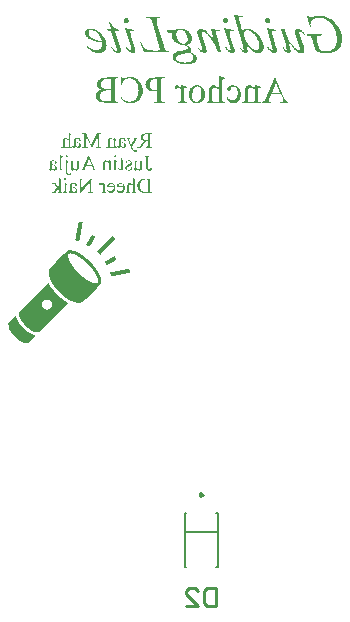
<source format=gbo>
G04*
G04 #@! TF.GenerationSoftware,Altium Limited,Altium Designer,22.7.1 (60)*
G04*
G04 Layer_Color=32896*
%FSLAX25Y25*%
%MOIN*%
G70*
G04*
G04 #@! TF.SameCoordinates,E9EB7054-F832-478C-845A-F08F9BC20AEA*
G04*
G04*
G04 #@! TF.FilePolarity,Positive*
G04*
G01*
G75*
%ADD11C,0.00787*%
%ADD12C,0.00984*%
%ADD15C,0.01000*%
G36*
X292815Y246508D02*
X292819Y246495D01*
X292826Y246488D01*
X292854Y246482D01*
X292880Y246478D01*
X292914Y246473D01*
X292970Y246469D01*
X293030Y246465D01*
X293069Y246461D01*
X293121Y246452D01*
X293142Y246448D01*
X293159Y246443D01*
X293185Y246439D01*
X293243Y246432D01*
X293273Y246428D01*
X293344Y246422D01*
X293366Y246417D01*
X293435Y246400D01*
X293456Y246396D01*
X293482Y246392D01*
X293517Y246387D01*
X293540Y246385D01*
X293545D01*
X293585Y246379D01*
X293607Y246374D01*
X293624Y246370D01*
X293661Y246359D01*
X293695Y246351D01*
X293736Y246344D01*
X293783Y246336D01*
X293801Y246331D01*
X293829Y246321D01*
X293859Y246312D01*
X293876Y246308D01*
X293906Y246303D01*
X293923Y246299D01*
X293951Y246288D01*
X293964Y246275D01*
X293973Y246245D01*
X293969Y246155D01*
X293964Y246142D01*
X293958Y246101D01*
X293949Y246058D01*
X293945Y246032D01*
X293938Y245974D01*
X293934Y245957D01*
X293928Y245886D01*
X293919Y245838D01*
X293915Y245817D01*
X293908Y245793D01*
X293900Y245742D01*
X293895Y245724D01*
X293889Y245645D01*
X293880Y245593D01*
X293876Y245571D01*
X293872Y245554D01*
X293865Y245531D01*
X293861Y245500D01*
X293857Y245483D01*
X293852Y245440D01*
X293848Y245384D01*
X293844Y245367D01*
X293837Y245326D01*
X293833Y245309D01*
X293827Y245285D01*
X293818Y245251D01*
X293814Y245208D01*
X293809Y245191D01*
X293805Y245130D01*
X293801Y245117D01*
X293794Y245085D01*
X293790Y245068D01*
X293783Y245044D01*
X293779Y245027D01*
X293775Y244997D01*
X293771Y244980D01*
X293764Y244909D01*
X293760Y244883D01*
X293756Y244861D01*
X293747Y244827D01*
X293740Y244803D01*
X293734Y244775D01*
X293730Y244741D01*
X293725Y244698D01*
X293721Y244663D01*
X293712Y244620D01*
X293708Y244603D01*
X293702Y244579D01*
X293697Y244562D01*
X293689Y244510D01*
X293685Y244454D01*
X293680Y244437D01*
X293674Y244396D01*
X293665Y244362D01*
X293659Y244338D01*
X293654Y244321D01*
X293646Y244261D01*
X293639Y244207D01*
X293635Y244181D01*
X293631Y244160D01*
X293624Y244136D01*
X293616Y244106D01*
X293611Y244089D01*
X293607Y244058D01*
X293603Y244015D01*
X293592Y243949D01*
X293583Y243914D01*
X293577Y243891D01*
X293572Y243873D01*
X293568Y243843D01*
X293564Y243826D01*
X293558Y243763D01*
X293553Y243738D01*
X293549Y243716D01*
X293545Y243699D01*
X293538Y243675D01*
X293530Y243641D01*
X293521Y243581D01*
X293514Y243522D01*
X293510Y243501D01*
X293497Y243449D01*
X293491Y243425D01*
X293482Y243374D01*
X293478Y243331D01*
X293471Y243290D01*
X293467Y243268D01*
X293459Y243234D01*
X293452Y243210D01*
X293448Y243193D01*
X293443Y243163D01*
X293439Y243146D01*
X293433Y243083D01*
X293428Y243057D01*
X293424Y243040D01*
X293418Y243017D01*
X293409Y242986D01*
X293405Y242969D01*
X293400Y242939D01*
X293396Y242896D01*
X293390Y242855D01*
X293385Y242834D01*
X293377Y242799D01*
X293366Y242763D01*
X293362Y242733D01*
X293357Y242715D01*
X293351Y242653D01*
X293347Y242627D01*
X293338Y242593D01*
X293332Y242569D01*
X293319Y242517D01*
X293308Y242425D01*
X293299Y242382D01*
X293288Y242345D01*
X293280Y242311D01*
X293275Y242281D01*
X293271Y242237D01*
X293265Y242196D01*
X293260Y242175D01*
X293254Y242151D01*
X293245Y242121D01*
X293241Y242104D01*
X293237Y242074D01*
X293232Y242057D01*
X293226Y241994D01*
X293222Y241973D01*
X293213Y241938D01*
X293202Y241902D01*
X293198Y241884D01*
X293189Y241824D01*
X293183Y241775D01*
X293179Y241753D01*
X293172Y241729D01*
X293164Y241699D01*
X293155Y241665D01*
X293151Y241635D01*
X293144Y241581D01*
X293140Y241555D01*
X293131Y241521D01*
X293121Y241484D01*
X293116Y241467D01*
X293112Y241437D01*
X293108Y241420D01*
X293101Y241361D01*
X293097Y241340D01*
X293088Y241305D01*
X293082Y241282D01*
X293073Y241247D01*
X293058Y241142D01*
X293054Y241120D01*
X293050Y241103D01*
X293039Y241067D01*
X293030Y241032D01*
X293026Y240989D01*
X293021Y240972D01*
X293015Y240931D01*
X293006Y240897D01*
X292996Y240860D01*
X292987Y240825D01*
X292976Y240741D01*
X292972Y240724D01*
X292966Y240701D01*
X292953Y240657D01*
X292948Y240640D01*
X292944Y240610D01*
X292940Y240567D01*
X292935Y240550D01*
X292929Y240522D01*
X292922Y240498D01*
X292910Y240455D01*
X292905Y240425D01*
X292901Y240408D01*
X292895Y240354D01*
X292890Y240333D01*
X292886Y240315D01*
X292875Y240287D01*
X292862Y240236D01*
X292858Y240193D01*
X292854Y240175D01*
X292847Y240147D01*
X292830Y240104D01*
X292821Y240070D01*
X292817Y240048D01*
X292813Y240031D01*
X292802Y240016D01*
X292783Y240005D01*
X292748Y239997D01*
X292731Y240001D01*
X292679Y240010D01*
X292649Y240014D01*
X292606Y240018D01*
X292518Y240029D01*
X292496Y240033D01*
X292473Y240040D01*
X292442Y240048D01*
X292425Y240053D01*
X292374Y240061D01*
X292331Y240066D01*
X292296Y240074D01*
X292227Y240096D01*
X292197Y240100D01*
X292180Y240104D01*
X292139Y240111D01*
X292092Y240128D01*
X292064Y240139D01*
X291990Y240147D01*
X291973Y240152D01*
X291932Y240167D01*
X291904Y240177D01*
X291887Y240182D01*
X291835Y240191D01*
X291795Y240206D01*
X291771Y240216D01*
X291741Y240225D01*
X291724Y240229D01*
X291696Y240236D01*
X291633Y240264D01*
X291592Y240279D01*
X291577Y240289D01*
X291566Y240304D01*
X291554Y240318D01*
X291545Y240339D01*
X291551Y240406D01*
X291564Y240483D01*
X291569Y240518D01*
X291573Y240561D01*
X291582Y240655D01*
X291586Y240690D01*
X291590Y240716D01*
X291595Y240737D01*
X291603Y240772D01*
X291607Y240797D01*
X291612Y240819D01*
X291616Y240853D01*
X291620Y240905D01*
X291625Y240948D01*
X291633Y241000D01*
X291642Y241034D01*
X291650Y241077D01*
X291657Y241135D01*
X291661Y241165D01*
X291668Y241232D01*
X291672Y241258D01*
X291676Y241275D01*
X291681Y241297D01*
X291687Y241320D01*
X291691Y241338D01*
X291700Y241398D01*
X291704Y241454D01*
X291708Y241471D01*
X291713Y241501D01*
X291722Y241531D01*
X291734Y241583D01*
X291743Y241656D01*
X291747Y241699D01*
X291762Y241766D01*
X291771Y241800D01*
X291775Y241822D01*
X291780Y241848D01*
X291788Y241925D01*
X291797Y241977D01*
X291801Y241999D01*
X291808Y242022D01*
X291816Y242057D01*
X291825Y242117D01*
X291831Y242179D01*
X291835Y242205D01*
X291857Y242291D01*
X291861Y242313D01*
X291866Y242347D01*
X291870Y242386D01*
X291879Y242433D01*
X291883Y242455D01*
X291894Y242491D01*
X291898Y242509D01*
X291902Y242539D01*
X291907Y242556D01*
X291913Y242618D01*
X291917Y242644D01*
X291926Y242679D01*
X291932Y242702D01*
X291941Y242737D01*
X291950Y242797D01*
X291956Y242851D01*
X291960Y242872D01*
X291969Y242907D01*
X291975Y242931D01*
X291984Y242965D01*
X291988Y243008D01*
X291993Y243025D01*
X291997Y243077D01*
X292001Y243090D01*
X292008Y243118D01*
X292014Y243141D01*
X292023Y243172D01*
X292027Y243202D01*
X292031Y243219D01*
X292038Y243286D01*
X292042Y243307D01*
X292055Y243359D01*
X292061Y243383D01*
X292070Y243434D01*
X292074Y243464D01*
X292081Y243514D01*
X292094Y243566D01*
X292100Y243589D01*
X292109Y243624D01*
X292113Y243667D01*
X292118Y243684D01*
X292122Y243731D01*
X292126Y243744D01*
X292130Y243761D01*
X292143Y243804D01*
X292150Y243832D01*
X292156Y243891D01*
X292161Y243921D01*
X292171Y243974D01*
X292182Y244011D01*
X292191Y244045D01*
X292195Y244076D01*
X292199Y244119D01*
X292204Y244149D01*
X292212Y244183D01*
X292221Y244213D01*
X292234Y244265D01*
X292238Y244308D01*
X292242Y244338D01*
X292249Y244375D01*
X292257Y244409D01*
X292264Y244433D01*
X292272Y244467D01*
X292287Y244573D01*
X292292Y244594D01*
X292296Y244612D01*
X292303Y244635D01*
X292311Y244665D01*
X292320Y244717D01*
X292326Y244771D01*
X292331Y244797D01*
X292335Y244814D01*
X292341Y244837D01*
X292350Y244868D01*
X292354Y244885D01*
X292363Y244945D01*
X292369Y244995D01*
X292374Y245016D01*
X292378Y245033D01*
X292384Y245057D01*
X292393Y245087D01*
X292397Y245104D01*
X292406Y245178D01*
X292410Y245208D01*
X292414Y245225D01*
X292421Y245253D01*
X292432Y245289D01*
X292436Y245307D01*
X292440Y245337D01*
X292445Y245354D01*
X292451Y245412D01*
X292455Y245438D01*
X292464Y245473D01*
X292471Y245492D01*
X292479Y245526D01*
X292488Y245587D01*
X292494Y245636D01*
X292498Y245653D01*
X292503Y245675D01*
X292513Y245711D01*
X292522Y245746D01*
X292527Y245789D01*
X292531Y245819D01*
X292537Y245856D01*
X292542Y245877D01*
X292552Y245914D01*
X292561Y245948D01*
X292565Y245978D01*
X292569Y245995D01*
X292576Y246058D01*
X292580Y246079D01*
X292585Y246097D01*
X292591Y246120D01*
X292600Y246150D01*
X292604Y246168D01*
X292608Y246198D01*
X292613Y246241D01*
X292617Y246271D01*
X292621Y246288D01*
X292634Y246336D01*
X292643Y246366D01*
X292647Y246396D01*
X292651Y246413D01*
X292662Y246510D01*
X292815Y246508D01*
D02*
G37*
G36*
X297130Y242007D02*
X297143Y242003D01*
X297167Y241996D01*
X297201Y241975D01*
X297238Y241964D01*
X297266Y241953D01*
X297290Y241938D01*
X297320Y241925D01*
X297354Y241912D01*
X297385Y241891D01*
X297406Y241882D01*
X297423Y241878D01*
X297453Y241861D01*
X297462Y241852D01*
X297505Y241835D01*
X297527Y241822D01*
X297539Y241809D01*
X297561Y241800D01*
X297589Y241790D01*
X297595Y241783D01*
X297604Y241779D01*
X297617Y241766D01*
X297639Y241757D01*
X297677Y241736D01*
X297690Y241723D01*
X297731Y241708D01*
X297738Y241702D01*
X297746Y241697D01*
X297759Y241684D01*
X297789Y241671D01*
X297811Y241658D01*
X297824Y241646D01*
X297832Y241641D01*
X297880Y241615D01*
X297892Y241602D01*
X297901Y241598D01*
X297940Y241577D01*
X297957Y241559D01*
X298004Y241534D01*
X298017Y241521D01*
X298026Y241516D01*
X298067Y241488D01*
X298069Y241482D01*
X298078Y241478D01*
X298086Y241469D01*
X298108Y241456D01*
X298133Y241430D01*
X298142Y241426D01*
X298149Y241420D01*
X298157Y241398D01*
X298153Y241355D01*
X298149Y241342D01*
X298127Y241303D01*
X298114Y241282D01*
X298097Y241234D01*
X298078Y241211D01*
X298067Y241183D01*
X298045Y241144D01*
X298028Y241118D01*
X298022Y241094D01*
X298000Y241060D01*
X297994Y241054D01*
X297985Y241032D01*
X297974Y241004D01*
X297964Y240989D01*
X297955Y240980D01*
X297946Y240959D01*
X297936Y240931D01*
X297918Y240905D01*
X297912Y240899D01*
X297903Y240877D01*
X297882Y240838D01*
X297873Y240830D01*
X297860Y240800D01*
X297852Y240778D01*
X297832Y240754D01*
X297813Y240709D01*
X297800Y240688D01*
X297787Y240675D01*
X297778Y240653D01*
X297757Y240615D01*
X297748Y240606D01*
X297735Y240576D01*
X297727Y240554D01*
X297718Y240546D01*
X297714Y240537D01*
X297705Y240528D01*
X297692Y240498D01*
X297675Y240468D01*
X297666Y240459D01*
X297654Y240429D01*
X297645Y240408D01*
X297626Y240384D01*
X297595Y240324D01*
X297585Y240309D01*
X297550Y240244D01*
X297542Y240236D01*
X297529Y240206D01*
X297520Y240184D01*
X297501Y240160D01*
X297494Y240154D01*
X297490Y240137D01*
X297468Y240098D01*
X297460Y240089D01*
X297447Y240059D01*
X297425Y240020D01*
X297417Y240012D01*
X297404Y239982D01*
X297387Y239951D01*
X297378Y239943D01*
X297374Y239934D01*
X297365Y239913D01*
X297344Y239874D01*
X297335Y239865D01*
X297322Y239835D01*
X297305Y239805D01*
X297292Y239792D01*
X297283Y239771D01*
X297262Y239732D01*
X297249Y239719D01*
X297238Y239691D01*
X297232Y239676D01*
X297212Y239652D01*
X297182Y239592D01*
X297167Y239577D01*
X297150Y239534D01*
X297130Y239510D01*
X297120Y239491D01*
X297109Y239463D01*
X297098Y239448D01*
X297085Y239435D01*
X297077Y239413D01*
X297055Y239375D01*
X297046Y239366D01*
X297042Y239357D01*
X297029Y239327D01*
X297025Y239319D01*
X297006Y239295D01*
X296975Y239235D01*
X296960Y239220D01*
X296952Y239198D01*
X296941Y239170D01*
X296922Y239151D01*
X296917Y239142D01*
X296909Y239121D01*
X296892Y239091D01*
X296879Y239078D01*
X296870Y239056D01*
X296849Y239017D01*
X296840Y239009D01*
X296836Y239000D01*
X296823Y238970D01*
X296810Y238948D01*
X296797Y238936D01*
X296784Y238906D01*
X296767Y238875D01*
X296754Y238862D01*
X296745Y238841D01*
X296724Y238802D01*
X296711Y238789D01*
X296702Y238768D01*
X296685Y238738D01*
X296672Y238725D01*
X296659Y238695D01*
X296642Y238664D01*
X296625Y238647D01*
X296614Y238619D01*
X296597Y238593D01*
X296586Y238583D01*
X296577Y238561D01*
X296560Y238531D01*
X296547Y238518D01*
X296539Y238496D01*
X296521Y238466D01*
X296504Y238449D01*
X296478Y238402D01*
X296461Y238385D01*
X296437Y238339D01*
X296429Y238335D01*
X296405Y238311D01*
X296401Y238303D01*
X296373Y238292D01*
X296287Y238296D01*
X296274Y238301D01*
X296250Y238307D01*
X296214Y238318D01*
X296196Y238322D01*
X296125Y238337D01*
X296076Y238361D01*
X296024Y238369D01*
X296001Y238376D01*
X295979Y238385D01*
X295947Y238404D01*
X295914Y238410D01*
X295880Y238423D01*
X295852Y238438D01*
X295830Y238447D01*
X295785Y238458D01*
X295751Y238479D01*
X295723Y238490D01*
X295682Y238505D01*
X295671Y238516D01*
X295662Y238520D01*
X295641Y238529D01*
X295611Y238537D01*
X295572Y238559D01*
X295533Y238576D01*
X295516Y238585D01*
X295512D01*
X295490Y238606D01*
X295437Y238626D01*
X295426Y238636D01*
X295417Y238641D01*
X295409Y238649D01*
X295368Y238664D01*
X295353Y238675D01*
X295340Y238688D01*
X295292Y238714D01*
X295271Y238735D01*
X295262Y238740D01*
X295223Y238770D01*
X295213Y238785D01*
X295200Y238798D01*
X295196Y238806D01*
X295187Y238815D01*
X295182Y238832D01*
X295187Y238862D01*
X295200Y238875D01*
X295213Y238906D01*
X295223Y238933D01*
X295238Y238957D01*
X295260Y239004D01*
X295273Y239026D01*
X295282Y239035D01*
X295286Y239043D01*
X295299Y239073D01*
X295316Y239104D01*
X295325Y239112D01*
X295329Y239121D01*
X295346Y239164D01*
X295350Y239172D01*
X295368Y239190D01*
X295381Y239220D01*
X295391Y239248D01*
X295406Y239263D01*
X295411Y239271D01*
X295424Y239301D01*
X295441Y239332D01*
X295449Y239340D01*
X295454Y239349D01*
X295462Y239370D01*
X295480Y239401D01*
X295493Y239413D01*
X295501Y239435D01*
X295512Y239463D01*
X295523Y239478D01*
X295536Y239491D01*
X295544Y239512D01*
X295555Y239540D01*
X295570Y239556D01*
X295574Y239564D01*
X295591Y239603D01*
X295596Y239612D01*
X295615Y239635D01*
X295645Y239695D01*
X295656Y239706D01*
X295669Y239736D01*
X295686Y239766D01*
X295708Y239797D01*
X295714Y239820D01*
X295729Y239844D01*
X295742Y239857D01*
X295751Y239878D01*
X295762Y239906D01*
X295777Y239921D01*
X295781Y239930D01*
X295815Y239995D01*
X295824Y240003D01*
X295833Y240025D01*
X295854Y240064D01*
X295863Y240072D01*
X295867Y240081D01*
X295876Y240102D01*
X295897Y240141D01*
X295910Y240154D01*
X295925Y240195D01*
X295936Y240210D01*
X295949Y240223D01*
X295957Y240244D01*
X295968Y240272D01*
X295983Y240287D01*
X295988Y240296D01*
X296005Y240335D01*
X296009Y240343D01*
X296028Y240367D01*
X296039Y240391D01*
X296061Y240429D01*
X296069Y240438D01*
X296074Y240447D01*
X296087Y240477D01*
X296099Y240498D01*
X296112Y240511D01*
X296125Y240541D01*
X296143Y240571D01*
X296156Y240584D01*
X296164Y240606D01*
X296181Y240636D01*
X296190Y240645D01*
X296194Y240653D01*
X296224Y240709D01*
X296233Y240718D01*
X296237Y240726D01*
X296267Y240782D01*
X296276Y240791D01*
X296280Y240800D01*
X296293Y240830D01*
X296298Y240838D01*
X296317Y240862D01*
X296323Y240868D01*
X296338Y240909D01*
X296345Y240916D01*
X296349Y240924D01*
X296366Y240942D01*
X296381Y240983D01*
X296401Y241002D01*
X296414Y241032D01*
X296431Y241062D01*
X296444Y241075D01*
X296474Y241131D01*
X296491Y241148D01*
X296496Y241165D01*
X296523Y241206D01*
X296530Y241213D01*
X296539Y241234D01*
X296551Y241256D01*
X296569Y241273D01*
X296582Y241303D01*
X296595Y241325D01*
X296607Y241338D01*
X296612Y241346D01*
X296638Y241394D01*
X296651Y241407D01*
X296681Y241462D01*
X296698Y241480D01*
X296709Y241508D01*
X296737Y241544D01*
X296760Y241589D01*
X296769Y241594D01*
X296801Y241648D01*
X296814Y241661D01*
X296818Y241669D01*
X296836Y241699D01*
X296855Y241723D01*
X296861Y241729D01*
X296883Y241768D01*
X296896Y241781D01*
X296900Y241790D01*
X296922Y241828D01*
X296943Y241850D01*
X296965Y241889D01*
X296986Y241910D01*
X297004Y241940D01*
X297029Y241966D01*
X297034Y241975D01*
X297053Y241999D01*
X297075Y242007D01*
X297092Y242011D01*
X297130Y242007D01*
D02*
G37*
G36*
X304083Y241702D02*
X304104Y241680D01*
X304113Y241676D01*
X304137Y241656D01*
X304156Y241637D01*
X304165Y241633D01*
X304188Y241613D01*
X304193Y241605D01*
X304212Y241589D01*
X304221Y241585D01*
X304227Y241579D01*
X304231Y241570D01*
X304246Y241555D01*
X304255Y241551D01*
X304294Y241512D01*
X304302Y241508D01*
X304371Y241439D01*
X304380Y241435D01*
X304683Y241131D01*
X304688Y241122D01*
X304769Y241041D01*
X304774Y241032D01*
X304784Y241021D01*
X304793Y241017D01*
X304804Y241006D01*
X304808Y240998D01*
X304899Y240907D01*
X304903Y240899D01*
X304918Y240888D01*
X304933Y240873D01*
X304937Y240864D01*
X304948Y240853D01*
X304957Y240849D01*
X304967Y240838D01*
X304972Y240830D01*
X304998Y240804D01*
X305002Y240787D01*
X304998Y240778D01*
X304982Y240763D01*
X304974Y240759D01*
X304963Y240748D01*
X304959Y240739D01*
X304948Y240729D01*
X304940Y240724D01*
X304920Y240705D01*
X304916Y240696D01*
X304905Y240686D01*
X304896Y240681D01*
X304886Y240670D01*
X304881Y240662D01*
X304858Y240638D01*
X304849Y240634D01*
X304838Y240619D01*
X304819Y240599D01*
X304810Y240595D01*
X304804Y240589D01*
X304800Y240580D01*
X304776Y240556D01*
X304767Y240552D01*
X304761Y240546D01*
X304756Y240537D01*
X304733Y240513D01*
X304724Y240509D01*
X304703Y240483D01*
X304690Y240470D01*
X304683Y240468D01*
X304679Y240459D01*
X304651Y240431D01*
X304643Y240427D01*
X304621Y240401D01*
X304608Y240388D01*
X304602Y240386D01*
X304597Y240378D01*
X304569Y240350D01*
X304561Y240345D01*
X304550Y240330D01*
X304526Y240307D01*
X304518Y240302D01*
X304507Y240287D01*
X304339Y240119D01*
X304337Y240113D01*
X304328Y240109D01*
X304300Y240081D01*
X304296Y240072D01*
X304290Y240066D01*
X304281Y240061D01*
X304261Y240042D01*
X304257Y240033D01*
X304251Y240027D01*
X304242Y240023D01*
X304218Y239999D01*
X304214Y239990D01*
X304208Y239984D01*
X304199Y239980D01*
X304180Y239960D01*
X304175Y239951D01*
X304165Y239941D01*
X304156Y239936D01*
X304137Y239917D01*
X304132Y239909D01*
X304126Y239902D01*
X304117Y239898D01*
X304098Y239878D01*
X304094Y239870D01*
X304083Y239859D01*
X304074Y239855D01*
X304055Y239835D01*
X304050Y239827D01*
X304040Y239816D01*
X304031Y239812D01*
X304016Y239797D01*
X304012Y239788D01*
X304001Y239777D01*
X303992Y239773D01*
X303973Y239754D01*
X303969Y239745D01*
X303958Y239734D01*
X303949Y239730D01*
X303934Y239715D01*
X303930Y239706D01*
X303915Y239691D01*
X303906Y239687D01*
X303891Y239672D01*
X303887Y239663D01*
X303876Y239652D01*
X303868Y239648D01*
X303853Y239633D01*
X303848Y239624D01*
X303833Y239609D01*
X303824Y239605D01*
X303809Y239590D01*
X303805Y239581D01*
X303790Y239566D01*
X303782Y239562D01*
X303771Y239551D01*
X303766Y239543D01*
X303747Y239523D01*
X303738Y239519D01*
X303732Y239512D01*
X303728Y239504D01*
X303704Y239480D01*
X303695Y239476D01*
X303689Y239469D01*
X303685Y239461D01*
X303661Y239437D01*
X303652Y239433D01*
X303631Y239407D01*
X303622Y239398D01*
X303614Y239394D01*
X303607Y239388D01*
X303603Y239379D01*
X303579Y239355D01*
X303571Y239351D01*
X303560Y239336D01*
X303536Y239312D01*
X303527Y239308D01*
X303517Y239293D01*
X303497Y239274D01*
X303489Y239269D01*
X303478Y239254D01*
X303411Y239187D01*
X303405Y239185D01*
X303400Y239177D01*
X303373Y239149D01*
X303366Y239146D01*
X303362Y239138D01*
X303228Y239004D01*
X303224Y238996D01*
X303218Y238989D01*
X303209Y238985D01*
X303190Y238966D01*
X303185Y238957D01*
X303174Y238946D01*
X303166Y238942D01*
X303147Y238923D01*
X303142Y238914D01*
X303136Y238908D01*
X303127Y238903D01*
X303108Y238884D01*
X303103Y238875D01*
X303093Y238865D01*
X303084Y238860D01*
X303065Y238841D01*
X303060Y238832D01*
X303050Y238822D01*
X303041Y238817D01*
X303026Y238802D01*
X303022Y238793D01*
X303011Y238783D01*
X303002Y238778D01*
X302983Y238759D01*
X302979Y238751D01*
X302968Y238740D01*
X302959Y238735D01*
X302944Y238720D01*
X302940Y238712D01*
X302925Y238697D01*
X302916Y238692D01*
X302901Y238677D01*
X302897Y238669D01*
X302886Y238658D01*
X302877Y238654D01*
X302862Y238638D01*
X302858Y238630D01*
X302843Y238615D01*
X302834Y238611D01*
X302819Y238596D01*
X302815Y238587D01*
X302800Y238572D01*
X302791Y238567D01*
X302781Y238557D01*
X302776Y238548D01*
X302761Y238533D01*
X302753Y238529D01*
X302738Y238514D01*
X302733Y238505D01*
X302718Y238490D01*
X302710Y238486D01*
X302699Y238475D01*
X302695Y238466D01*
X302675Y238447D01*
X302666Y238443D01*
X302660Y238436D01*
X302656Y238428D01*
X302632Y238404D01*
X302624Y238400D01*
X302617Y238393D01*
X302613Y238385D01*
X302589Y238361D01*
X302580Y238357D01*
X302570Y238341D01*
X302550Y238322D01*
X302542Y238318D01*
X302535Y238311D01*
X302531Y238303D01*
X302507Y238279D01*
X302499Y238275D01*
X302488Y238260D01*
X302464Y238236D01*
X302456Y238232D01*
X302445Y238217D01*
X302382Y238154D01*
X302374Y238150D01*
X302363Y238135D01*
X302296Y238068D01*
X302290Y238066D01*
X302286Y238057D01*
X302258Y238029D01*
X302251Y238027D01*
X302247Y238019D01*
X302195Y237967D01*
X302191Y237958D01*
X302176Y237948D01*
X302156Y237928D01*
X302152Y237920D01*
X302146Y237913D01*
X302137Y237909D01*
X302118Y237890D01*
X302113Y237881D01*
X302103Y237870D01*
X302094Y237866D01*
X302075Y237846D01*
X302070Y237838D01*
X302064Y237831D01*
X302055Y237827D01*
X302036Y237808D01*
X302032Y237799D01*
X302021Y237788D01*
X302012Y237784D01*
X301993Y237765D01*
X301989Y237756D01*
X301978Y237745D01*
X301969Y237741D01*
X301954Y237726D01*
X301950Y237717D01*
X301935Y237702D01*
X301926Y237698D01*
X301915Y237687D01*
X301911Y237679D01*
X301896Y237664D01*
X301887Y237659D01*
X301872Y237644D01*
X301868Y237635D01*
X301853Y237620D01*
X301844Y237616D01*
X301829Y237601D01*
X301825Y237593D01*
X301810Y237577D01*
X301801Y237573D01*
X301790Y237562D01*
X301786Y237554D01*
X301771Y237539D01*
X301763Y237534D01*
X301747Y237519D01*
X301743Y237511D01*
X301728Y237496D01*
X301719Y237491D01*
X301709Y237480D01*
X301704Y237472D01*
X301685Y237453D01*
X301676Y237448D01*
X301666Y237438D01*
X301661Y237429D01*
X301646Y237414D01*
X301638Y237409D01*
X301633Y237405D01*
X301631Y237403D01*
X301612Y237379D01*
X301162Y236929D01*
X301160Y236923D01*
X301151Y236919D01*
X301123Y236891D01*
X301121Y236884D01*
X301113Y236880D01*
X301084Y236852D01*
X301080Y236843D01*
X301069Y236833D01*
X301061Y236828D01*
X301050Y236818D01*
X301046Y236809D01*
X301026Y236790D01*
X301018Y236785D01*
X301007Y236775D01*
X301003Y236766D01*
X300983Y236747D01*
X300975Y236742D01*
X300968Y236736D01*
X300964Y236727D01*
X300940Y236703D01*
X300932Y236699D01*
X300921Y236684D01*
X300897Y236661D01*
X300889Y236656D01*
X300878Y236641D01*
X300858Y236622D01*
X300850Y236617D01*
X300839Y236602D01*
X300816Y236579D01*
X300807Y236574D01*
X300796Y236559D01*
X300777Y236540D01*
X300768Y236536D01*
X300747Y236510D01*
X300734Y236497D01*
X300725Y236493D01*
X300704Y236467D01*
X300691Y236454D01*
X300684Y236452D01*
X300680Y236443D01*
X300503Y236267D01*
X300501Y236260D01*
X300493Y236256D01*
X300460Y236224D01*
X300458Y236217D01*
X300449Y236213D01*
X300426Y236189D01*
X300422Y236180D01*
X300415Y236174D01*
X300407Y236170D01*
X300383Y236146D01*
X300378Y236137D01*
X300353Y236116D01*
X300344Y236107D01*
X300340Y236099D01*
X300329Y236088D01*
X300320Y236084D01*
X300305Y236069D01*
X300301Y236060D01*
X300290Y236049D01*
X300282Y236045D01*
X300262Y236026D01*
X300258Y236017D01*
X300252Y236010D01*
X300243Y236006D01*
X300219Y235982D01*
X300215Y235974D01*
X300204Y235963D01*
X300196Y235959D01*
X300185Y235948D01*
X300181Y235939D01*
X300161Y235920D01*
X300152Y235916D01*
X300146Y235909D01*
X300142Y235901D01*
X300122Y235881D01*
X300114Y235877D01*
X300099Y235862D01*
X300094Y235853D01*
X300075Y235834D01*
X300066Y235830D01*
X300056Y235815D01*
X300036Y235795D01*
X300028Y235791D01*
X300021Y235784D01*
X300017Y235776D01*
X299776Y235535D01*
X299771Y235526D01*
X299765Y235520D01*
X299744Y235511D01*
X299726Y235515D01*
X299707Y235530D01*
X299703Y235539D01*
X299683Y235558D01*
X299675Y235563D01*
X299554Y235683D01*
X299546Y235688D01*
X299451Y235782D01*
X299444Y235784D01*
X299440Y235793D01*
X299425Y235808D01*
X299416Y235812D01*
X299296Y235933D01*
X299287Y235937D01*
X299268Y235957D01*
X299264Y235965D01*
X299249Y235976D01*
X299201Y236023D01*
X299193Y236028D01*
X299182Y236043D01*
X299162Y236062D01*
X299154Y236066D01*
X299147Y236073D01*
X299143Y236082D01*
X299124Y236101D01*
X299115Y236105D01*
X299104Y236116D01*
X299100Y236124D01*
X299089Y236135D01*
X299081Y236140D01*
X299057Y236163D01*
X299053Y236172D01*
X299027Y236193D01*
X298990Y236230D01*
X298984Y236232D01*
X298979Y236241D01*
X298956Y236264D01*
X298947Y236269D01*
X298936Y236280D01*
X298932Y236288D01*
X298917Y236303D01*
X298908Y236308D01*
X298893Y236323D01*
X298889Y236331D01*
X298878Y236342D01*
X298870Y236346D01*
X298846Y236370D01*
X298842Y236379D01*
X298827Y236389D01*
X298779Y236437D01*
X298773Y236439D01*
X298768Y236447D01*
X298749Y236467D01*
X298741Y236471D01*
X298725Y236486D01*
X298730Y236525D01*
X298777Y236572D01*
X298781Y236581D01*
X298807Y236602D01*
X298820Y236615D01*
X298822Y236622D01*
X298831Y236626D01*
X298859Y236654D01*
X298863Y236663D01*
X298889Y236684D01*
X298898Y236693D01*
X298902Y236701D01*
X298913Y236712D01*
X298921Y236716D01*
X298936Y236732D01*
X298941Y236740D01*
X298956Y236755D01*
X298964Y236759D01*
X298979Y236775D01*
X298984Y236783D01*
X298994Y236794D01*
X299003Y236798D01*
X299018Y236813D01*
X299023Y236822D01*
X299038Y236837D01*
X299046Y236841D01*
X299061Y236856D01*
X299065Y236865D01*
X299081Y236880D01*
X299089Y236884D01*
X299100Y236895D01*
X299104Y236904D01*
X299119Y236919D01*
X299128Y236923D01*
X299143Y236938D01*
X299147Y236947D01*
X299162Y236962D01*
X299171Y236966D01*
X299182Y236977D01*
X299186Y236985D01*
X299205Y237005D01*
X299214Y237009D01*
X299225Y237020D01*
X299229Y237029D01*
X299244Y237044D01*
X299253Y237048D01*
X299268Y237063D01*
X299272Y237072D01*
X299287Y237087D01*
X299296Y237091D01*
X299307Y237102D01*
X299311Y237110D01*
X299330Y237130D01*
X299339Y237134D01*
X299350Y237145D01*
X299354Y237153D01*
X299369Y237168D01*
X299378Y237173D01*
X299388Y237183D01*
X299393Y237192D01*
X299416Y237216D01*
X299423Y237218D01*
X299427Y237227D01*
X299604Y237403D01*
X299606Y237409D01*
X299614Y237414D01*
X299728Y237528D01*
X299731Y237534D01*
X299739Y237539D01*
X299767Y237567D01*
X299771Y237575D01*
X299787Y237586D01*
X299806Y237605D01*
X299810Y237614D01*
X299817Y237620D01*
X299825Y237625D01*
X299849Y237648D01*
X299853Y237657D01*
X299860Y237664D01*
X299868Y237668D01*
X299888Y237687D01*
X299892Y237696D01*
X299899Y237702D01*
X299907Y237707D01*
X299931Y237730D01*
X299935Y237739D01*
X299942Y237745D01*
X299950Y237750D01*
X299970Y237769D01*
X299974Y237778D01*
X299985Y237788D01*
X299993Y237793D01*
X300008Y237808D01*
X300013Y237816D01*
X300028Y237831D01*
X300036Y237836D01*
X300051Y237851D01*
X300056Y237859D01*
X300066Y237870D01*
X300075Y237874D01*
X300090Y237890D01*
X300094Y237898D01*
X300110Y237913D01*
X300118Y237917D01*
X300133Y237933D01*
X300137Y237941D01*
X300152Y237956D01*
X300161Y237961D01*
X300172Y237971D01*
X300176Y237980D01*
X300191Y237995D01*
X300200Y237999D01*
X300215Y238014D01*
X300219Y238023D01*
X300234Y238038D01*
X300243Y238042D01*
X300254Y238053D01*
X300258Y238062D01*
X300277Y238081D01*
X300286Y238085D01*
X300297Y238096D01*
X300301Y238105D01*
X300320Y238124D01*
X300329Y238128D01*
X300340Y238143D01*
X300359Y238163D01*
X300368Y238167D01*
X300378Y238178D01*
X300383Y238187D01*
X300402Y238206D01*
X300411Y238210D01*
X300417Y238217D01*
X300422Y238225D01*
X300445Y238249D01*
X300454Y238253D01*
X300460Y238260D01*
X300465Y238268D01*
X300633Y238436D01*
X300637Y238445D01*
X300652Y238456D01*
X300757Y238561D01*
X300760Y238567D01*
X300768Y238572D01*
X300800Y238604D01*
X300802Y238611D01*
X300811Y238615D01*
X300839Y238643D01*
X300843Y238651D01*
X300858Y238662D01*
X300878Y238682D01*
X300882Y238690D01*
X300889Y238697D01*
X300897Y238701D01*
X300921Y238725D01*
X300925Y238733D01*
X300951Y238755D01*
X300964Y238768D01*
X300968Y238776D01*
X300975Y238783D01*
X300983Y238787D01*
X300998Y238802D01*
X301003Y238811D01*
X301018Y238826D01*
X301026Y238830D01*
X301041Y238845D01*
X301046Y238854D01*
X301061Y238869D01*
X301069Y238873D01*
X301080Y238884D01*
X301084Y238893D01*
X301100Y238908D01*
X301108Y238912D01*
X301123Y238927D01*
X301128Y238936D01*
X301143Y238951D01*
X301151Y238955D01*
X301162Y238966D01*
X301166Y238974D01*
X301181Y238989D01*
X301190Y238994D01*
X301205Y239009D01*
X301209Y239017D01*
X301224Y239033D01*
X301233Y239037D01*
X301244Y239048D01*
X301248Y239056D01*
X301268Y239075D01*
X301276Y239080D01*
X301287Y239091D01*
X301291Y239099D01*
X301310Y239119D01*
X301319Y239123D01*
X301326Y239129D01*
X301330Y239138D01*
X301349Y239157D01*
X301358Y239162D01*
X301369Y239172D01*
X301373Y239181D01*
X301392Y239200D01*
X301401Y239205D01*
X301412Y239215D01*
X301416Y239224D01*
X301431Y239239D01*
X301440Y239243D01*
X301450Y239254D01*
X301455Y239263D01*
X301474Y239282D01*
X301483Y239286D01*
X301494Y239297D01*
X301498Y239306D01*
X301513Y239321D01*
X301521Y239325D01*
X301532Y239336D01*
X301536Y239345D01*
X301556Y239364D01*
X301565Y239368D01*
X301575Y239379D01*
X301580Y239388D01*
X301595Y239403D01*
X301603Y239407D01*
X301618Y239422D01*
X301623Y239431D01*
X301638Y239446D01*
X301646Y239450D01*
X301657Y239461D01*
X301661Y239469D01*
X301676Y239485D01*
X301685Y239489D01*
X301700Y239504D01*
X301704Y239512D01*
X301715Y239523D01*
X301724Y239528D01*
X301747Y239551D01*
X301752Y239560D01*
X301767Y239571D01*
X301790Y239594D01*
X301795Y239603D01*
X301810Y239614D01*
X301829Y239633D01*
X301834Y239642D01*
X301840Y239648D01*
X301849Y239652D01*
X301872Y239676D01*
X301877Y239685D01*
X301892Y239695D01*
X301915Y239719D01*
X301920Y239728D01*
X301935Y239738D01*
X301958Y239762D01*
X301960Y239769D01*
X301969Y239773D01*
X301997Y239801D01*
X301999Y239807D01*
X302008Y239812D01*
X302079Y239883D01*
X302083Y239891D01*
X302109Y239913D01*
X302348Y240152D01*
X302357Y240156D01*
X302363Y240162D01*
X302367Y240171D01*
X302387Y240191D01*
X302395Y240195D01*
X302406Y240206D01*
X302410Y240214D01*
X302426Y240229D01*
X302434Y240233D01*
X302449Y240249D01*
X302453Y240257D01*
X302464Y240268D01*
X302473Y240272D01*
X302488Y240287D01*
X302492Y240296D01*
X302503Y240307D01*
X302512Y240311D01*
X302535Y240335D01*
X302539Y240343D01*
X302565Y240365D01*
X302679Y240479D01*
X302688Y240483D01*
X302695Y240490D01*
X302699Y240498D01*
X302718Y240518D01*
X302727Y240522D01*
X302738Y240533D01*
X302742Y240541D01*
X302757Y240556D01*
X302765Y240561D01*
X302781Y240576D01*
X302785Y240584D01*
X302796Y240595D01*
X302804Y240599D01*
X302824Y240619D01*
X302828Y240627D01*
X302839Y240638D01*
X302847Y240642D01*
X302871Y240666D01*
X302873Y240673D01*
X302882Y240677D01*
X303015Y240810D01*
X303022Y240812D01*
X303026Y240821D01*
X303054Y240849D01*
X303063Y240853D01*
X303073Y240864D01*
X303078Y240873D01*
X303088Y240883D01*
X303097Y240888D01*
X303116Y240907D01*
X303121Y240916D01*
X303127Y240922D01*
X303136Y240927D01*
X303159Y240950D01*
X303164Y240959D01*
X303179Y240970D01*
X303226Y241017D01*
X303235Y241021D01*
X303245Y241036D01*
X303256Y241047D01*
X303265Y241051D01*
X303347Y241133D01*
X303355Y241138D01*
X303407Y241189D01*
X303416Y241194D01*
X303435Y241213D01*
X303437Y241219D01*
X303446Y241224D01*
X303536Y241314D01*
X303545Y241318D01*
X303555Y241329D01*
X303560Y241338D01*
X303586Y241359D01*
X303618Y241391D01*
X303626Y241396D01*
X303642Y241411D01*
X303646Y241420D01*
X303652Y241426D01*
X303661Y241430D01*
X303708Y241478D01*
X303717Y241482D01*
X303723Y241488D01*
X303728Y241497D01*
X303747Y241516D01*
X303756Y241521D01*
X303762Y241527D01*
X303766Y241536D01*
X303782Y241551D01*
X303790Y241555D01*
X303829Y241594D01*
X303837Y241598D01*
X303857Y241617D01*
X303859Y241624D01*
X303868Y241628D01*
X303876Y241637D01*
X303885Y241641D01*
X303896Y241652D01*
X303900Y241661D01*
X303911Y241671D01*
X303919Y241676D01*
X303939Y241691D01*
X303943Y241699D01*
X303954Y241710D01*
X303984Y241727D01*
X304010Y241740D01*
X304083Y241702D01*
D02*
G37*
G36*
X304595Y234934D02*
X304619Y234915D01*
X304645Y234889D01*
X304649Y234880D01*
X304679Y234850D01*
X304683Y234842D01*
X304703Y234818D01*
X304709Y234816D01*
X304714Y234807D01*
X304722Y234799D01*
X304735Y234777D01*
X304756Y234756D01*
X304778Y234717D01*
X304791Y234704D01*
X304795Y234695D01*
X304813Y234665D01*
X304834Y234644D01*
X304838Y234635D01*
X304860Y234596D01*
X304869Y234588D01*
X304873Y234579D01*
X304899Y234532D01*
X304920Y234510D01*
X304931Y234482D01*
X304946Y234459D01*
X304959Y234446D01*
X304976Y234403D01*
X304995Y234379D01*
X305002Y234372D01*
X305013Y234345D01*
X305019Y234329D01*
X305036Y234312D01*
X305041Y234304D01*
X305049Y234282D01*
X305060Y234254D01*
X305071Y234243D01*
X305075Y234235D01*
X305084Y234226D01*
X305103Y234172D01*
X305118Y234157D01*
X305122Y234149D01*
X305131Y234127D01*
X305142Y234099D01*
X305163Y234065D01*
X305170Y234045D01*
X305178Y234015D01*
X305213Y233942D01*
X305219Y233905D01*
X305222Y233877D01*
X305200Y233839D01*
X305193Y233832D01*
X305185Y233828D01*
X305146Y233798D01*
X305137Y233789D01*
X305129Y233785D01*
X305099Y233763D01*
X305086Y233750D01*
X305077Y233746D01*
X305047Y233729D01*
X305030Y233712D01*
X305021Y233707D01*
X304974Y233682D01*
X304957Y233664D01*
X304918Y233643D01*
X304901Y233626D01*
X304879Y233617D01*
X304849Y233600D01*
X304832Y233582D01*
X304793Y233561D01*
X304769Y233542D01*
X304746Y233531D01*
X304724Y233518D01*
X304707Y233501D01*
X304677Y233488D01*
X304668Y233484D01*
X304645Y233464D01*
X304638Y233458D01*
X304617Y233449D01*
X304595Y233436D01*
X304578Y233419D01*
X304556Y233410D01*
X304518Y233389D01*
X304505Y233376D01*
X304457Y233350D01*
X304444Y233337D01*
X304414Y233324D01*
X304393Y233311D01*
X304376Y233294D01*
X304320Y233264D01*
X304307Y233251D01*
X304279Y233240D01*
X304255Y233225D01*
X304242Y233212D01*
X304212Y233199D01*
X304190Y233187D01*
X304177Y233173D01*
X304169Y233169D01*
X304122Y233143D01*
X304109Y233131D01*
X304079Y233118D01*
X304057Y233105D01*
X304040Y233087D01*
X304018Y233079D01*
X303990Y233068D01*
X303971Y233049D01*
X303962Y233044D01*
X303915Y233019D01*
X303902Y233006D01*
X303881Y232997D01*
X303842Y232976D01*
X303829Y232963D01*
X303807Y232954D01*
X303777Y232937D01*
X303764Y232924D01*
X303734Y232911D01*
X303726Y232907D01*
X303682Y232876D01*
X303661Y232868D01*
X303652Y232864D01*
X303635Y232846D01*
X303626Y232842D01*
X303571Y232812D01*
X303562Y232803D01*
X303553Y232799D01*
X303523Y232786D01*
X303493Y232769D01*
X303480Y232756D01*
X303459Y232747D01*
X303429Y232730D01*
X303416Y232717D01*
X303385Y232704D01*
X303355Y232687D01*
X303342Y232674D01*
X303321Y232666D01*
X303282Y232644D01*
X303269Y232631D01*
X303241Y232620D01*
X303218Y232605D01*
X303205Y232592D01*
X303183Y232584D01*
X303155Y232573D01*
X303140Y232558D01*
X303131Y232554D01*
X303076Y232523D01*
X303063Y232511D01*
X303041Y232502D01*
X303013Y232491D01*
X302998Y232476D01*
X302989Y232472D01*
X302951Y232455D01*
X302942Y232450D01*
X302918Y232431D01*
X302858Y232401D01*
X302843Y232386D01*
X302821Y232377D01*
X302794Y232366D01*
X302768Y232345D01*
X302740Y232334D01*
X302710Y232317D01*
X302697Y232304D01*
X302675Y232295D01*
X302636Y232274D01*
X302628Y232265D01*
X302619Y232261D01*
X302598Y232252D01*
X302568Y232235D01*
X302559Y232226D01*
X302550Y232222D01*
X302520Y232209D01*
X302503Y232205D01*
X302479Y232186D01*
X302473Y232179D01*
X302451Y232171D01*
X302428Y232164D01*
X302413Y232158D01*
X302400Y232145D01*
X302391Y232140D01*
X302361Y232127D01*
X302322Y232106D01*
X302313Y232097D01*
X302292Y232089D01*
X302264Y232078D01*
X302249Y232067D01*
X302240Y232059D01*
X302232Y232054D01*
X302210Y232046D01*
X302186Y232039D01*
X302161Y232022D01*
X302154Y232015D01*
X302075Y231988D01*
X302029Y231968D01*
X302008Y231973D01*
X301999Y231981D01*
X301993Y231983D01*
X301989Y231992D01*
X301958Y232013D01*
X301954Y232022D01*
X301924Y232061D01*
X301922Y232063D01*
X301915Y232069D01*
X301907Y232091D01*
X301902Y232100D01*
X301883Y232123D01*
X301877Y232130D01*
X301868Y232151D01*
X301857Y232179D01*
X301851Y232186D01*
X301847Y232194D01*
X301838Y232203D01*
X301829Y232224D01*
X301818Y232252D01*
X301808Y232267D01*
X301790Y232293D01*
X301786Y232310D01*
X301775Y232338D01*
X301765Y232353D01*
X301752Y232375D01*
X301743Y232405D01*
X301732Y232433D01*
X301722Y232448D01*
X301704Y232487D01*
X301698Y232511D01*
X301666Y232573D01*
X301659Y232601D01*
X301655Y232618D01*
X301648Y232633D01*
X301627Y232668D01*
X301616Y232717D01*
X301607Y232739D01*
X301592Y232767D01*
X301584Y232788D01*
X301580Y232818D01*
X301575Y232836D01*
X301569Y232859D01*
X301560Y232881D01*
X301545Y232917D01*
X301541Y232935D01*
X301536Y232965D01*
X301532Y232982D01*
X301526Y233010D01*
X301511Y233060D01*
X301506Y233090D01*
X301502Y233107D01*
X301506Y233180D01*
X301526Y233204D01*
X301534Y233208D01*
X301545Y233223D01*
X301556Y233234D01*
X301603Y233260D01*
X301616Y233273D01*
X301625Y233277D01*
X301655Y233294D01*
X301681Y233320D01*
X301722Y233335D01*
X301728Y233341D01*
X301737Y233346D01*
X301754Y233363D01*
X301782Y233374D01*
X301818Y233402D01*
X301866Y233428D01*
X301879Y233440D01*
X301900Y233449D01*
X301939Y233471D01*
X301956Y233488D01*
X301974Y233492D01*
X302029Y233531D01*
X302057Y233542D01*
X302064Y233548D01*
X302070Y233550D01*
X302073Y233557D01*
X302081Y233561D01*
X302090Y233570D01*
X302107Y233574D01*
X302146Y233595D01*
X302159Y233608D01*
X302180Y233617D01*
X302210Y233634D01*
X302219Y233643D01*
X302227Y233647D01*
X302275Y233673D01*
X302288Y233686D01*
X302296Y233690D01*
X302318Y233699D01*
X302348Y233716D01*
X302361Y233729D01*
X302417Y233759D01*
X302426Y233768D01*
X302434Y233772D01*
X302464Y233785D01*
X302473Y233789D01*
X302497Y233808D01*
X302503Y233815D01*
X302544Y233830D01*
X302550Y233837D01*
X302559Y233841D01*
X302572Y233854D01*
X302593Y233862D01*
X302632Y233884D01*
X302645Y233897D01*
X302673Y233908D01*
X302688Y233914D01*
X302712Y233933D01*
X302772Y233963D01*
X302787Y233979D01*
X302809Y233987D01*
X302837Y233998D01*
X302856Y234017D01*
X302886Y234030D01*
X302925Y234052D01*
X302933Y234060D01*
X302964Y234073D01*
X302985Y234086D01*
X302994Y234095D01*
X303002Y234099D01*
X303058Y234129D01*
X303071Y234142D01*
X303093Y234151D01*
X303121Y234161D01*
X303136Y234172D01*
X303149Y234185D01*
X303170Y234194D01*
X303198Y234205D01*
X303213Y234220D01*
X303222Y234224D01*
X303252Y234237D01*
X303282Y234254D01*
X303295Y234267D01*
X303325Y234280D01*
X303355Y234297D01*
X303368Y234310D01*
X303422Y234329D01*
X303441Y234349D01*
X303450Y234353D01*
X303471Y234362D01*
X303502Y234379D01*
X303510Y234387D01*
X303519Y234392D01*
X303549Y234405D01*
X303579Y234422D01*
X303592Y234435D01*
X303620Y234446D01*
X303635Y234452D01*
X303659Y234472D01*
X303682Y234482D01*
X303717Y234495D01*
X303734Y234512D01*
X303764Y234525D01*
X303786Y234534D01*
X303809Y234553D01*
X303833Y234564D01*
X303861Y234575D01*
X303902Y234603D01*
X303937Y234616D01*
X303979Y234646D01*
X304008Y234657D01*
X304031Y234672D01*
X304040Y234680D01*
X304061Y234689D01*
X304089Y234700D01*
X304096Y234706D01*
X304104Y234710D01*
X304117Y234723D01*
X304171Y234743D01*
X304186Y234753D01*
X304195Y234762D01*
X304216Y234771D01*
X304244Y234781D01*
X304259Y234792D01*
X304285Y234809D01*
X304309Y234816D01*
X304330Y234824D01*
X304345Y234835D01*
X304358Y234848D01*
X304399Y234863D01*
X304423Y234878D01*
X304444Y234891D01*
X304462Y234895D01*
X304490Y234906D01*
X304524Y234928D01*
X304561Y234939D01*
X304595Y234934D01*
D02*
G37*
G36*
X309457Y230761D02*
X309470Y230748D01*
X309481Y230720D01*
X309505Y230675D01*
X309509Y230657D01*
X309518Y230606D01*
X309528Y230578D01*
X309539Y230554D01*
X309548Y230524D01*
X309552Y230507D01*
X309563Y230436D01*
X309567Y230418D01*
X309580Y230384D01*
X309589Y230350D01*
X309593Y230328D01*
X309597Y230294D01*
X309602Y230255D01*
X309606Y230229D01*
X309615Y230195D01*
X309621Y230171D01*
X309630Y230136D01*
X309638Y230063D01*
X309645Y230001D01*
X309653Y229945D01*
X309666Y229880D01*
X309673Y229822D01*
X309677Y229805D01*
X309683Y229699D01*
X309688Y229665D01*
X309692Y229639D01*
X309696Y229622D01*
X309703Y229607D01*
X309709Y229601D01*
X309718Y229596D01*
X309720Y229452D01*
X309681Y229448D01*
X309655Y229443D01*
X309599Y229435D01*
X309565Y229426D01*
X309528Y229415D01*
X309477Y229407D01*
X309447Y229402D01*
X309367Y229392D01*
X309333Y229383D01*
X309296Y229372D01*
X309279Y229368D01*
X309219Y229360D01*
X309178Y229353D01*
X309156Y229349D01*
X309139Y229344D01*
X309115Y229338D01*
X309085Y229329D01*
X309068Y229325D01*
X309038Y229321D01*
X308982Y229316D01*
X308911Y229301D01*
X308889Y229293D01*
X308872Y229288D01*
X308850Y229284D01*
X308825Y229280D01*
X308782Y229275D01*
X308756Y229271D01*
X308734Y229267D01*
X308700Y229258D01*
X308663Y229247D01*
X308646Y229243D01*
X308616Y229239D01*
X308573Y229235D01*
X308528Y229228D01*
X308506Y229224D01*
X308489Y229220D01*
X308452Y229209D01*
X308418Y229200D01*
X308375Y229196D01*
X308345Y229192D01*
X308278Y229176D01*
X308254Y229170D01*
X308224Y229161D01*
X308164Y229153D01*
X308114Y229146D01*
X308097Y229142D01*
X308076Y229138D01*
X308056Y229131D01*
X308026Y229123D01*
X308009Y229118D01*
X307923Y229110D01*
X307893Y229105D01*
X307858Y229097D01*
X307815Y229084D01*
X307781Y229075D01*
X307738Y229071D01*
X307671Y229060D01*
X307647Y229054D01*
X307587Y229037D01*
X307557Y229032D01*
X307514Y229028D01*
X307477Y229022D01*
X307460Y229017D01*
X307417Y229009D01*
X307393Y229002D01*
X307376Y228998D01*
X307324Y228989D01*
X307245Y228978D01*
X307223Y228974D01*
X307174Y228959D01*
X307146Y228953D01*
X307088Y228946D01*
X307070Y228942D01*
X307034Y228935D01*
X307017Y228931D01*
X306967Y228916D01*
X306907Y228907D01*
X306853Y228901D01*
X306827Y228897D01*
X306793Y228888D01*
X306769Y228882D01*
X306739Y228873D01*
X306709Y228869D01*
X306692Y228864D01*
X306625Y228858D01*
X306599Y228854D01*
X306582Y228849D01*
X306558Y228843D01*
X306506Y228830D01*
X306476Y228826D01*
X306433Y228821D01*
X306416Y228817D01*
X306345Y228802D01*
X306293Y228789D01*
X306267Y228785D01*
X306224Y228781D01*
X306190Y228776D01*
X306164Y228772D01*
X306143Y228767D01*
X306119Y228761D01*
X306089Y228752D01*
X306072Y228748D01*
X306011Y228740D01*
X305949Y228729D01*
X305927Y228725D01*
X305859Y228707D01*
X305833Y228703D01*
X305798Y228699D01*
X305760Y228694D01*
X305716Y228686D01*
X305648Y228668D01*
X305626Y228664D01*
X305600Y228660D01*
X305553Y228656D01*
X305519Y228651D01*
X305497Y228647D01*
X305463Y228638D01*
X305439Y228632D01*
X305411Y228625D01*
X305385Y228621D01*
X305351Y228617D01*
X305312Y228613D01*
X305260Y228604D01*
X305239Y228600D01*
X305222Y228595D01*
X305202Y228589D01*
X305185Y228585D01*
X305155Y228580D01*
X305069Y228572D01*
X305028Y228565D01*
X305006Y228561D01*
X304982Y228554D01*
X304948Y228546D01*
X304896Y228537D01*
X304866Y228533D01*
X304817Y228526D01*
X304791Y228522D01*
X304769Y228518D01*
X304746Y228511D01*
X304718Y228505D01*
X304701Y228501D01*
X304679Y228496D01*
X304636Y228492D01*
X304589Y228488D01*
X304537Y228479D01*
X304516Y228475D01*
X304492Y228468D01*
X304457Y228460D01*
X304414Y228455D01*
X304397Y228451D01*
X304313Y228445D01*
X304261Y228436D01*
X304240Y228432D01*
X304205Y228423D01*
X304184Y228419D01*
X304126Y228412D01*
X304083Y228408D01*
X304003Y228397D01*
X303982Y228393D01*
X303964Y228389D01*
X303943Y228384D01*
X303926Y228380D01*
X303837Y228369D01*
X303782Y228365D01*
X303695Y228356D01*
X303665Y228352D01*
X303648Y228348D01*
X303618Y228344D01*
X303545Y228335D01*
X303515Y228356D01*
X303506Y228365D01*
X303497Y228369D01*
X303491Y228376D01*
X303482Y228397D01*
X303478Y228415D01*
X303463Y228455D01*
X303456Y228462D01*
X303448Y228483D01*
X303439Y228514D01*
X303433Y228541D01*
X303420Y228576D01*
X303409Y228600D01*
X303400Y228630D01*
X303394Y228671D01*
X303390Y228688D01*
X303377Y228722D01*
X303366Y228750D01*
X303362Y228767D01*
X303358Y228798D01*
X303353Y228815D01*
X303347Y228852D01*
X303338Y228873D01*
X303323Y228923D01*
X303319Y228940D01*
X303314Y228970D01*
X303308Y229011D01*
X303304Y229028D01*
X303284Y229090D01*
X303280Y229108D01*
X303271Y229168D01*
X303265Y229205D01*
X303261Y229226D01*
X303254Y229250D01*
X303250Y229267D01*
X303241Y229297D01*
X303233Y229357D01*
X303226Y229424D01*
X303222Y229458D01*
X303213Y229510D01*
X303211Y229564D01*
X303233Y229594D01*
X303239Y229601D01*
X303269Y229605D01*
X303286Y229609D01*
X303342Y229613D01*
X303355Y229618D01*
X303373Y229622D01*
X303416Y229635D01*
X303446Y229644D01*
X303543Y229659D01*
X303560Y229663D01*
X303584Y229669D01*
X303601Y229674D01*
X303631Y229682D01*
X303682Y229691D01*
X303723Y229697D01*
X303745Y229702D01*
X303762Y229706D01*
X303799Y229717D01*
X303833Y229725D01*
X303893Y229734D01*
X303943Y229745D01*
X303960Y229749D01*
X303997Y229760D01*
X304014Y229764D01*
X304044Y229768D01*
X304061Y229773D01*
X304106Y229779D01*
X304141Y229788D01*
X304177Y229799D01*
X304212Y229807D01*
X304242Y229812D01*
X304285Y229816D01*
X304315Y229820D01*
X304350Y229829D01*
X304393Y229842D01*
X304427Y229850D01*
X304470Y229854D01*
X304500Y229859D01*
X304537Y229865D01*
X304554Y229870D01*
X304591Y229880D01*
X304621Y229889D01*
X304681Y229898D01*
X304731Y229904D01*
X304748Y229908D01*
X304823Y229932D01*
X304866Y229936D01*
X304927Y229945D01*
X304944Y229949D01*
X304987Y229962D01*
X305017Y229971D01*
X305030Y229975D01*
X305034D01*
X305097Y229981D01*
X305144Y229990D01*
X305161Y229994D01*
X305198Y230005D01*
X305232Y230014D01*
X305305Y230022D01*
X305335Y230027D01*
X305370Y230035D01*
X305392Y230044D01*
X305419Y230050D01*
X305437Y230055D01*
X305463Y230059D01*
X305544Y230072D01*
X305568Y230078D01*
X305611Y230091D01*
X305628Y230096D01*
X305689Y230104D01*
X305738Y230111D01*
X305772Y230119D01*
X305809Y230130D01*
X305843Y230139D01*
X305887Y230143D01*
X305904Y230147D01*
X305953Y230154D01*
X305977Y230160D01*
X306020Y230173D01*
X306037Y230177D01*
X306098Y230186D01*
X306140Y230190D01*
X306192Y230203D01*
X306214Y230212D01*
X306242Y230218D01*
X306263Y230223D01*
X306349Y230236D01*
X306384Y230244D01*
X306407Y230251D01*
X306459Y230263D01*
X306552Y230274D01*
X306573Y230278D01*
X306608Y230287D01*
X306644Y230298D01*
X306661Y230302D01*
X306692Y230307D01*
X306735Y230311D01*
X306765Y230315D01*
X306816Y230328D01*
X306846Y230337D01*
X306881Y230345D01*
X306967Y230354D01*
X306984Y230358D01*
X307017Y230365D01*
X307053Y230375D01*
X307083Y230384D01*
X307144Y230393D01*
X307206Y230399D01*
X307227Y230403D01*
X307251Y230410D01*
X307294Y230423D01*
X307322Y230429D01*
X307391Y230438D01*
X307434Y230446D01*
X307471Y230457D01*
X307505Y230466D01*
X307565Y230474D01*
X307628Y230481D01*
X307654Y230485D01*
X307671Y230489D01*
X307692Y230494D01*
X307716Y230500D01*
X307751Y230509D01*
X307781Y230513D01*
X307824Y230518D01*
X307865Y230524D01*
X307891Y230528D01*
X307925Y230537D01*
X307949Y230543D01*
X307966Y230548D01*
X308026Y230556D01*
X308093Y230563D01*
X308119Y230567D01*
X308140Y230571D01*
X308175Y230580D01*
X308198Y230586D01*
X308215Y230591D01*
X308246Y230595D01*
X308299Y230601D01*
X308351Y230610D01*
X308373Y230614D01*
X308390Y230619D01*
X308414Y230625D01*
X308431Y230629D01*
X308461Y230634D01*
X308478Y230638D01*
X308566Y230644D01*
X308592Y230649D01*
X308678Y230666D01*
X308730Y230675D01*
X308788Y230681D01*
X308844Y230685D01*
X308861Y230690D01*
X308915Y230700D01*
X308932Y230705D01*
X309010Y230718D01*
X309049Y230722D01*
X309091Y230726D01*
X309148Y230735D01*
X309173Y230739D01*
X309191Y230744D01*
X309216Y230748D01*
X309275Y230754D01*
X309292Y230759D01*
X309399Y230763D01*
X309436Y230765D01*
X309457Y230761D01*
D02*
G37*
G36*
X289971Y236953D02*
X289984Y236949D01*
X290064Y236943D01*
X290159Y236934D01*
X290202Y236929D01*
X290258Y236925D01*
X290327Y236921D01*
X290374Y236917D01*
X290430Y236908D01*
X290452Y236904D01*
X290503Y236891D01*
X290529Y236887D01*
X290564Y236882D01*
X290606Y236878D01*
X290632Y236874D01*
X290667Y236865D01*
X290695Y236854D01*
X290718Y236848D01*
X290744Y236843D01*
X290800Y236835D01*
X290835Y236826D01*
X290858Y236816D01*
X290880Y236807D01*
X290897Y236803D01*
X290938Y236796D01*
X290964Y236792D01*
X290981Y236788D01*
X291003Y236779D01*
X291039Y236764D01*
X291091Y236755D01*
X291125Y236747D01*
X291181Y236721D01*
X291231Y236710D01*
X291248Y236706D01*
X291293Y236682D01*
X291310Y236678D01*
X291377Y236663D01*
X291409Y236643D01*
X291440Y236635D01*
X291467Y236628D01*
X291489Y236620D01*
X291526Y236600D01*
X291556Y236592D01*
X291584Y236585D01*
X291618Y236564D01*
X291646Y236553D01*
X291663Y236548D01*
X291691Y236538D01*
X291724Y236518D01*
X291754Y236510D01*
X291788Y236501D01*
X291831Y236475D01*
X291861Y236467D01*
X291889Y236456D01*
X291896Y236450D01*
X291904Y236445D01*
X291913Y236437D01*
X291943Y236428D01*
X291960Y236424D01*
X291999Y236402D01*
X292038Y236385D01*
X292072Y236372D01*
X292102Y236350D01*
X292133Y236342D01*
X292161Y236331D01*
X292167Y236325D01*
X292176Y236320D01*
X292184Y236312D01*
X292238Y236292D01*
X292253Y236282D01*
X292279Y236264D01*
X292307Y236258D01*
X292341Y236237D01*
X292369Y236221D01*
X292397Y236211D01*
X292412Y236200D01*
X292421Y236191D01*
X292451Y236178D01*
X292475Y236172D01*
X292490Y236161D01*
X292498Y236153D01*
X292507Y236148D01*
X292537Y236135D01*
X292576Y236114D01*
X292585Y236105D01*
X292625Y236090D01*
X292649Y236075D01*
X292658Y236066D01*
X292688Y236053D01*
X292709Y236045D01*
X292733Y236026D01*
X292740Y236019D01*
X292780Y236004D01*
X292795Y235993D01*
X292804Y235985D01*
X292813Y235980D01*
X292869Y235950D01*
X292877Y235942D01*
X292907Y235929D01*
X292916Y235924D01*
X292959Y235894D01*
X292981Y235886D01*
X293002Y235873D01*
X293032Y235851D01*
X293060Y235840D01*
X293067Y235834D01*
X293075Y235830D01*
X293088Y235817D01*
X293144Y235787D01*
X293161Y235769D01*
X293179Y235765D01*
X293209Y235744D01*
X293235Y235726D01*
X293256Y235718D01*
X293280Y235698D01*
X293286Y235692D01*
X293316Y235679D01*
X293325Y235675D01*
X293349Y235655D01*
X293355Y235649D01*
X293377Y235640D01*
X293398Y235627D01*
X293411Y235614D01*
X293420Y235610D01*
X293467Y235584D01*
X293484Y235567D01*
X293523Y235545D01*
X293540Y235528D01*
X293588Y235503D01*
X293601Y235490D01*
X293609Y235485D01*
X293639Y235468D01*
X293663Y235449D01*
X293669Y235442D01*
X293717Y235416D01*
X293734Y235399D01*
X293773Y235378D01*
X293790Y235360D01*
X293837Y235335D01*
X293854Y235317D01*
X293893Y235296D01*
X293915Y235274D01*
X293953Y235253D01*
X293971Y235236D01*
X293979Y235231D01*
X294009Y235210D01*
X294027Y235192D01*
X294057Y235175D01*
X294074Y235158D01*
X294083Y235154D01*
X294121Y235132D01*
X294147Y235106D01*
X294177Y235089D01*
X294199Y235068D01*
X294238Y235046D01*
X294251Y235033D01*
X294259Y235029D01*
X294289Y235007D01*
X294296Y235005D01*
X294300Y234997D01*
X294306Y234990D01*
X294315Y234986D01*
X294354Y234956D01*
X294367Y234943D01*
X294397Y234926D01*
X294418Y234904D01*
X294427Y234900D01*
X294457Y234878D01*
X294474Y234861D01*
X294504Y234844D01*
X294530Y234818D01*
X294539Y234814D01*
X294563Y234794D01*
X294578Y234779D01*
X294608Y234762D01*
X294629Y234740D01*
X294638Y234736D01*
X294668Y234715D01*
X294685Y234698D01*
X294694Y234693D01*
X294718Y234674D01*
X294737Y234654D01*
X294746Y234650D01*
X294769Y234631D01*
X294780Y234620D01*
X294789Y234616D01*
X294827Y234585D01*
X294840Y234573D01*
X294849Y234568D01*
X294858Y234560D01*
X294866Y234555D01*
X294892Y234530D01*
X294901Y234525D01*
X294924Y234506D01*
X294944Y234487D01*
X294952Y234482D01*
X294976Y234463D01*
X294991Y234448D01*
X295000Y234443D01*
X295023Y234424D01*
X295034Y234413D01*
X295043Y234409D01*
X295051Y234400D01*
X295060Y234396D01*
X295083Y234377D01*
X295099Y234362D01*
X295107Y234357D01*
X295116Y234349D01*
X295124Y234345D01*
X295135Y234329D01*
X295142Y234323D01*
X295150Y234319D01*
X295174Y234299D01*
X295180Y234289D01*
X295189Y234284D01*
X295198Y234276D01*
X295206Y234271D01*
X295241Y234237D01*
X295249Y234232D01*
X295279Y234202D01*
X295288Y234198D01*
X295312Y234179D01*
X295327Y234164D01*
X295335Y234159D01*
X295348Y234146D01*
X295357Y234142D01*
X295387Y234112D01*
X295396Y234108D01*
X295430Y234073D01*
X295439Y234069D01*
X295462Y234050D01*
X295469Y234039D01*
X295477Y234034D01*
X295486Y234026D01*
X295495Y234022D01*
X295529Y233987D01*
X295538Y233983D01*
X295553Y233968D01*
X295557Y233959D01*
X295572Y233948D01*
X295596Y233929D01*
X295600Y233920D01*
X295607Y233914D01*
X295615Y233910D01*
X295624Y233901D01*
X295632Y233897D01*
X295639Y233890D01*
X295643Y233882D01*
X295650Y233875D01*
X295658Y233871D01*
X295697Y233832D01*
X295706Y233828D01*
X295714Y233819D01*
X295723Y233815D01*
X295770Y233768D01*
X295779Y233763D01*
X295785Y233757D01*
X295787Y233750D01*
X295796Y233746D01*
X295809Y233733D01*
X295817Y233729D01*
X295828Y233718D01*
X295833Y233710D01*
X295839Y233703D01*
X295848Y233699D01*
X295856Y233690D01*
X295865Y233686D01*
X295886Y233660D01*
X295910Y233641D01*
X295938Y233613D01*
X295947Y233608D01*
X295957Y233598D01*
X295962Y233589D01*
X295972Y233578D01*
X295981Y233574D01*
X296024Y233531D01*
X296033Y233526D01*
X296039Y233520D01*
X296043Y233511D01*
X296063Y233492D01*
X296072Y233488D01*
X296082Y233477D01*
X296087Y233468D01*
X296102Y233453D01*
X296110Y233449D01*
X296130Y233430D01*
X296134Y233421D01*
X296140Y233415D01*
X296149Y233410D01*
X296173Y233387D01*
X296177Y233378D01*
X296192Y233367D01*
X296235Y233324D01*
X296244Y233320D01*
X296250Y233313D01*
X296254Y233305D01*
X296269Y233290D01*
X296278Y233285D01*
X296293Y233270D01*
X296298Y233262D01*
X296308Y233251D01*
X296317Y233247D01*
X296427Y233137D01*
X296429Y233131D01*
X296437Y233126D01*
X296457Y233107D01*
X296461Y233098D01*
X296480Y233079D01*
X296489Y233074D01*
X296496Y233068D01*
X296500Y233060D01*
X296547Y233012D01*
X296551Y233003D01*
X296567Y232993D01*
X296582Y232978D01*
X296586Y232969D01*
X296597Y232958D01*
X296605Y232954D01*
X296620Y232939D01*
X296625Y232930D01*
X296644Y232911D01*
X296653Y232907D01*
X296659Y232900D01*
X296663Y232892D01*
X296707Y232849D01*
X296711Y232840D01*
X296717Y232834D01*
X296726Y232829D01*
X296745Y232810D01*
X296749Y232801D01*
X296760Y232790D01*
X296769Y232786D01*
X296784Y232771D01*
X296788Y232762D01*
X296808Y232743D01*
X296816Y232739D01*
X296823Y232732D01*
X296827Y232724D01*
X296870Y232681D01*
X296874Y232672D01*
X296881Y232666D01*
X296889Y232661D01*
X296904Y232646D01*
X296909Y232638D01*
X296952Y232594D01*
X296956Y232586D01*
X296967Y232575D01*
X296975Y232571D01*
X296982Y232564D01*
X296986Y232556D01*
X296995Y232547D01*
X296999Y232539D01*
X297029Y232508D01*
X297034Y232500D01*
X297072Y232461D01*
X297077Y232453D01*
X297115Y232414D01*
X297120Y232405D01*
X297128Y232397D01*
X297133Y232388D01*
X297159Y232366D01*
X297163Y232358D01*
X297197Y232323D01*
X297201Y232315D01*
X297240Y232276D01*
X297245Y232267D01*
X297283Y232229D01*
X297288Y232220D01*
X297298Y232209D01*
X297307Y232205D01*
X297318Y232194D01*
X297322Y232186D01*
X297331Y232177D01*
X297333Y232171D01*
X297341Y232166D01*
X297357Y232151D01*
X297361Y232142D01*
X297395Y232108D01*
X297399Y232100D01*
X297408Y232091D01*
X297412Y232082D01*
X297438Y232056D01*
X297443Y232048D01*
X297456Y232035D01*
X297460Y232026D01*
X297486Y232000D01*
X297490Y231992D01*
X297509Y231968D01*
X297520Y231962D01*
X297524Y231953D01*
X297533Y231944D01*
X297537Y231936D01*
X297572Y231902D01*
X297576Y231893D01*
X297606Y231863D01*
X297610Y231854D01*
X297630Y231830D01*
X297649Y231811D01*
X297654Y231803D01*
X297673Y231779D01*
X297688Y231764D01*
X297692Y231755D01*
X297712Y231731D01*
X297731Y231712D01*
X297735Y231703D01*
X297755Y231680D01*
X297774Y231660D01*
X297778Y231652D01*
X297798Y231628D01*
X297806Y231624D01*
X297824Y231598D01*
X297845Y231572D01*
X297856Y231561D01*
X297869Y231540D01*
X297888Y231516D01*
X297899Y231505D01*
X297903Y231497D01*
X297923Y231473D01*
X297938Y231458D01*
X297951Y231436D01*
X297981Y231406D01*
X298000Y231374D01*
X298009Y231370D01*
X298026Y231344D01*
X298041Y231320D01*
X298062Y231299D01*
X298080Y231269D01*
X298106Y231243D01*
X298118Y231221D01*
X298140Y231200D01*
X298144Y231191D01*
X298172Y231150D01*
X298187Y231135D01*
X298205Y231105D01*
X298226Y231084D01*
X298243Y231053D01*
X298269Y231028D01*
X298291Y230989D01*
X298308Y230972D01*
X298325Y230942D01*
X298351Y230916D01*
X298372Y230877D01*
X298390Y230860D01*
X298411Y230821D01*
X298433Y230799D01*
X298454Y230761D01*
X298471Y230744D01*
X298493Y230705D01*
X298506Y230692D01*
X298510Y230683D01*
X298527Y230657D01*
X298532Y230649D01*
X298553Y230627D01*
X298579Y230580D01*
X298592Y230567D01*
X298596Y230558D01*
X298618Y230520D01*
X298639Y230498D01*
X298650Y230470D01*
X298661Y230455D01*
X298678Y230438D01*
X298704Y230391D01*
X298721Y230373D01*
X298730Y230352D01*
X298743Y230330D01*
X298756Y230317D01*
X298760Y230309D01*
X298786Y230261D01*
X298803Y230244D01*
X298812Y230223D01*
X298829Y230192D01*
X298846Y230175D01*
X298857Y230147D01*
X298863Y230141D01*
X298868Y230132D01*
X298880Y230119D01*
X298885Y230111D01*
X298911Y230063D01*
X298923Y230050D01*
X298936Y230020D01*
X298954Y229990D01*
X298967Y229977D01*
X298975Y229956D01*
X298992Y229925D01*
X299001Y229917D01*
X299005Y229908D01*
X299035Y229852D01*
X299048Y229839D01*
X299057Y229818D01*
X299078Y229779D01*
X299091Y229766D01*
X299106Y229725D01*
X299117Y229710D01*
X299126Y229702D01*
X299130Y229693D01*
X299143Y229663D01*
X299160Y229633D01*
X299173Y229620D01*
X299182Y229598D01*
X299193Y229570D01*
X299208Y229555D01*
X299212Y229547D01*
X299225Y229517D01*
X299233Y229495D01*
X299246Y229482D01*
X299251Y229473D01*
X299268Y229435D01*
X299285Y229405D01*
X299298Y229392D01*
X299313Y229351D01*
X299328Y229327D01*
X299337Y229319D01*
X299345Y229297D01*
X299352Y229273D01*
X299367Y229250D01*
X299376Y229241D01*
X299380Y229233D01*
X299388Y229211D01*
X299399Y229183D01*
X299410Y229168D01*
X299427Y229142D01*
X299434Y229114D01*
X299449Y229090D01*
X299457Y229082D01*
X299470Y229052D01*
X299477Y229028D01*
X299492Y229004D01*
X299509Y228978D01*
X299513Y228953D01*
X299535Y228914D01*
X299543Y228905D01*
X299552Y228875D01*
X299563Y228847D01*
X299580Y228821D01*
X299586Y228815D01*
X299591Y228798D01*
X299608Y228750D01*
X299629Y228720D01*
X299634Y228703D01*
X299649Y228662D01*
X299660Y228651D01*
X299664Y228643D01*
X299677Y228613D01*
X299681Y228595D01*
X299690Y228574D01*
X299711Y228544D01*
X299718Y228520D01*
X299722Y228499D01*
X299731Y228477D01*
X299737Y228470D01*
X299741Y228462D01*
X299759Y228423D01*
X299763Y228406D01*
X299774Y228378D01*
X299793Y228346D01*
X299802Y228315D01*
X299808Y228288D01*
X299840Y228225D01*
X299847Y228193D01*
X299855Y228171D01*
X299875Y228135D01*
X299883Y228105D01*
X299890Y228077D01*
X299899Y228055D01*
X299922Y228001D01*
X299933Y227952D01*
X299957Y227902D01*
X299970Y227851D01*
X299974Y227825D01*
X300000Y227769D01*
X300008Y227734D01*
X300015Y227698D01*
X300028Y227663D01*
X300036Y227642D01*
X300047Y227605D01*
X300054Y227564D01*
X300062Y227530D01*
X300071Y227508D01*
X300081Y227480D01*
X300090Y227429D01*
X300094Y227399D01*
X300103Y227364D01*
X300120Y227308D01*
X300125Y227291D01*
X300140Y227186D01*
X300144Y227168D01*
X300148Y227147D01*
X300157Y227112D01*
X300165Y227069D01*
X300172Y227011D01*
X300176Y226968D01*
X300183Y226893D01*
X300191Y226837D01*
X300198Y226779D01*
X300202Y226736D01*
X300206Y226654D01*
X300208Y226497D01*
X300204Y226415D01*
X300200Y226359D01*
X300196Y226320D01*
X300187Y226277D01*
X300181Y226219D01*
X300176Y226189D01*
X300170Y226127D01*
X300161Y226083D01*
X300157Y226066D01*
X300148Y226045D01*
X300122Y225972D01*
X300116Y225965D01*
X300112Y225957D01*
X300099Y225944D01*
X300088Y225916D01*
X300075Y225894D01*
X300066Y225890D01*
X300060Y225883D01*
X300056Y225875D01*
X300036Y225842D01*
X300028Y225838D01*
X300021Y225832D01*
X300017Y225823D01*
X300000Y225793D01*
X299978Y225771D01*
X299974Y225763D01*
X299957Y225733D01*
X299926Y225703D01*
X299914Y225681D01*
X299892Y225659D01*
X299888Y225651D01*
X299868Y225627D01*
X299853Y225612D01*
X299849Y225604D01*
X299819Y225565D01*
X299802Y225548D01*
X299797Y225539D01*
X299782Y225519D01*
X299774Y225515D01*
X299767Y225509D01*
X299763Y225500D01*
X299744Y225477D01*
X299724Y225457D01*
X299720Y225448D01*
X299700Y225425D01*
X299681Y225406D01*
X299677Y225397D01*
X299664Y225384D01*
X299662Y225377D01*
X299653Y225373D01*
X299642Y225358D01*
X299634Y225349D01*
X299629Y225341D01*
X299599Y225311D01*
X299595Y225302D01*
X299586Y225293D01*
X299582Y225285D01*
X299571Y225274D01*
X299565Y225272D01*
X299561Y225263D01*
X299548Y225251D01*
X299543Y225242D01*
X299509Y225207D01*
X299505Y225199D01*
X299470Y225164D01*
X299466Y225156D01*
X299427Y225117D01*
X299423Y225108D01*
X299388Y225074D01*
X299384Y225065D01*
X299350Y225031D01*
X299345Y225022D01*
X299307Y224984D01*
X299302Y224975D01*
X299268Y224940D01*
X299264Y224932D01*
X299220Y224889D01*
X299216Y224880D01*
X299182Y224846D01*
X299177Y224837D01*
X299134Y224794D01*
X299130Y224786D01*
X299119Y224775D01*
X299111Y224770D01*
X299104Y224764D01*
X299100Y224755D01*
X299057Y224712D01*
X299053Y224704D01*
X299014Y224665D01*
X299010Y224656D01*
X298999Y224646D01*
X298990Y224641D01*
X298979Y224631D01*
X298975Y224622D01*
X298936Y224583D01*
X298932Y224575D01*
X298913Y224555D01*
X298906Y224553D01*
X298902Y224545D01*
X298855Y224497D01*
X298850Y224488D01*
X298773Y224411D01*
X298768Y224402D01*
X298721Y224355D01*
X298717Y224346D01*
X298670Y224299D01*
X298665Y224290D01*
X298652Y224282D01*
X298648Y224273D01*
X298601Y224226D01*
X298596Y224217D01*
X298515Y224135D01*
X298510Y224127D01*
X298495Y224112D01*
X298486Y224108D01*
X298465Y224082D01*
X298433Y224049D01*
X298428Y224041D01*
X298418Y224030D01*
X298409Y224026D01*
X298394Y224011D01*
X298390Y224002D01*
X298375Y223987D01*
X298366Y223983D01*
X298359Y223976D01*
X298355Y223968D01*
X298308Y223920D01*
X298304Y223912D01*
X298288Y223901D01*
X298273Y223886D01*
X298269Y223877D01*
X298254Y223862D01*
X298245Y223858D01*
X298230Y223843D01*
X298226Y223834D01*
X298211Y223819D01*
X298202Y223815D01*
X298196Y223808D01*
X298192Y223800D01*
X298168Y223776D01*
X298159Y223772D01*
X298138Y223742D01*
X298129Y223737D01*
X298110Y223718D01*
X298106Y223709D01*
X298091Y223694D01*
X298082Y223690D01*
X298067Y223675D01*
X298062Y223666D01*
X298047Y223651D01*
X298039Y223647D01*
X298032Y223640D01*
X298028Y223632D01*
X298004Y223608D01*
X297996Y223604D01*
X297985Y223589D01*
X297942Y223546D01*
X297938Y223537D01*
X297927Y223526D01*
X297918Y223522D01*
X297907Y223511D01*
X297903Y223503D01*
X297884Y223483D01*
X297875Y223479D01*
X297869Y223473D01*
X297865Y223464D01*
X297778Y223378D01*
X297774Y223369D01*
X297768Y223363D01*
X297759Y223358D01*
X297740Y223339D01*
X297735Y223330D01*
X297725Y223320D01*
X297716Y223316D01*
X297701Y223300D01*
X297697Y223292D01*
X297529Y223124D01*
X297524Y223115D01*
X297279Y222870D01*
X297275Y222861D01*
X296771Y222358D01*
X296769Y222356D01*
X296420Y222007D01*
X296412Y222003D01*
X296366Y221957D01*
X296362Y221949D01*
X296218Y221804D01*
X296209Y221800D01*
X296024Y221615D01*
X296016Y221611D01*
X296005Y221596D01*
X295994Y221585D01*
X295985Y221581D01*
X295861Y221456D01*
X295852Y221451D01*
X295841Y221441D01*
X295837Y221432D01*
X295822Y221417D01*
X295813Y221413D01*
X295798Y221398D01*
X295794Y221389D01*
X295787Y221383D01*
X295779Y221378D01*
X295731Y221331D01*
X295725Y221329D01*
X295721Y221320D01*
X295697Y221297D01*
X295688Y221292D01*
X295673Y221277D01*
X295669Y221269D01*
X295658Y221258D01*
X295650Y221253D01*
X295630Y221234D01*
X295626Y221226D01*
X295620Y221219D01*
X295611Y221215D01*
X295568Y221172D01*
X295559Y221167D01*
X295549Y221157D01*
X295544Y221148D01*
X295529Y221133D01*
X295520Y221129D01*
X295497Y221105D01*
X295495Y221098D01*
X295486Y221094D01*
X295477Y221086D01*
X295471Y221083D01*
X295467Y221075D01*
X295443Y221051D01*
X295434Y221047D01*
X295424Y221036D01*
X295419Y221027D01*
X295404Y221012D01*
X295396Y221008D01*
X295353Y220965D01*
X295344Y220961D01*
X295333Y220946D01*
X295318Y220931D01*
X295309Y220926D01*
X295294Y220911D01*
X295290Y220903D01*
X295279Y220892D01*
X295271Y220887D01*
X295232Y220849D01*
X295223Y220845D01*
X295180Y220801D01*
X295172Y220797D01*
X295161Y220786D01*
X295157Y220778D01*
X295142Y220767D01*
X295111Y220737D01*
X295103Y220732D01*
X295069Y220698D01*
X295060Y220694D01*
X295043Y220677D01*
X295034Y220672D01*
X294995Y220634D01*
X294987Y220629D01*
X294948Y220590D01*
X294939Y220586D01*
X294929Y220575D01*
X294924Y220567D01*
X294918Y220560D01*
X294909Y220556D01*
X294885Y220537D01*
X294879Y220526D01*
X294870Y220522D01*
X294862Y220513D01*
X294853Y220509D01*
X294838Y220494D01*
X294834Y220485D01*
X294808Y220468D01*
X294776Y220436D01*
X294767Y220431D01*
X294737Y220401D01*
X294728Y220397D01*
X294720Y220388D01*
X294711Y220384D01*
X294681Y220354D01*
X294672Y220349D01*
X294649Y220330D01*
X294629Y220311D01*
X294621Y220306D01*
X294612Y220298D01*
X294603Y220293D01*
X294591Y220276D01*
X294582Y220272D01*
X294558Y220253D01*
X294539Y220233D01*
X294530Y220229D01*
X294507Y220210D01*
X294492Y220194D01*
X294483Y220190D01*
X294444Y220160D01*
X294436Y220151D01*
X294427Y220147D01*
X294395Y220123D01*
X294391Y220115D01*
X294365Y220098D01*
X294350Y220087D01*
X294328Y220065D01*
X294319Y220061D01*
X294296Y220042D01*
X294285Y220031D01*
X294276Y220026D01*
X294238Y220005D01*
X294216Y219984D01*
X294186Y219966D01*
X294164Y219945D01*
X294126Y219923D01*
X294104Y219902D01*
X294057Y219876D01*
X294040Y219859D01*
X294022Y219854D01*
X293982Y219826D01*
X293975Y219820D01*
X293953Y219811D01*
X293923Y219794D01*
X293911Y219781D01*
X293880Y219768D01*
X293859Y219755D01*
X293846Y219742D01*
X293816Y219729D01*
X293798Y219725D01*
X293751Y219695D01*
X293721Y219687D01*
X293691Y219669D01*
X293665Y219652D01*
X293641Y219646D01*
X293624Y219641D01*
X293570Y219613D01*
X293540Y219605D01*
X293517Y219598D01*
X293495Y219590D01*
X293476Y219579D01*
X293433Y219566D01*
X293392Y219560D01*
X293357Y219551D01*
X293336Y219542D01*
X293299Y219531D01*
X293269Y219527D01*
X293252Y219523D01*
X293202Y219516D01*
X293146Y219508D01*
X293121Y219503D01*
X293099Y219499D01*
X293073Y219495D01*
X293015Y219488D01*
X292959Y219484D01*
X292464Y219488D01*
X292451Y219493D01*
X292361Y219497D01*
X292348Y219501D01*
X292281Y219508D01*
X292247Y219512D01*
X292208Y219516D01*
X292161Y219521D01*
X292083Y219525D01*
X292040Y219529D01*
X291988Y219538D01*
X291967Y219542D01*
X291932Y219551D01*
X291881Y219560D01*
X291838Y219564D01*
X291799Y219568D01*
X291773Y219572D01*
X291752Y219577D01*
X291728Y219583D01*
X291698Y219592D01*
X291663Y219600D01*
X291620Y219605D01*
X291603Y219609D01*
X291562Y219615D01*
X291528Y219628D01*
X291504Y219635D01*
X291470Y219643D01*
X291427Y219648D01*
X291409Y219652D01*
X291381Y219658D01*
X291323Y219682D01*
X291293Y219687D01*
X291276Y219691D01*
X291244Y219697D01*
X291209Y219710D01*
X291181Y219721D01*
X291164Y219725D01*
X291134Y219729D01*
X291117Y219734D01*
X291076Y219749D01*
X291039Y219764D01*
X291022Y219768D01*
X290972Y219779D01*
X290951Y219788D01*
X290906Y219807D01*
X290889Y219811D01*
X290865Y219818D01*
X290837Y219829D01*
X290790Y219850D01*
X290759Y219854D01*
X290742Y219859D01*
X290714Y219869D01*
X290708Y219876D01*
X290677Y219889D01*
X290643Y219897D01*
X290615Y219908D01*
X290609Y219915D01*
X290600Y219919D01*
X290570Y219932D01*
X290542Y219938D01*
X290525Y219943D01*
X290503Y219951D01*
X290471Y219971D01*
X290437Y219979D01*
X290408Y219990D01*
X290402Y219996D01*
X290393Y220001D01*
X290355Y220018D01*
X290331Y220024D01*
X290305Y220037D01*
X290277Y220052D01*
X290247Y220061D01*
X290230Y220065D01*
X290200Y220082D01*
X290191Y220091D01*
X290170Y220100D01*
X290146Y220106D01*
X290124Y220115D01*
X290109Y220130D01*
X290088Y220139D01*
X290071Y220143D01*
X290047Y220149D01*
X290023Y220164D01*
X290002Y220177D01*
X289961Y220192D01*
X289937Y220207D01*
X289929Y220216D01*
X289898Y220225D01*
X289851Y220250D01*
X289842Y220259D01*
X289819Y220266D01*
X289802Y220270D01*
X289767Y220291D01*
X289761Y220298D01*
X289739Y220306D01*
X289711Y220317D01*
X289705Y220324D01*
X289696Y220328D01*
X289687Y220337D01*
X289679Y220341D01*
X289657Y220349D01*
X289640Y220354D01*
X289610Y220375D01*
X289571Y220392D01*
X289554Y220397D01*
X289545Y220405D01*
X289537Y220410D01*
X289524Y220423D01*
X289502Y220431D01*
X289474Y220442D01*
X289455Y220461D01*
X289425Y220474D01*
X289403Y220483D01*
X289380Y220502D01*
X289356Y220513D01*
X289328Y220524D01*
X289321Y220530D01*
X289313Y220534D01*
X289300Y220547D01*
X289279Y220556D01*
X289248Y220573D01*
X289240Y220582D01*
X289231Y220586D01*
X289175Y220616D01*
X289162Y220629D01*
X289141Y220638D01*
X289102Y220659D01*
X289089Y220672D01*
X289042Y220698D01*
X289029Y220711D01*
X288999Y220724D01*
X288990Y220728D01*
X288966Y220748D01*
X288960Y220754D01*
X288913Y220780D01*
X288900Y220793D01*
X288844Y220823D01*
X288826Y220840D01*
X288798Y220851D01*
X288775Y220866D01*
X288762Y220879D01*
X288715Y220905D01*
X288697Y220922D01*
X288669Y220933D01*
X288646Y220948D01*
X288628Y220965D01*
X288590Y220987D01*
X288573Y221004D01*
X288525Y221030D01*
X288508Y221047D01*
X288478Y221064D01*
X288456Y221086D01*
X288409Y221111D01*
X288392Y221129D01*
X288353Y221150D01*
X288331Y221172D01*
X288301Y221189D01*
X288278Y221208D01*
X288241Y221228D01*
X288219Y221249D01*
X288211Y221253D01*
X288181Y221271D01*
X288163Y221288D01*
X288155Y221292D01*
X288114Y221320D01*
X288095Y221340D01*
X288073Y221352D01*
X288047Y221378D01*
X288017Y221395D01*
X288000Y221413D01*
X287991Y221417D01*
X287950Y221445D01*
X287935Y221460D01*
X287927Y221464D01*
X287899Y221484D01*
X287895Y221492D01*
X287869Y221510D01*
X287854Y221520D01*
X287841Y221533D01*
X287832Y221538D01*
X287823Y221546D01*
X287793Y221563D01*
X287776Y221581D01*
X287768Y221585D01*
X287737Y221606D01*
X287716Y221628D01*
X287694Y221641D01*
X287668Y221667D01*
X287660Y221671D01*
X287621Y221701D01*
X287613Y221710D01*
X287604Y221714D01*
X287580Y221733D01*
X287561Y221753D01*
X287552Y221757D01*
X287528Y221777D01*
X287526Y221783D01*
X287518Y221787D01*
X287509Y221796D01*
X287501Y221800D01*
X287492Y221809D01*
X287486Y221811D01*
X287481Y221819D01*
X287470Y221830D01*
X287462Y221835D01*
X287423Y221865D01*
X287410Y221878D01*
X287402Y221882D01*
X287393Y221890D01*
X287384Y221895D01*
X287363Y221916D01*
X287333Y221934D01*
X287326Y221940D01*
X287322Y221949D01*
X287316Y221955D01*
X287307Y221959D01*
X287283Y221979D01*
X287264Y221998D01*
X287255Y222003D01*
X287247Y222011D01*
X287238Y222015D01*
X287227Y222030D01*
X287221Y222037D01*
X287212Y222041D01*
X287178Y222076D01*
X287169Y222080D01*
X287160Y222089D01*
X287152Y222093D01*
X287122Y222123D01*
X287113Y222127D01*
X287089Y222147D01*
X287066Y222170D01*
X287057Y222175D01*
X287023Y222209D01*
X287014Y222213D01*
X286980Y222248D01*
X286971Y222252D01*
X286952Y222267D01*
X286947Y222276D01*
X286937Y222287D01*
X286928Y222291D01*
X286919Y222300D01*
X286911Y222304D01*
X286904Y222310D01*
X286900Y222319D01*
X286889Y222330D01*
X286881Y222334D01*
X286857Y222353D01*
X286851Y222364D01*
X286842Y222368D01*
X286803Y222407D01*
X286795Y222411D01*
X286752Y222455D01*
X286743Y222459D01*
X286661Y222541D01*
X286652Y222545D01*
X286614Y222584D01*
X286605Y222588D01*
X286562Y222631D01*
X286554Y222635D01*
X286538Y222650D01*
X286534Y222659D01*
X286519Y222670D01*
X286476Y222713D01*
X286467Y222717D01*
X286461Y222724D01*
X286457Y222732D01*
X286446Y222743D01*
X286437Y222747D01*
X286366Y222818D01*
X286364Y222825D01*
X286355Y222829D01*
X286328Y222857D01*
X286323Y222866D01*
X286317Y222872D01*
X286308Y222876D01*
X286293Y222891D01*
X286289Y222900D01*
X286274Y222915D01*
X286265Y222919D01*
X286250Y222935D01*
X286246Y222943D01*
X286231Y222958D01*
X286222Y222962D01*
X286211Y222973D01*
X286207Y222982D01*
X286188Y223001D01*
X286179Y223006D01*
X286168Y223016D01*
X286164Y223025D01*
X286144Y223044D01*
X286136Y223048D01*
X286129Y223055D01*
X286125Y223064D01*
X286106Y223083D01*
X286097Y223087D01*
X286086Y223098D01*
X286082Y223107D01*
X285996Y223193D01*
X285992Y223201D01*
X285985Y223208D01*
X285977Y223212D01*
X285966Y223223D01*
X285962Y223232D01*
X285953Y223240D01*
X285949Y223249D01*
X285888Y223309D01*
X285884Y223318D01*
X285867Y223335D01*
X285863Y223343D01*
X285824Y223382D01*
X285820Y223391D01*
X285809Y223401D01*
X285800Y223406D01*
X285789Y223421D01*
X285781Y223429D01*
X285779Y223436D01*
X285770Y223440D01*
X285755Y223455D01*
X285751Y223464D01*
X285742Y223473D01*
X285738Y223481D01*
X285723Y223492D01*
X285708Y223507D01*
X285703Y223516D01*
X285665Y223554D01*
X285660Y223563D01*
X285654Y223569D01*
X285645Y223574D01*
X285630Y223589D01*
X285626Y223597D01*
X285587Y223636D01*
X285583Y223645D01*
X285568Y223664D01*
X285559Y223668D01*
X285553Y223675D01*
X285548Y223684D01*
X285529Y223707D01*
X285510Y223727D01*
X285505Y223735D01*
X285497Y223744D01*
X285492Y223752D01*
X285467Y223778D01*
X285462Y223787D01*
X285443Y223811D01*
X285419Y223834D01*
X285415Y223843D01*
X285380Y223877D01*
X285376Y223886D01*
X285361Y223905D01*
X285352Y223909D01*
X285342Y223920D01*
X285329Y223942D01*
X285314Y223957D01*
X285307Y223959D01*
X285303Y223968D01*
X285284Y223991D01*
X285268Y224006D01*
X285264Y224015D01*
X285256Y224024D01*
X285251Y224032D01*
X285225Y224058D01*
X285221Y224067D01*
X285191Y224105D01*
X285174Y224123D01*
X285161Y224144D01*
X285135Y224170D01*
X285131Y224179D01*
X285111Y224202D01*
X285096Y224217D01*
X285092Y224226D01*
X285073Y224250D01*
X285062Y224260D01*
X285057Y224269D01*
X285049Y224278D01*
X285036Y224299D01*
X285015Y224321D01*
X285010Y224329D01*
X284991Y224353D01*
X284971Y224372D01*
X284959Y224394D01*
X284933Y224420D01*
X284928Y224428D01*
X284898Y224467D01*
X284890Y224476D01*
X284885Y224484D01*
X284855Y224523D01*
X284847Y224532D01*
X284829Y224562D01*
X284804Y224587D01*
X284786Y224618D01*
X284765Y224639D01*
X284743Y224678D01*
X284722Y224699D01*
X284709Y224721D01*
X284687Y224743D01*
X284683Y224751D01*
X284659Y224788D01*
X284653Y224790D01*
X284649Y224798D01*
X284640Y224807D01*
X284623Y224837D01*
X284601Y224859D01*
X284597Y224867D01*
X284575Y224898D01*
X284558Y224915D01*
X284541Y224945D01*
X284522Y224969D01*
X284515Y224975D01*
X284494Y225014D01*
X284476Y225031D01*
X284455Y225070D01*
X284438Y225087D01*
X284412Y225134D01*
X284390Y225156D01*
X284373Y225186D01*
X284367Y225197D01*
X284360Y225199D01*
X284356Y225207D01*
X284334Y225246D01*
X284313Y225268D01*
X284291Y225306D01*
X284270Y225328D01*
X284248Y225367D01*
X284235Y225380D01*
X284231Y225388D01*
X284209Y225427D01*
X284197Y225440D01*
X284192Y225448D01*
X284166Y225496D01*
X284149Y225513D01*
X284123Y225560D01*
X284106Y225578D01*
X284098Y225599D01*
X284080Y225629D01*
X284063Y225646D01*
X284054Y225668D01*
X284050Y225677D01*
X284031Y225700D01*
X284016Y225728D01*
X283999Y225758D01*
X283981Y225776D01*
X283956Y225823D01*
X283943Y225836D01*
X283930Y225866D01*
X283917Y225888D01*
X283904Y225901D01*
X283891Y225931D01*
X283874Y225961D01*
X283865Y225969D01*
X283861Y225978D01*
X283831Y226034D01*
X283822Y226043D01*
X283818Y226051D01*
X283805Y226081D01*
X283801Y226090D01*
X283781Y226114D01*
X283751Y226174D01*
X283736Y226189D01*
X283727Y226210D01*
X283706Y226249D01*
X283697Y226258D01*
X283693Y226266D01*
X283684Y226288D01*
X283667Y226318D01*
X283654Y226331D01*
X283646Y226353D01*
X283633Y226387D01*
X283607Y226426D01*
X283592Y226467D01*
X283585Y226473D01*
X283581Y226482D01*
X283572Y226490D01*
X283559Y226520D01*
X283555Y226538D01*
X283536Y226561D01*
X283525Y226581D01*
X283510Y226622D01*
X283499Y226637D01*
X283491Y226645D01*
X283478Y226675D01*
X283473Y226693D01*
X283452Y226723D01*
X283435Y226762D01*
X283413Y226800D01*
X283396Y226839D01*
X283385Y226867D01*
X283368Y226893D01*
X283357Y226917D01*
X283353Y226934D01*
X283331Y226972D01*
X283318Y226994D01*
X283314Y227011D01*
X283299Y227052D01*
X283288Y227063D01*
X283284Y227071D01*
X283275Y227093D01*
X283271Y227110D01*
X283260Y227138D01*
X283254Y227145D01*
X283249Y227153D01*
X283241Y227162D01*
X283232Y227192D01*
X283217Y227233D01*
X283198Y227265D01*
X283189Y227295D01*
X283185Y227312D01*
X283176Y227334D01*
X283155Y227364D01*
X283148Y227388D01*
X283144Y227409D01*
X283135Y227431D01*
X283118Y227457D01*
X283107Y227493D01*
X283103Y227510D01*
X283090Y227545D01*
X283073Y227571D01*
X283067Y227599D01*
X283058Y227633D01*
X283034Y227678D01*
X283026Y227709D01*
X283021Y227726D01*
X283015Y227754D01*
X282991Y227799D01*
X282983Y227833D01*
X282976Y227861D01*
X282967Y227883D01*
X282948Y227928D01*
X282944Y227945D01*
X282940Y227976D01*
X282925Y228016D01*
X282905Y228062D01*
X282901Y228092D01*
X282896Y228109D01*
X282890Y228137D01*
X282881Y228158D01*
X282871Y228182D01*
X282862Y228217D01*
X282858Y228247D01*
X282854Y228264D01*
X282847Y228288D01*
X282834Y228322D01*
X282828Y228341D01*
X282819Y228376D01*
X282813Y228425D01*
X282808Y228447D01*
X282802Y228470D01*
X282789Y228501D01*
X282782Y228529D01*
X282778Y228554D01*
X282774Y228593D01*
X282765Y228645D01*
X282759Y228668D01*
X282746Y228712D01*
X282737Y228763D01*
X282733Y228819D01*
X282722Y228890D01*
X282718Y228907D01*
X282709Y228951D01*
X282705Y228976D01*
X282701Y229011D01*
X282696Y229054D01*
X282692Y229114D01*
X282688Y229205D01*
X282683Y229273D01*
X282679Y229329D01*
X282673Y229538D01*
X282677Y229551D01*
X282683Y229708D01*
X282688Y229764D01*
X282692Y229833D01*
X282701Y229932D01*
X282705Y229958D01*
X282709Y229979D01*
X282716Y230003D01*
X282722Y230031D01*
X282731Y230083D01*
X282735Y230117D01*
X282744Y230165D01*
X282748Y230182D01*
X282757Y230203D01*
X282761Y230220D01*
X282767Y230244D01*
X282772Y230261D01*
X282776Y230292D01*
X282780Y230309D01*
X282791Y230337D01*
X282802Y230360D01*
X282815Y230403D01*
X282825Y230449D01*
X282845Y230481D01*
X282854Y230502D01*
X282860Y230530D01*
X282864Y230548D01*
X282873Y230569D01*
X282884Y230580D01*
X282896Y230610D01*
X282901Y230627D01*
X282922Y230666D01*
X282940Y230705D01*
X282961Y230744D01*
X282974Y230756D01*
X282998Y230802D01*
X283006Y230806D01*
X283017Y230817D01*
X283021Y230825D01*
X283043Y230855D01*
X283060Y230873D01*
X283064Y230881D01*
X283084Y230905D01*
X283103Y230924D01*
X283107Y230933D01*
X283127Y230957D01*
X283146Y230976D01*
X283151Y230984D01*
X283170Y231008D01*
X283189Y231028D01*
X283194Y231036D01*
X283228Y231071D01*
X283232Y231079D01*
X283247Y231099D01*
X283256Y231103D01*
X283262Y231109D01*
X283267Y231118D01*
X283275Y231127D01*
X283280Y231135D01*
X283290Y231146D01*
X283299Y231150D01*
X283333Y231193D01*
X283353Y231213D01*
X283357Y231221D01*
X283392Y231256D01*
X283396Y231264D01*
X283430Y231299D01*
X283435Y231307D01*
X283443Y231316D01*
X283448Y231325D01*
X283463Y231340D01*
X283471Y231344D01*
X283488Y231370D01*
X283501Y231383D01*
X283510Y231387D01*
X283516Y231394D01*
X283521Y231402D01*
X283536Y231421D01*
X283544Y231426D01*
X283555Y231436D01*
X283559Y231445D01*
X283602Y231488D01*
X283607Y231497D01*
X283622Y231512D01*
X283630Y231516D01*
X283652Y231542D01*
X283680Y231570D01*
X283684Y231579D01*
X283727Y231622D01*
X283732Y231630D01*
X283742Y231641D01*
X283751Y231645D01*
X283773Y231671D01*
X283805Y231703D01*
X283809Y231712D01*
X283848Y231751D01*
X283852Y231759D01*
X283887Y231794D01*
X283891Y231803D01*
X283934Y231845D01*
X283938Y231854D01*
X284020Y231936D01*
X284024Y231944D01*
X284039Y231960D01*
X284048Y231964D01*
X284054Y231970D01*
X284059Y231979D01*
X284106Y232026D01*
X284110Y232035D01*
X284117Y232041D01*
X284126Y232046D01*
X284141Y232061D01*
X284145Y232069D01*
X284188Y232112D01*
X284190Y232119D01*
X284199Y232123D01*
X284227Y232151D01*
X284231Y232160D01*
X284238Y232166D01*
X284246Y232171D01*
X284261Y232186D01*
X284265Y232194D01*
X284289Y232218D01*
X284296Y232220D01*
X284300Y232229D01*
X284309Y232237D01*
X284313Y232246D01*
X284339Y232267D01*
X284347Y232276D01*
X284352Y232285D01*
X284362Y232295D01*
X284371Y232300D01*
X284382Y232310D01*
X284386Y232319D01*
X284433Y232366D01*
X284438Y232375D01*
X284464Y232397D01*
X284468Y232405D01*
X284487Y232424D01*
X284496Y232429D01*
X284502Y232435D01*
X284507Y232444D01*
X284550Y232487D01*
X284554Y232495D01*
X284569Y232511D01*
X284578Y232515D01*
X284588Y232530D01*
X284640Y232582D01*
X284644Y232590D01*
X284655Y232601D01*
X284662Y232603D01*
X284666Y232612D01*
X284713Y232659D01*
X284717Y232668D01*
X284804Y232754D01*
X284808Y232762D01*
X284855Y232810D01*
X284859Y232818D01*
X284875Y232829D01*
X284890Y232844D01*
X284894Y232853D01*
X284905Y232864D01*
X284913Y232868D01*
X284928Y232883D01*
X284933Y232892D01*
X284948Y232907D01*
X284956Y232911D01*
X284963Y232917D01*
X284967Y232926D01*
X285019Y232978D01*
X285021Y232984D01*
X285030Y232988D01*
X285062Y233021D01*
X285064Y233027D01*
X285073Y233032D01*
X285092Y233051D01*
X285096Y233060D01*
X285111Y233074D01*
X285120Y233079D01*
X285131Y233090D01*
X285135Y233098D01*
X285154Y233118D01*
X285163Y233122D01*
X285174Y233133D01*
X285178Y233141D01*
X285260Y233223D01*
X285264Y233232D01*
X285271Y233238D01*
X285279Y233242D01*
X285303Y233266D01*
X285307Y233275D01*
X285314Y233281D01*
X285322Y233285D01*
X285342Y233305D01*
X285346Y233313D01*
X285357Y233324D01*
X285365Y233329D01*
X285376Y233339D01*
X285380Y233348D01*
X285404Y233372D01*
X285413Y233376D01*
X285423Y233391D01*
X285447Y233415D01*
X285456Y233419D01*
X285467Y233434D01*
X285510Y233477D01*
X285514Y233486D01*
X285529Y233496D01*
X285548Y233516D01*
X285553Y233524D01*
X285559Y233531D01*
X285568Y233535D01*
X285587Y233555D01*
X285591Y233563D01*
X285602Y233574D01*
X285611Y233578D01*
X285626Y233593D01*
X285630Y233602D01*
X285645Y233617D01*
X285654Y233621D01*
X285665Y233632D01*
X285669Y233641D01*
X285688Y233660D01*
X285697Y233664D01*
X285703Y233671D01*
X285708Y233679D01*
X285755Y233727D01*
X285759Y233735D01*
X285785Y233757D01*
X285794Y233766D01*
X285798Y233774D01*
X285804Y233781D01*
X285813Y233785D01*
X285837Y233808D01*
X285841Y233817D01*
X285847Y233824D01*
X285856Y233828D01*
X285871Y233843D01*
X285876Y233852D01*
X285895Y233871D01*
X285904Y233875D01*
X285910Y233882D01*
X285914Y233890D01*
X285934Y233910D01*
X285942Y233914D01*
X285953Y233925D01*
X285957Y233933D01*
X285977Y233953D01*
X285985Y233957D01*
X285992Y233963D01*
X285996Y233972D01*
X286015Y233992D01*
X286024Y233996D01*
X286035Y234007D01*
X286039Y234015D01*
X286058Y234034D01*
X286067Y234039D01*
X286078Y234050D01*
X286082Y234058D01*
X286102Y234078D01*
X286110Y234082D01*
X286117Y234088D01*
X286121Y234097D01*
X286140Y234116D01*
X286149Y234121D01*
X286160Y234131D01*
X286164Y234140D01*
X286183Y234159D01*
X286192Y234164D01*
X286198Y234170D01*
X286203Y234179D01*
X286222Y234198D01*
X286231Y234202D01*
X286241Y234213D01*
X286246Y234222D01*
X286265Y234241D01*
X286274Y234245D01*
X286284Y234256D01*
X286289Y234265D01*
X286308Y234284D01*
X286317Y234289D01*
X286323Y234295D01*
X286328Y234304D01*
X286347Y234323D01*
X286355Y234327D01*
X286366Y234338D01*
X286370Y234347D01*
X286390Y234366D01*
X286399Y234370D01*
X286405Y234377D01*
X286409Y234385D01*
X286429Y234405D01*
X286437Y234409D01*
X286448Y234420D01*
X286452Y234428D01*
X286472Y234448D01*
X286480Y234452D01*
X286491Y234463D01*
X286495Y234472D01*
X286515Y234491D01*
X286523Y234495D01*
X286530Y234502D01*
X286534Y234510D01*
X286554Y234530D01*
X286562Y234534D01*
X286573Y234545D01*
X286577Y234553D01*
X286596Y234573D01*
X286605Y234577D01*
X286612Y234583D01*
X286616Y234592D01*
X286635Y234611D01*
X286644Y234616D01*
X286655Y234626D01*
X286659Y234635D01*
X286678Y234654D01*
X286687Y234659D01*
X286693Y234665D01*
X286698Y234674D01*
X286721Y234698D01*
X286730Y234702D01*
X286736Y234708D01*
X286741Y234717D01*
X286760Y234736D01*
X286769Y234740D01*
X286779Y234751D01*
X286784Y234760D01*
X286807Y234784D01*
X286816Y234788D01*
X286827Y234803D01*
X286846Y234822D01*
X286855Y234827D01*
X286861Y234833D01*
X286866Y234842D01*
X286885Y234861D01*
X286894Y234865D01*
X286900Y234872D01*
X286904Y234880D01*
X286928Y234904D01*
X286937Y234908D01*
X286943Y234915D01*
X286947Y234924D01*
X286967Y234943D01*
X286975Y234947D01*
X286986Y234958D01*
X286990Y234966D01*
X287005Y234982D01*
X287014Y234986D01*
X287034Y235005D01*
X287038Y235014D01*
X287044Y235020D01*
X287053Y235025D01*
X287135Y235106D01*
X287143Y235111D01*
X287150Y235117D01*
X287154Y235126D01*
X287178Y235150D01*
X287186Y235154D01*
X287197Y235164D01*
X287201Y235173D01*
X287216Y235188D01*
X287225Y235192D01*
X287240Y235208D01*
X287244Y235216D01*
X287255Y235227D01*
X287264Y235231D01*
X287287Y235255D01*
X287290Y235261D01*
X287298Y235266D01*
X287384Y235352D01*
X287393Y235356D01*
X287404Y235367D01*
X287408Y235375D01*
X287423Y235390D01*
X287432Y235395D01*
X287447Y235410D01*
X287451Y235419D01*
X287466Y235434D01*
X287475Y235438D01*
X287490Y235453D01*
X287494Y235462D01*
X287505Y235472D01*
X287513Y235477D01*
X287537Y235500D01*
X287539Y235507D01*
X287548Y235511D01*
X287600Y235563D01*
X287608Y235567D01*
X287619Y235582D01*
X287634Y235597D01*
X287643Y235601D01*
X287653Y235612D01*
X287658Y235621D01*
X287673Y235636D01*
X287681Y235640D01*
X287701Y235660D01*
X287705Y235668D01*
X287712Y235675D01*
X287720Y235679D01*
X287744Y235703D01*
X287748Y235711D01*
X287763Y235722D01*
X287806Y235765D01*
X287815Y235769D01*
X287836Y235795D01*
X287845Y235804D01*
X287854Y235808D01*
X287869Y235823D01*
X287873Y235832D01*
X287879Y235838D01*
X287888Y235843D01*
X287935Y235890D01*
X287944Y235894D01*
X287959Y235909D01*
X287961Y235916D01*
X287970Y235920D01*
X287983Y235933D01*
X287991Y235937D01*
X288073Y236019D01*
X288082Y236023D01*
X288159Y236101D01*
X288168Y236105D01*
X288245Y236183D01*
X288254Y236187D01*
X288269Y236202D01*
X288273Y236211D01*
X288308Y236237D01*
X288312Y236245D01*
X288327Y236260D01*
X288336Y236264D01*
X288374Y236303D01*
X288383Y236308D01*
X288398Y236323D01*
X288402Y236331D01*
X288409Y236338D01*
X288418Y236342D01*
X288437Y236357D01*
X288441Y236366D01*
X288456Y236381D01*
X288465Y236385D01*
X288504Y236424D01*
X288512Y236428D01*
X288527Y236443D01*
X288532Y236452D01*
X288538Y236458D01*
X288547Y236462D01*
X288555Y236471D01*
X288564Y236475D01*
X288575Y236486D01*
X288579Y236495D01*
X288622Y236529D01*
X288641Y236548D01*
X288650Y236553D01*
X288659Y236561D01*
X288667Y236566D01*
X288697Y236596D01*
X288706Y236600D01*
X288736Y236630D01*
X288745Y236635D01*
X288753Y236643D01*
X288762Y236648D01*
X288779Y236669D01*
X288788Y236673D01*
X288811Y236693D01*
X288816Y236701D01*
X288822Y236708D01*
X288831Y236712D01*
X288839Y236721D01*
X288848Y236725D01*
X288859Y236736D01*
X288863Y236744D01*
X288906Y236770D01*
X288926Y236790D01*
X288934Y236794D01*
X288973Y236824D01*
X288981Y236833D01*
X289003Y236841D01*
X289042Y236863D01*
X289072Y236876D01*
X289089Y236880D01*
X289119Y236884D01*
X289173Y236904D01*
X289197Y236910D01*
X289214Y236914D01*
X289257Y236919D01*
X289274Y236923D01*
X289358Y236929D01*
X289481Y236945D01*
X289537Y236949D01*
X289580Y236953D01*
X289662Y236958D01*
X289971Y236953D01*
D02*
G37*
G36*
X282597Y225985D02*
X282623Y225967D01*
X282632Y225963D01*
X282647Y225948D01*
X282651Y225939D01*
X282670Y225916D01*
X282686Y225901D01*
X282698Y225870D01*
X282711Y225849D01*
X282729Y225823D01*
X282735Y225795D01*
X282739Y225778D01*
X282761Y225743D01*
X282772Y225720D01*
X282776Y225703D01*
X282782Y225679D01*
X282798Y225655D01*
X282819Y225608D01*
X282828Y225586D01*
X282847Y225563D01*
X282869Y225507D01*
X282879Y225496D01*
X282884Y225487D01*
X282892Y225479D01*
X282907Y225438D01*
X282914Y225431D01*
X282918Y225423D01*
X282931Y225410D01*
X282940Y225388D01*
X282961Y225349D01*
X282974Y225337D01*
X282983Y225315D01*
X283000Y225285D01*
X283013Y225272D01*
X283039Y225225D01*
X283060Y225195D01*
X283082Y225156D01*
X283095Y225143D01*
X283120Y225096D01*
X283133Y225083D01*
X283138Y225074D01*
X283159Y225035D01*
X283181Y225014D01*
X283185Y225005D01*
X283198Y224984D01*
X283217Y224960D01*
X283224Y224954D01*
X283249Y224906D01*
X283267Y224889D01*
X283284Y224859D01*
X283301Y224841D01*
X283306Y224833D01*
X283327Y224794D01*
X283344Y224777D01*
X283366Y224738D01*
X283383Y224721D01*
X283387Y224712D01*
X283404Y224682D01*
X283424Y224659D01*
X283430Y224652D01*
X283435Y224643D01*
X283456Y224613D01*
X283473Y224596D01*
X283491Y224566D01*
X283501Y224555D01*
X283508Y224553D01*
X283512Y224545D01*
X283529Y224514D01*
X283551Y224493D01*
X283555Y224484D01*
X283579Y224448D01*
X283587Y224443D01*
X283605Y224417D01*
X283615Y224402D01*
X283637Y224381D01*
X283659Y224342D01*
X283680Y224321D01*
X283697Y224290D01*
X283719Y224269D01*
X283723Y224260D01*
X283745Y224230D01*
X283762Y224213D01*
X283775Y224191D01*
X283794Y224168D01*
X283805Y224157D01*
X283818Y224135D01*
X283828Y224120D01*
X283837Y224116D01*
X283848Y224101D01*
X283867Y224073D01*
X283876Y224069D01*
X283882Y224062D01*
X283887Y224054D01*
X283910Y224022D01*
X283919Y224017D01*
X283936Y223991D01*
X283947Y223976D01*
X283964Y223959D01*
X283968Y223950D01*
X283999Y223912D01*
X284012Y223899D01*
X284016Y223890D01*
X284035Y223867D01*
X284054Y223847D01*
X284067Y223826D01*
X284093Y223800D01*
X284106Y223778D01*
X284126Y223755D01*
X284136Y223744D01*
X284156Y223711D01*
X284164Y223707D01*
X284175Y223696D01*
X284179Y223688D01*
X284188Y223679D01*
X284192Y223671D01*
X284222Y223640D01*
X284227Y223632D01*
X284235Y223623D01*
X284238Y223617D01*
X284246Y223612D01*
X284257Y223602D01*
X284261Y223593D01*
X284280Y223569D01*
X284289Y223565D01*
X284296Y223559D01*
X284300Y223550D01*
X284319Y223526D01*
X284334Y223511D01*
X284339Y223503D01*
X284347Y223494D01*
X284352Y223485D01*
X284360Y223477D01*
X284365Y223468D01*
X284390Y223443D01*
X284395Y223434D01*
X284425Y223404D01*
X284429Y223395D01*
X284448Y223371D01*
X284468Y223352D01*
X284472Y223343D01*
X284481Y223335D01*
X284483Y223328D01*
X284491Y223324D01*
X284507Y223309D01*
X284511Y223300D01*
X284530Y223277D01*
X284550Y223257D01*
X284554Y223249D01*
X284562Y223240D01*
X284567Y223232D01*
X284580Y223223D01*
X284584Y223214D01*
X284593Y223206D01*
X284597Y223197D01*
X284631Y223163D01*
X284636Y223154D01*
X284674Y223115D01*
X284679Y223107D01*
X284717Y223068D01*
X284722Y223059D01*
X284730Y223051D01*
X284733Y223044D01*
X284741Y223040D01*
X284756Y223025D01*
X284760Y223016D01*
X284799Y222977D01*
X284804Y222969D01*
X284842Y222930D01*
X284847Y222922D01*
X284862Y222906D01*
X284870Y222902D01*
X284877Y222896D01*
X284881Y222887D01*
X284900Y222863D01*
X284909Y222859D01*
X284915Y222853D01*
X284920Y222844D01*
X284928Y222835D01*
X284933Y222827D01*
X284963Y222797D01*
X284967Y222788D01*
X285002Y222754D01*
X285006Y222745D01*
X285023Y222728D01*
X285027Y222719D01*
X285043Y222709D01*
X285053Y222698D01*
X285057Y222689D01*
X285139Y222607D01*
X285144Y222599D01*
X285150Y222592D01*
X285159Y222588D01*
X285174Y222573D01*
X285178Y222564D01*
X285260Y222482D01*
X285264Y222474D01*
X285279Y222459D01*
X285288Y222455D01*
X285294Y222448D01*
X285299Y222439D01*
X285346Y222392D01*
X285348Y222386D01*
X285357Y222381D01*
X285380Y222358D01*
X285385Y222349D01*
X285396Y222338D01*
X285404Y222334D01*
X285423Y222315D01*
X285428Y222306D01*
X285447Y222287D01*
X285454Y222284D01*
X285458Y222276D01*
X285529Y222205D01*
X285538Y222200D01*
X285548Y222185D01*
X285568Y222166D01*
X285576Y222162D01*
X285583Y222155D01*
X285587Y222147D01*
X285606Y222127D01*
X285615Y222123D01*
X285630Y222108D01*
X285634Y222099D01*
X285649Y222084D01*
X285658Y222080D01*
X285669Y222069D01*
X285673Y222061D01*
X285688Y222045D01*
X285697Y222041D01*
X285712Y222026D01*
X285716Y222018D01*
X285723Y222011D01*
X285731Y222007D01*
X285774Y221964D01*
X285783Y221959D01*
X285802Y221940D01*
X285807Y221931D01*
X285822Y221921D01*
X285860Y221882D01*
X285869Y221878D01*
X285884Y221863D01*
X285888Y221854D01*
X285895Y221848D01*
X285904Y221843D01*
X285942Y221804D01*
X285951Y221800D01*
X285975Y221781D01*
X285998Y221757D01*
X286007Y221753D01*
X286046Y221714D01*
X286054Y221710D01*
X286089Y221675D01*
X286097Y221671D01*
X286117Y221656D01*
X286121Y221647D01*
X286136Y221632D01*
X286144Y221628D01*
X286183Y221589D01*
X286192Y221585D01*
X286226Y221550D01*
X286235Y221546D01*
X286274Y221507D01*
X286282Y221503D01*
X286317Y221469D01*
X286325Y221464D01*
X286360Y221430D01*
X286368Y221426D01*
X286377Y221417D01*
X286386Y221413D01*
X286420Y221378D01*
X286429Y221374D01*
X286459Y221344D01*
X286467Y221340D01*
X286491Y221320D01*
X286510Y221301D01*
X286519Y221297D01*
X286554Y221262D01*
X286562Y221258D01*
X286581Y221243D01*
X286586Y221234D01*
X286592Y221228D01*
X286601Y221223D01*
X286625Y221204D01*
X286644Y221184D01*
X286652Y221180D01*
X286691Y221150D01*
X286708Y221133D01*
X286717Y221129D01*
X286732Y221118D01*
X286736Y221109D01*
X286747Y221098D01*
X286756Y221094D01*
X286779Y221075D01*
X286799Y221055D01*
X286807Y221051D01*
X286827Y221036D01*
X286831Y221027D01*
X286842Y221017D01*
X286851Y221012D01*
X286874Y220993D01*
X286894Y220974D01*
X286902Y220969D01*
X286926Y220950D01*
X286941Y220935D01*
X286949Y220931D01*
X286988Y220900D01*
X287001Y220887D01*
X287023Y220875D01*
X287049Y220849D01*
X287057Y220845D01*
X287081Y220825D01*
X287096Y220810D01*
X287105Y220806D01*
X287143Y220776D01*
X287152Y220767D01*
X287160Y220763D01*
X287184Y220743D01*
X287195Y220732D01*
X287204Y220728D01*
X287212Y220720D01*
X287221Y220715D01*
X287236Y220705D01*
X287240Y220696D01*
X287247Y220690D01*
X287255Y220685D01*
X287283Y220666D01*
X287287Y220657D01*
X287298Y220647D01*
X287328Y220629D01*
X287350Y220608D01*
X287358Y220603D01*
X287397Y220573D01*
X287415Y220556D01*
X287436Y220543D01*
X287462Y220517D01*
X287483Y220504D01*
X287505Y220483D01*
X287513Y220479D01*
X287544Y220461D01*
X287565Y220440D01*
X287574Y220436D01*
X287604Y220414D01*
X287621Y220397D01*
X287651Y220380D01*
X287677Y220354D01*
X287716Y220332D01*
X287733Y220315D01*
X287742Y220311D01*
X287780Y220281D01*
X287789Y220272D01*
X287798Y220268D01*
X287821Y220248D01*
X287832Y220237D01*
X287841Y220233D01*
X287881Y220205D01*
X287897Y220190D01*
X287927Y220173D01*
X287953Y220147D01*
X287983Y220130D01*
X288000Y220113D01*
X288008Y220108D01*
X288047Y220087D01*
X288069Y220065D01*
X288107Y220044D01*
X288129Y220022D01*
X288168Y220001D01*
X288181Y219988D01*
X288189Y219984D01*
X288219Y219966D01*
X288241Y219945D01*
X288288Y219919D01*
X288306Y219902D01*
X288344Y219880D01*
X288366Y219859D01*
X288396Y219841D01*
X288413Y219824D01*
X288469Y219794D01*
X288482Y219781D01*
X288491Y219777D01*
X288529Y219755D01*
X288547Y219738D01*
X288568Y219729D01*
X288598Y219712D01*
X288615Y219695D01*
X288663Y219669D01*
X288676Y219656D01*
X288697Y219648D01*
X288727Y219631D01*
X288736Y219622D01*
X288745Y219618D01*
X288801Y219587D01*
X288813Y219574D01*
X288835Y219566D01*
X288863Y219555D01*
X288878Y219544D01*
X288887Y219536D01*
X288917Y219523D01*
X288938Y219514D01*
X288962Y219495D01*
X288986Y219484D01*
X289014Y219478D01*
X289048Y219456D01*
X289072Y219445D01*
X289100Y219435D01*
X289113Y219426D01*
X289108Y219392D01*
X289091Y219361D01*
X289070Y219340D01*
X289065Y219331D01*
X289035Y219293D01*
X289018Y219275D01*
X289014Y219267D01*
X288994Y219243D01*
X288971Y219219D01*
X288966Y219211D01*
X288936Y219181D01*
X288932Y219172D01*
X288923Y219163D01*
X288921Y219157D01*
X288913Y219153D01*
X288893Y219133D01*
X288889Y219125D01*
X288878Y219110D01*
X288870Y219105D01*
X288854Y219090D01*
X288850Y219082D01*
X288831Y219058D01*
X288822Y219054D01*
X288805Y219028D01*
X288773Y218995D01*
X288768Y218987D01*
X288730Y218948D01*
X288725Y218940D01*
X288682Y218897D01*
X288678Y218888D01*
X288639Y218849D01*
X288635Y218841D01*
X288596Y218802D01*
X288592Y218793D01*
X288581Y218782D01*
X288573Y218778D01*
X288566Y218772D01*
X288562Y218763D01*
X288519Y218720D01*
X288514Y218711D01*
X288495Y218692D01*
X288489Y218690D01*
X288484Y218681D01*
X288476Y218673D01*
X288471Y218664D01*
X288460Y218653D01*
X288452Y218649D01*
X288441Y218638D01*
X288437Y218630D01*
X288398Y218591D01*
X288394Y218582D01*
X288374Y218563D01*
X288368Y218561D01*
X288364Y218552D01*
X288316Y218505D01*
X288312Y218496D01*
X288273Y218457D01*
X288269Y218449D01*
X288192Y218371D01*
X288187Y218363D01*
X288140Y218315D01*
X288136Y218307D01*
X288062Y218234D01*
X288058Y218225D01*
X288015Y218182D01*
X288011Y218173D01*
X288004Y218167D01*
X287996Y218163D01*
X287985Y218152D01*
X287981Y218143D01*
X287933Y218096D01*
X287929Y218087D01*
X287914Y218076D01*
X287899Y218061D01*
X287895Y218053D01*
X287875Y218033D01*
X287866Y218029D01*
X287856Y218014D01*
X287817Y217975D01*
X287813Y217967D01*
X287798Y217952D01*
X287789Y217947D01*
X287778Y217936D01*
X287774Y217928D01*
X287755Y217909D01*
X287746Y217904D01*
X287739Y217898D01*
X287735Y217889D01*
X287692Y217846D01*
X287688Y217838D01*
X287677Y217827D01*
X287668Y217823D01*
X287653Y217807D01*
X287649Y217799D01*
X287634Y217784D01*
X287625Y217779D01*
X287619Y217773D01*
X287615Y217764D01*
X287587Y217736D01*
X287578Y217732D01*
X287567Y217717D01*
X287524Y217674D01*
X287520Y217665D01*
X287513Y217659D01*
X287505Y217655D01*
X287494Y217644D01*
X287490Y217635D01*
X287466Y217612D01*
X287457Y217607D01*
X287436Y217581D01*
X287365Y217510D01*
X287361Y217502D01*
X287346Y217487D01*
X287337Y217482D01*
X287326Y217467D01*
X287244Y217386D01*
X287240Y217377D01*
X287145Y217282D01*
X287141Y217274D01*
X287059Y217192D01*
X287055Y217183D01*
X287040Y217172D01*
X287029Y217162D01*
X287025Y217153D01*
X286982Y217110D01*
X286978Y217101D01*
X286971Y217095D01*
X286962Y217091D01*
X286939Y217067D01*
X286934Y217058D01*
X286928Y217052D01*
X286919Y217048D01*
X286909Y217037D01*
X286904Y217028D01*
X286823Y216946D01*
X286818Y216938D01*
X286803Y216923D01*
X286795Y216918D01*
X286779Y216903D01*
X286775Y216895D01*
X286760Y216880D01*
X286752Y216875D01*
X286745Y216869D01*
X286741Y216860D01*
X286693Y216813D01*
X286691Y216807D01*
X286683Y216802D01*
X286655Y216774D01*
X286650Y216766D01*
X286644Y216759D01*
X286635Y216755D01*
X286620Y216740D01*
X286616Y216731D01*
X286596Y216712D01*
X286588Y216707D01*
X286577Y216697D01*
X286573Y216688D01*
X286526Y216641D01*
X286523Y216634D01*
X286515Y216630D01*
X286491Y216606D01*
X286487Y216598D01*
X286480Y216591D01*
X286472Y216587D01*
X286457Y216572D01*
X286452Y216563D01*
X286433Y216544D01*
X286424Y216540D01*
X286414Y216529D01*
X286409Y216520D01*
X286328Y216439D01*
X286323Y216430D01*
X286317Y216423D01*
X286308Y216419D01*
X286293Y216404D01*
X286289Y216395D01*
X286274Y216380D01*
X286265Y216376D01*
X286250Y216361D01*
X286246Y216352D01*
X286226Y216333D01*
X286218Y216329D01*
X286211Y216322D01*
X286207Y216314D01*
X286188Y216294D01*
X286179Y216290D01*
X286173Y216283D01*
X286168Y216275D01*
X286078Y216184D01*
X286076Y216178D01*
X286067Y216174D01*
X286039Y216146D01*
X286035Y216137D01*
X286020Y216126D01*
X286000Y216107D01*
X285996Y216098D01*
X285985Y216088D01*
X285977Y216083D01*
X285962Y216068D01*
X285957Y216060D01*
X285938Y216040D01*
X285929Y216036D01*
X285908Y216010D01*
X285895Y215997D01*
X285888Y215995D01*
X285884Y215986D01*
X285751Y215853D01*
X285746Y215844D01*
X285731Y215834D01*
X285716Y215819D01*
X285712Y215810D01*
X285693Y215791D01*
X285684Y215786D01*
X285673Y215771D01*
X285654Y215752D01*
X285645Y215747D01*
X285624Y215722D01*
X285606Y215704D01*
X285600Y215702D01*
X285596Y215694D01*
X285462Y215560D01*
X285460Y215554D01*
X285452Y215549D01*
X285428Y215526D01*
X285423Y215517D01*
X285417Y215511D01*
X285408Y215507D01*
X285393Y215491D01*
X285389Y215483D01*
X285365Y215459D01*
X285359Y215457D01*
X285355Y215448D01*
X285238Y215332D01*
X285236Y215326D01*
X285228Y215321D01*
X285200Y215293D01*
X285195Y215285D01*
X285180Y215274D01*
X285157Y215250D01*
X285152Y215242D01*
X285137Y215231D01*
X285126Y215220D01*
X285122Y215212D01*
X284911Y215001D01*
X284907Y214992D01*
X284892Y214981D01*
X284881Y214970D01*
X284877Y214962D01*
X284670Y214755D01*
X284666Y214747D01*
X284655Y214736D01*
X284646Y214732D01*
X284631Y214717D01*
X284627Y214708D01*
X284612Y214693D01*
X284603Y214688D01*
X284588Y214673D01*
X284584Y214665D01*
X284569Y214650D01*
X284560Y214646D01*
X284550Y214635D01*
X284545Y214626D01*
X284526Y214607D01*
X284517Y214602D01*
X284511Y214596D01*
X284507Y214587D01*
X284483Y214564D01*
X284476Y214562D01*
X284472Y214553D01*
X284334Y214415D01*
X284332Y214409D01*
X284324Y214404D01*
X284296Y214376D01*
X284293Y214370D01*
X284285Y214366D01*
X284253Y214333D01*
X284250Y214327D01*
X284242Y214323D01*
X284209Y214290D01*
X284207Y214284D01*
X284199Y214280D01*
X284171Y214252D01*
X284169Y214245D01*
X284160Y214241D01*
X284132Y214213D01*
X284128Y214204D01*
X284113Y214194D01*
X284089Y214170D01*
X284085Y214161D01*
X284070Y214150D01*
X284046Y214127D01*
X284044Y214120D01*
X284035Y214116D01*
X284007Y214088D01*
X284003Y214079D01*
X283988Y214069D01*
X283964Y214045D01*
X283960Y214036D01*
X283945Y214026D01*
X283925Y214006D01*
X283921Y213998D01*
X283906Y213987D01*
X283887Y213967D01*
X283882Y213959D01*
X283876Y213952D01*
X283867Y213948D01*
X283844Y213924D01*
X283839Y213916D01*
X283833Y213909D01*
X283824Y213905D01*
X283801Y213881D01*
X283796Y213873D01*
X283790Y213866D01*
X283781Y213862D01*
X283766Y213847D01*
X283762Y213838D01*
X283747Y213823D01*
X283738Y213819D01*
X283723Y213804D01*
X283719Y213795D01*
X283704Y213780D01*
X283695Y213776D01*
X283684Y213765D01*
X283680Y213756D01*
X283661Y213737D01*
X283652Y213733D01*
X283641Y213722D01*
X283637Y213714D01*
X283622Y213698D01*
X283613Y213694D01*
X283602Y213683D01*
X283598Y213675D01*
X283579Y213655D01*
X283570Y213651D01*
X283555Y213636D01*
X283551Y213627D01*
X283540Y213617D01*
X283531Y213612D01*
X283516Y213597D01*
X283512Y213589D01*
X283497Y213574D01*
X283488Y213569D01*
X283478Y213559D01*
X283473Y213550D01*
X283454Y213530D01*
X283445Y213526D01*
X283435Y213515D01*
X283430Y213507D01*
X283415Y213492D01*
X283407Y213488D01*
X283396Y213477D01*
X283392Y213468D01*
X283372Y213449D01*
X283364Y213444D01*
X283353Y213434D01*
X283348Y213425D01*
X283333Y213410D01*
X283325Y213406D01*
X283310Y213391D01*
X283306Y213382D01*
X283290Y213367D01*
X283282Y213363D01*
X283271Y213352D01*
X283267Y213343D01*
X283247Y213324D01*
X283239Y213320D01*
X283232Y213313D01*
X283228Y213304D01*
X283204Y213281D01*
X283196Y213277D01*
X283189Y213270D01*
X283185Y213262D01*
X283166Y213242D01*
X283157Y213238D01*
X283146Y213227D01*
X283142Y213218D01*
X283122Y213199D01*
X283114Y213195D01*
X283107Y213188D01*
X283103Y213180D01*
X283084Y213160D01*
X283075Y213156D01*
X283064Y213145D01*
X283060Y213137D01*
X283041Y213117D01*
X283032Y213113D01*
X283026Y213106D01*
X283021Y213098D01*
X282998Y213074D01*
X282989Y213070D01*
X282983Y213064D01*
X282978Y213055D01*
X282955Y213031D01*
X282946Y213027D01*
X282935Y213012D01*
X282916Y212992D01*
X282907Y212988D01*
X282901Y212982D01*
X282896Y212973D01*
X282873Y212949D01*
X282864Y212945D01*
X282854Y212930D01*
X282787Y212863D01*
X282780Y212861D01*
X282776Y212853D01*
X282724Y212801D01*
X282722Y212794D01*
X282714Y212790D01*
X282686Y212762D01*
X282683Y212756D01*
X282675Y212751D01*
X282643Y212719D01*
X282640Y212713D01*
X282632Y212708D01*
X282561Y212637D01*
X282559Y212631D01*
X282550Y212627D01*
X282479Y212556D01*
X282475Y212547D01*
X282460Y212536D01*
X282440Y212517D01*
X282436Y212508D01*
X282410Y212487D01*
X282397Y212474D01*
X282393Y212465D01*
X282367Y212444D01*
X282354Y212431D01*
X282350Y212422D01*
X282324Y212401D01*
X282315Y212392D01*
X282311Y212383D01*
X282296Y212372D01*
X282277Y212353D01*
X282272Y212345D01*
X282266Y212338D01*
X282257Y212334D01*
X282234Y212310D01*
X282229Y212301D01*
X282223Y212295D01*
X282214Y212291D01*
X282190Y212267D01*
X282186Y212258D01*
X282171Y212248D01*
X282152Y212228D01*
X282148Y212220D01*
X282141Y212213D01*
X282132Y212209D01*
X282109Y212185D01*
X282104Y212177D01*
X282098Y212170D01*
X282089Y212166D01*
X282070Y212146D01*
X282066Y212138D01*
X282059Y212132D01*
X282051Y212127D01*
X282027Y212104D01*
X282023Y212095D01*
X282016Y212088D01*
X282008Y212084D01*
X281988Y212065D01*
X281984Y212056D01*
X281973Y212045D01*
X281964Y212041D01*
X281945Y212022D01*
X281941Y212013D01*
X281934Y212007D01*
X281926Y212002D01*
X281902Y211979D01*
X281898Y211970D01*
X281891Y211964D01*
X281883Y211959D01*
X281863Y211940D01*
X281859Y211931D01*
X281848Y211920D01*
X281840Y211916D01*
X281825Y211901D01*
X281820Y211893D01*
X281805Y211877D01*
X281797Y211873D01*
X281786Y211862D01*
X281782Y211854D01*
X281762Y211834D01*
X281754Y211830D01*
X281743Y211819D01*
X281738Y211811D01*
X281723Y211796D01*
X281715Y211791D01*
X281700Y211776D01*
X281696Y211768D01*
X281680Y211753D01*
X281672Y211748D01*
X281661Y211738D01*
X281657Y211729D01*
X281642Y211714D01*
X281633Y211710D01*
X281618Y211695D01*
X281614Y211686D01*
X281599Y211671D01*
X281590Y211666D01*
X281579Y211656D01*
X281575Y211647D01*
X281556Y211628D01*
X281547Y211624D01*
X281536Y211613D01*
X281532Y211604D01*
X281517Y211589D01*
X281508Y211585D01*
X281497Y211574D01*
X281493Y211565D01*
X281474Y211546D01*
X281465Y211542D01*
X281454Y211531D01*
X281450Y211522D01*
X281435Y211507D01*
X281426Y211503D01*
X281411Y211488D01*
X281407Y211479D01*
X281392Y211464D01*
X281383Y211460D01*
X281373Y211449D01*
X281368Y211440D01*
X281349Y211421D01*
X281340Y211417D01*
X281330Y211406D01*
X281325Y211398D01*
X281306Y211378D01*
X281297Y211374D01*
X281291Y211367D01*
X281287Y211359D01*
X281267Y211339D01*
X281259Y211335D01*
X281248Y211324D01*
X281243Y211316D01*
X281224Y211296D01*
X281216Y211292D01*
X281205Y211281D01*
X281200Y211273D01*
X281181Y211253D01*
X281172Y211249D01*
X281166Y211243D01*
X281162Y211234D01*
X281142Y211214D01*
X281134Y211210D01*
X281127Y211204D01*
X281123Y211195D01*
X281099Y211172D01*
X281091Y211167D01*
X281084Y211161D01*
X281080Y211152D01*
X281061Y211133D01*
X281052Y211128D01*
X281041Y211118D01*
X281037Y211109D01*
X281017Y211090D01*
X281009Y211085D01*
X281002Y211079D01*
X280998Y211070D01*
X280974Y211047D01*
X280966Y211042D01*
X280959Y211036D01*
X280955Y211027D01*
X280936Y211008D01*
X280927Y211004D01*
X280921Y210997D01*
X280916Y210988D01*
X280768Y210840D01*
X280759Y210836D01*
X280748Y210821D01*
X280705Y210778D01*
X280701Y210769D01*
X280686Y210758D01*
X280662Y210735D01*
X280658Y210726D01*
X280643Y210715D01*
X280624Y210696D01*
X280619Y210687D01*
X280593Y210666D01*
X280580Y210653D01*
X280578Y210646D01*
X280570Y210642D01*
X280499Y210571D01*
X280494Y210562D01*
X280479Y210552D01*
X280460Y210532D01*
X280456Y210524D01*
X280449Y210517D01*
X280441Y210513D01*
X280417Y210489D01*
X280413Y210480D01*
X280387Y210459D01*
X280374Y210446D01*
X280370Y210437D01*
X280344Y210416D01*
X280335Y210407D01*
X280331Y210399D01*
X280324Y210392D01*
X280316Y210388D01*
X280292Y210364D01*
X280288Y210356D01*
X280273Y210345D01*
X280253Y210326D01*
X280249Y210317D01*
X280243Y210311D01*
X280234Y210306D01*
X280210Y210282D01*
X280206Y210274D01*
X280200Y210267D01*
X280191Y210263D01*
X280167Y210240D01*
X280163Y210231D01*
X280148Y210220D01*
X280129Y210201D01*
X280124Y210192D01*
X280118Y210186D01*
X280109Y210181D01*
X280085Y210158D01*
X280081Y210149D01*
X280055Y210128D01*
X280047Y210119D01*
X280042Y210110D01*
X280036Y210104D01*
X280027Y210100D01*
X280004Y210076D01*
X279999Y210067D01*
X279993Y210061D01*
X279984Y210056D01*
X279965Y210037D01*
X279961Y210029D01*
X279950Y210018D01*
X279941Y210014D01*
X279922Y209994D01*
X279918Y209985D01*
X279907Y209975D01*
X279898Y209970D01*
X279887Y209960D01*
X279883Y209951D01*
X279864Y209932D01*
X279855Y209927D01*
X279844Y209917D01*
X279840Y209908D01*
X279825Y209893D01*
X279816Y209889D01*
X279801Y209874D01*
X279797Y209865D01*
X279782Y209850D01*
X279773Y209846D01*
X279763Y209835D01*
X279758Y209826D01*
X279743Y209811D01*
X279735Y209807D01*
X279719Y209792D01*
X279715Y209783D01*
X279700Y209768D01*
X279692Y209764D01*
X279681Y209753D01*
X279677Y209744D01*
X279657Y209725D01*
X279648Y209721D01*
X279638Y209710D01*
X279633Y209701D01*
X279618Y209686D01*
X279610Y209682D01*
X279595Y209667D01*
X279590Y209658D01*
X279575Y209643D01*
X279567Y209639D01*
X279556Y209628D01*
X279552Y209620D01*
X279532Y209600D01*
X279524Y209596D01*
X279493Y209566D01*
X278697Y209570D01*
X278684Y209574D01*
X278624Y209579D01*
X278611Y209583D01*
X278594Y209587D01*
X278564Y209592D01*
X278547Y209596D01*
X278484Y209602D01*
X278445Y209607D01*
X278419Y209611D01*
X278398Y209615D01*
X278363Y209624D01*
X278327Y209635D01*
X278310Y209639D01*
X278280Y209643D01*
X278217Y209654D01*
X278200Y209658D01*
X278176Y209669D01*
X278155Y209678D01*
X278120Y209686D01*
X278079Y209693D01*
X278062Y209697D01*
X278041Y209706D01*
X277995Y209725D01*
X277946Y209736D01*
X277909Y209755D01*
X277888Y209764D01*
X277871Y209768D01*
X277825Y209779D01*
X277804Y209788D01*
X277797Y209794D01*
X277767Y209807D01*
X277750Y209811D01*
X277722Y209822D01*
X277677Y209846D01*
X277660Y209850D01*
X277629Y209858D01*
X277599Y209876D01*
X277561Y209893D01*
X277543Y209897D01*
X277513Y209914D01*
X277505Y209923D01*
X277475Y209936D01*
X277451Y209943D01*
X277427Y209958D01*
X277419Y209966D01*
X277376Y209979D01*
X277337Y210001D01*
X277328Y210009D01*
X277287Y210024D01*
X277261Y210041D01*
X277251Y210052D01*
X277221Y210061D01*
X277190Y210078D01*
X277178Y210091D01*
X277156Y210100D01*
X277128Y210110D01*
X277113Y210121D01*
X277104Y210130D01*
X277066Y210147D01*
X277057Y210151D01*
X277033Y210171D01*
X277027Y210177D01*
X276999Y210188D01*
X276975Y210203D01*
X276967Y210211D01*
X276958Y210216D01*
X276904Y210244D01*
X276902Y210250D01*
X276893Y210255D01*
X276837Y210285D01*
X276824Y210298D01*
X276816Y210302D01*
X276786Y210319D01*
X276764Y210341D01*
X276734Y210354D01*
X276726Y210358D01*
X276717Y210367D01*
X276708Y210371D01*
X276695Y210384D01*
X276657Y210405D01*
X276644Y210418D01*
X276635Y210422D01*
X276588Y210448D01*
X276566Y210470D01*
X276536Y210487D01*
X276515Y210508D01*
X276484Y210526D01*
X276461Y210545D01*
X276454Y210552D01*
X276426Y210562D01*
X276398Y210590D01*
X276360Y210612D01*
X276338Y210633D01*
X276308Y210651D01*
X276286Y210672D01*
X276278Y210676D01*
X276248Y210698D01*
X276231Y210715D01*
X276222Y210719D01*
X276183Y210750D01*
X276174Y210758D01*
X276144Y210775D01*
X276123Y210797D01*
X276114Y210801D01*
X276084Y210823D01*
X276063Y210844D01*
X276041Y210857D01*
X276035Y210864D01*
X276030Y210872D01*
X276005Y210890D01*
X275998Y210896D01*
X275989Y210900D01*
X275964Y210926D01*
X275955Y210930D01*
X275931Y210950D01*
X275916Y210965D01*
X275886Y210982D01*
X275875Y210993D01*
X275873Y210999D01*
X275865Y211004D01*
X275856Y211012D01*
X275847Y211017D01*
X275817Y211047D01*
X275809Y211051D01*
X275785Y211070D01*
X275781Y211079D01*
X275774Y211085D01*
X275765Y211090D01*
X275742Y211109D01*
X275735Y211120D01*
X275727Y211124D01*
X275718Y211133D01*
X275710Y211137D01*
X275675Y211172D01*
X275666Y211176D01*
X275643Y211195D01*
X275623Y211214D01*
X275615Y211219D01*
X275591Y211238D01*
X275572Y211258D01*
X275563Y211262D01*
X275524Y211301D01*
X275516Y211305D01*
X275501Y211320D01*
X275497Y211329D01*
X275490Y211335D01*
X275481Y211339D01*
X275473Y211348D01*
X275466Y211350D01*
X275462Y211359D01*
X275438Y211382D01*
X275430Y211387D01*
X275410Y211406D01*
X275408Y211413D01*
X275400Y211417D01*
X275391Y211425D01*
X275382Y211430D01*
X275344Y211469D01*
X275335Y211473D01*
X275329Y211479D01*
X275324Y211488D01*
X275318Y211494D01*
X275309Y211499D01*
X275271Y211537D01*
X275262Y211542D01*
X275124Y211679D01*
X275115Y211684D01*
X275034Y211766D01*
X275025Y211770D01*
X275014Y211781D01*
X275010Y211789D01*
X274851Y211948D01*
X274847Y211957D01*
X274747Y212056D01*
X274743Y212065D01*
X274704Y212104D01*
X274700Y212112D01*
X274694Y212119D01*
X274685Y212123D01*
X274679Y212129D01*
X274674Y212138D01*
X274666Y212146D01*
X274661Y212155D01*
X274655Y212162D01*
X274646Y212166D01*
X274636Y212177D01*
X274631Y212185D01*
X274588Y212228D01*
X274584Y212237D01*
X274569Y212252D01*
X274560Y212256D01*
X274549Y212271D01*
X274541Y212280D01*
X274539Y212286D01*
X274530Y212291D01*
X274511Y212310D01*
X274506Y212319D01*
X274472Y212353D01*
X274468Y212362D01*
X274433Y212396D01*
X274429Y212405D01*
X274420Y212413D01*
X274416Y212422D01*
X274386Y212452D01*
X274381Y212461D01*
X274351Y212491D01*
X274347Y212499D01*
X274328Y212523D01*
X274304Y212547D01*
X274300Y212556D01*
X274285Y212575D01*
X274276Y212579D01*
X274265Y212590D01*
X274261Y212598D01*
X274242Y212622D01*
X274231Y212629D01*
X274227Y212637D01*
X274199Y212674D01*
X274192Y212676D01*
X274188Y212685D01*
X274158Y212723D01*
X274141Y212741D01*
X274121Y212773D01*
X274113Y212777D01*
X274106Y212784D01*
X274102Y212792D01*
X274093Y212801D01*
X274089Y212809D01*
X274078Y212825D01*
X274069Y212829D01*
X274059Y212840D01*
X274046Y212861D01*
X274024Y212883D01*
X274020Y212891D01*
X273990Y212930D01*
X273981Y212939D01*
X273977Y212947D01*
X273949Y212988D01*
X273942Y212990D01*
X273938Y212999D01*
X273917Y213029D01*
X273895Y213051D01*
X273878Y213081D01*
X273856Y213102D01*
X273852Y213111D01*
X273831Y213141D01*
X273818Y213154D01*
X273813Y213162D01*
X273796Y213193D01*
X273770Y213218D01*
X273753Y213249D01*
X273734Y213272D01*
X273708Y213315D01*
X273689Y213335D01*
X273671Y213365D01*
X273650Y213386D01*
X273641Y213408D01*
X273628Y213429D01*
X273615Y213442D01*
X273611Y213451D01*
X273589Y213490D01*
X273568Y213511D01*
X273542Y213559D01*
X273529Y213571D01*
X273525Y213580D01*
X273503Y213619D01*
X273486Y213636D01*
X273478Y213657D01*
X273458Y213694D01*
X273452Y213696D01*
X273447Y213705D01*
X273422Y213752D01*
X273400Y213782D01*
X273391Y213804D01*
X273387Y213812D01*
X273368Y213836D01*
X273361Y213843D01*
X273353Y213864D01*
X273331Y213903D01*
X273323Y213912D01*
X273305Y213955D01*
X273301Y213963D01*
X273282Y213987D01*
X273271Y214015D01*
X273249Y214054D01*
X273241Y214062D01*
X273228Y214092D01*
X273223Y214109D01*
X273204Y214133D01*
X273189Y214170D01*
X273178Y214198D01*
X273168Y214213D01*
X273150Y214239D01*
X273144Y214267D01*
X273135Y214288D01*
X273129Y214295D01*
X273125Y214303D01*
X273116Y214312D01*
X273107Y214333D01*
X273101Y214357D01*
X273092Y214379D01*
X273086Y214385D01*
X273081Y214394D01*
X273069Y214424D01*
X273060Y214454D01*
X273049Y214482D01*
X273043Y214488D01*
X273038Y214497D01*
X273025Y214527D01*
X273021Y214544D01*
X273010Y214572D01*
X272987Y214617D01*
X272976Y214667D01*
X272972Y214684D01*
X272948Y214729D01*
X272944Y214747D01*
X272937Y214775D01*
X272933Y214792D01*
X272924Y214813D01*
X272905Y214859D01*
X272901Y214889D01*
X272896Y214906D01*
X272890Y214938D01*
X272881Y214960D01*
X272870Y214983D01*
X272858Y215035D01*
X272851Y215085D01*
X272847Y215106D01*
X272843Y215123D01*
X272828Y215173D01*
X272823Y215190D01*
X272815Y215250D01*
X272808Y215313D01*
X272804Y215347D01*
X272799Y215373D01*
X272795Y215394D01*
X272791Y215412D01*
X272787Y215438D01*
X272782Y215476D01*
X272778Y215593D01*
X272776Y216279D01*
X272795Y216303D01*
X272815Y216322D01*
X272819Y216331D01*
X272830Y216342D01*
X272838Y216346D01*
X272858Y216365D01*
X272862Y216374D01*
X272873Y216385D01*
X272881Y216389D01*
X272896Y216404D01*
X272901Y216413D01*
X272911Y216423D01*
X272920Y216428D01*
X272939Y216447D01*
X272944Y216456D01*
X272955Y216466D01*
X272963Y216471D01*
X272978Y216486D01*
X272983Y216494D01*
X272997Y216510D01*
X273006Y216514D01*
X273021Y216529D01*
X273025Y216537D01*
X273036Y216548D01*
X273045Y216552D01*
X273064Y216572D01*
X273069Y216581D01*
X273079Y216591D01*
X273088Y216596D01*
X273103Y216611D01*
X273107Y216619D01*
X273118Y216630D01*
X273127Y216634D01*
X273146Y216654D01*
X273150Y216662D01*
X273161Y216673D01*
X273170Y216677D01*
X273185Y216692D01*
X273189Y216701D01*
X273204Y216716D01*
X273213Y216720D01*
X273228Y216736D01*
X273232Y216744D01*
X273243Y216755D01*
X273252Y216759D01*
X273271Y216778D01*
X273275Y216787D01*
X273286Y216798D01*
X273295Y216802D01*
X273310Y216817D01*
X273314Y216826D01*
X273325Y216837D01*
X273333Y216841D01*
X273353Y216860D01*
X273357Y216869D01*
X273368Y216880D01*
X273376Y216884D01*
X273391Y216899D01*
X273396Y216908D01*
X273411Y216923D01*
X273419Y216927D01*
X273434Y216942D01*
X273439Y216951D01*
X273449Y216962D01*
X273458Y216966D01*
X273478Y216985D01*
X273482Y216994D01*
X273493Y217005D01*
X273501Y217009D01*
X273516Y217024D01*
X273521Y217033D01*
X273531Y217043D01*
X273540Y217048D01*
X273559Y217067D01*
X273564Y217076D01*
X273574Y217086D01*
X273583Y217091D01*
X273598Y217106D01*
X273602Y217114D01*
X273617Y217129D01*
X273626Y217134D01*
X273641Y217149D01*
X273645Y217157D01*
X273656Y217168D01*
X273665Y217172D01*
X273684Y217192D01*
X273689Y217200D01*
X273699Y217211D01*
X273708Y217215D01*
X273723Y217231D01*
X273727Y217239D01*
X273738Y217250D01*
X273747Y217254D01*
X273766Y217274D01*
X273770Y217282D01*
X273781Y217293D01*
X273790Y217297D01*
X273805Y217312D01*
X273809Y217321D01*
X273824Y217336D01*
X273833Y217340D01*
X273848Y217355D01*
X273852Y217364D01*
X273863Y217375D01*
X273871Y217379D01*
X273891Y217398D01*
X273895Y217407D01*
X273906Y217418D01*
X273915Y217422D01*
X273930Y217437D01*
X273934Y217446D01*
X273945Y217457D01*
X273953Y217461D01*
X273973Y217480D01*
X273977Y217489D01*
X273988Y217500D01*
X273996Y217504D01*
X274011Y217519D01*
X274016Y217528D01*
X274031Y217543D01*
X274039Y217547D01*
X274054Y217562D01*
X274059Y217571D01*
X274069Y217581D01*
X274078Y217586D01*
X274097Y217605D01*
X274102Y217614D01*
X274113Y217624D01*
X274121Y217629D01*
X274136Y217644D01*
X274141Y217652D01*
X274151Y217663D01*
X274160Y217668D01*
X274179Y217687D01*
X274184Y217695D01*
X274194Y217706D01*
X274203Y217710D01*
X274218Y217726D01*
X274222Y217734D01*
X274237Y217749D01*
X274246Y217754D01*
X274261Y217769D01*
X274265Y217777D01*
X274276Y217788D01*
X274285Y217792D01*
X274304Y217812D01*
X274308Y217820D01*
X274319Y217831D01*
X274328Y217835D01*
X274343Y217850D01*
X274347Y217859D01*
X274358Y217870D01*
X274366Y217874D01*
X274386Y217894D01*
X274390Y217902D01*
X274401Y217913D01*
X274410Y217917D01*
X274425Y217932D01*
X274429Y217941D01*
X274444Y217956D01*
X274453Y217960D01*
X274468Y217975D01*
X274472Y217984D01*
X274483Y217995D01*
X274491Y217999D01*
X274511Y218018D01*
X274515Y218027D01*
X274526Y218038D01*
X274534Y218042D01*
X274549Y218057D01*
X274554Y218066D01*
X274565Y218076D01*
X274573Y218081D01*
X274592Y218100D01*
X274597Y218109D01*
X274607Y218120D01*
X274616Y218124D01*
X274631Y218139D01*
X274636Y218147D01*
X274651Y218163D01*
X274659Y218167D01*
X274674Y218182D01*
X274679Y218191D01*
X274689Y218201D01*
X274698Y218206D01*
X274717Y218225D01*
X274722Y218234D01*
X274732Y218244D01*
X274741Y218249D01*
X274756Y218264D01*
X274760Y218272D01*
X274771Y218283D01*
X274780Y218287D01*
X274799Y218307D01*
X274803Y218315D01*
X274814Y218326D01*
X274823Y218330D01*
X274838Y218345D01*
X274842Y218354D01*
X274857Y218369D01*
X274866Y218373D01*
X274881Y218389D01*
X274885Y218397D01*
X274896Y218408D01*
X274905Y218412D01*
X274924Y218432D01*
X274928Y218440D01*
X274939Y218451D01*
X274948Y218455D01*
X274963Y218470D01*
X274967Y218479D01*
X274978Y218490D01*
X274986Y218494D01*
X275006Y218513D01*
X275010Y218522D01*
X275021Y218533D01*
X275029Y218537D01*
X275044Y218552D01*
X275049Y218561D01*
X275064Y218576D01*
X275073Y218580D01*
X275087Y218595D01*
X275092Y218604D01*
X275103Y218615D01*
X275111Y218619D01*
X275131Y218638D01*
X275135Y218647D01*
X275146Y218658D01*
X275154Y218662D01*
X275169Y218677D01*
X275174Y218686D01*
X275184Y218696D01*
X275193Y218701D01*
X275202Y218709D01*
X275204Y218711D01*
X275212Y218720D01*
X275217Y218729D01*
X275227Y218739D01*
X275236Y218744D01*
X275251Y218759D01*
X275255Y218767D01*
X275271Y218782D01*
X275279Y218787D01*
X275294Y218802D01*
X275299Y218810D01*
X275309Y218821D01*
X275318Y218826D01*
X275337Y218845D01*
X275342Y218853D01*
X275352Y218864D01*
X275361Y218869D01*
X275376Y218884D01*
X275380Y218892D01*
X275391Y218903D01*
X275400Y218907D01*
X275419Y218927D01*
X275423Y218935D01*
X275434Y218946D01*
X275443Y218950D01*
X275458Y218965D01*
X275462Y218974D01*
X275477Y218989D01*
X275486Y218993D01*
X275501Y219008D01*
X275505Y219017D01*
X275516Y219028D01*
X275524Y219032D01*
X275544Y219052D01*
X275548Y219060D01*
X275559Y219071D01*
X275568Y219075D01*
X275583Y219090D01*
X275587Y219099D01*
X275598Y219110D01*
X275606Y219114D01*
X275626Y219133D01*
X275630Y219142D01*
X275641Y219153D01*
X275649Y219157D01*
X275664Y219172D01*
X275669Y219181D01*
X275684Y219196D01*
X275692Y219200D01*
X275707Y219215D01*
X275712Y219224D01*
X275723Y219234D01*
X275731Y219239D01*
X275750Y219258D01*
X275755Y219267D01*
X275765Y219278D01*
X275774Y219282D01*
X275789Y219297D01*
X275794Y219305D01*
X275804Y219316D01*
X275813Y219321D01*
X275832Y219340D01*
X275837Y219349D01*
X275847Y219359D01*
X275856Y219364D01*
X275871Y219379D01*
X275875Y219387D01*
X275890Y219402D01*
X275899Y219407D01*
X275914Y219422D01*
X275918Y219430D01*
X275929Y219441D01*
X275938Y219445D01*
X275957Y219465D01*
X275961Y219473D01*
X275972Y219484D01*
X275981Y219488D01*
X275996Y219503D01*
X276000Y219512D01*
X276011Y219523D01*
X276020Y219527D01*
X276039Y219547D01*
X276043Y219555D01*
X276054Y219566D01*
X276063Y219570D01*
X276078Y219585D01*
X276082Y219594D01*
X276097Y219609D01*
X276106Y219613D01*
X276121Y219628D01*
X276125Y219637D01*
X276136Y219648D01*
X276144Y219652D01*
X276164Y219671D01*
X276168Y219680D01*
X276179Y219691D01*
X276187Y219695D01*
X276203Y219710D01*
X276207Y219719D01*
X276218Y219729D01*
X276226Y219734D01*
X276245Y219753D01*
X276250Y219762D01*
X276261Y219773D01*
X276269Y219777D01*
X276284Y219792D01*
X276289Y219800D01*
X276304Y219816D01*
X276312Y219820D01*
X276327Y219835D01*
X276332Y219844D01*
X276342Y219854D01*
X276351Y219859D01*
X276370Y219878D01*
X276375Y219887D01*
X276385Y219897D01*
X276394Y219902D01*
X276409Y219917D01*
X276413Y219925D01*
X276424Y219936D01*
X276433Y219940D01*
X276452Y219960D01*
X276456Y219968D01*
X276467Y219979D01*
X276476Y219984D01*
X276491Y219999D01*
X276495Y220007D01*
X276510Y220022D01*
X276519Y220026D01*
X276534Y220042D01*
X276538Y220050D01*
X276549Y220061D01*
X276558Y220065D01*
X276577Y220085D01*
X276581Y220093D01*
X276592Y220104D01*
X276601Y220108D01*
X276616Y220123D01*
X276620Y220132D01*
X276631Y220143D01*
X276639Y220147D01*
X276659Y220166D01*
X276663Y220175D01*
X276674Y220186D01*
X276682Y220190D01*
X276697Y220205D01*
X276702Y220214D01*
X276717Y220229D01*
X276726Y220233D01*
X276741Y220248D01*
X276745Y220257D01*
X276756Y220268D01*
X276764Y220272D01*
X276784Y220291D01*
X276788Y220300D01*
X276799Y220311D01*
X276807Y220315D01*
X276822Y220330D01*
X276827Y220339D01*
X276837Y220349D01*
X276846Y220354D01*
X276865Y220373D01*
X276870Y220382D01*
X276881Y220392D01*
X276889Y220397D01*
X276904Y220412D01*
X276908Y220420D01*
X276923Y220436D01*
X276932Y220440D01*
X276947Y220455D01*
X276952Y220463D01*
X276962Y220474D01*
X276971Y220479D01*
X276990Y220498D01*
X276995Y220507D01*
X277005Y220517D01*
X277014Y220522D01*
X277029Y220537D01*
X277033Y220545D01*
X277044Y220556D01*
X277053Y220560D01*
X277072Y220580D01*
X277076Y220588D01*
X277087Y220599D01*
X277096Y220603D01*
X277111Y220619D01*
X277115Y220627D01*
X277130Y220642D01*
X277139Y220647D01*
X277154Y220661D01*
X277158Y220670D01*
X277169Y220681D01*
X277178Y220685D01*
X277197Y220705D01*
X277201Y220713D01*
X277212Y220724D01*
X277221Y220728D01*
X277236Y220743D01*
X277240Y220752D01*
X277251Y220763D01*
X277259Y220767D01*
X277279Y220786D01*
X277283Y220795D01*
X277294Y220806D01*
X277302Y220810D01*
X277317Y220825D01*
X277322Y220834D01*
X277337Y220849D01*
X277345Y220853D01*
X277361Y220868D01*
X277365Y220877D01*
X277376Y220887D01*
X277384Y220892D01*
X277403Y220911D01*
X277408Y220920D01*
X277419Y220931D01*
X277427Y220935D01*
X277442Y220950D01*
X277447Y220959D01*
X277457Y220969D01*
X277466Y220974D01*
X277485Y220993D01*
X277490Y221002D01*
X277500Y221012D01*
X277509Y221017D01*
X277524Y221032D01*
X277528Y221040D01*
X277543Y221055D01*
X277552Y221060D01*
X277567Y221075D01*
X277571Y221083D01*
X277582Y221094D01*
X277591Y221098D01*
X277610Y221118D01*
X277614Y221126D01*
X277625Y221137D01*
X277634Y221142D01*
X277649Y221157D01*
X277653Y221165D01*
X277664Y221176D01*
X277673Y221180D01*
X277692Y221200D01*
X277696Y221208D01*
X277707Y221219D01*
X277716Y221223D01*
X277735Y221243D01*
X277739Y221251D01*
X277746Y221258D01*
X277754Y221262D01*
X277774Y221281D01*
X277778Y221290D01*
X277789Y221301D01*
X277797Y221305D01*
X277817Y221324D01*
X277821Y221333D01*
X277828Y221340D01*
X277836Y221344D01*
X277860Y221368D01*
X277864Y221376D01*
X277871Y221383D01*
X277879Y221387D01*
X278172Y221680D01*
X278178Y221682D01*
X278183Y221690D01*
X278215Y221723D01*
X278222Y221725D01*
X278226Y221733D01*
X278335Y221843D01*
X278344Y221848D01*
X278355Y221863D01*
X278379Y221886D01*
X278387Y221890D01*
X278398Y221906D01*
X278417Y221925D01*
X278426Y221929D01*
X278437Y221944D01*
X278460Y221968D01*
X278469Y221972D01*
X278480Y221987D01*
X278499Y222007D01*
X278508Y222011D01*
X278514Y222018D01*
X278519Y222026D01*
X278542Y222050D01*
X278551Y222054D01*
X278557Y222061D01*
X278561Y222069D01*
X278581Y222089D01*
X278590Y222093D01*
X278596Y222099D01*
X278600Y222108D01*
X278624Y222132D01*
X278633Y222136D01*
X278639Y222142D01*
X278643Y222151D01*
X278663Y222170D01*
X278671Y222175D01*
X278682Y222185D01*
X278686Y222194D01*
X278701Y222209D01*
X278710Y222213D01*
X278725Y222229D01*
X278729Y222237D01*
X278745Y222252D01*
X278753Y222256D01*
X278764Y222267D01*
X278768Y222276D01*
X278783Y222291D01*
X278792Y222295D01*
X278807Y222310D01*
X278811Y222319D01*
X278826Y222334D01*
X278835Y222338D01*
X278850Y222353D01*
X278854Y222362D01*
X278865Y222373D01*
X278874Y222377D01*
X278893Y222396D01*
X278897Y222405D01*
X278908Y222416D01*
X278917Y222420D01*
X278932Y222435D01*
X278936Y222444D01*
X278951Y222459D01*
X278960Y222463D01*
X278975Y222478D01*
X278979Y222487D01*
X278990Y222498D01*
X278998Y222502D01*
X279018Y222521D01*
X279022Y222530D01*
X279033Y222541D01*
X279042Y222545D01*
X279057Y222560D01*
X279061Y222569D01*
X279072Y222579D01*
X279080Y222584D01*
X279100Y222603D01*
X279104Y222612D01*
X279115Y222622D01*
X279123Y222627D01*
X279143Y222646D01*
X279147Y222655D01*
X279153Y222661D01*
X279162Y222665D01*
X279181Y222685D01*
X279186Y222693D01*
X279197Y222704D01*
X279205Y222709D01*
X279224Y222728D01*
X279229Y222737D01*
X279235Y222743D01*
X279244Y222747D01*
X279263Y222767D01*
X279268Y222775D01*
X279278Y222786D01*
X279287Y222790D01*
X279306Y222810D01*
X279311Y222818D01*
X279317Y222825D01*
X279326Y222829D01*
X279349Y222853D01*
X279354Y222861D01*
X279360Y222868D01*
X279369Y222872D01*
X279388Y222891D01*
X279392Y222900D01*
X279403Y222911D01*
X279412Y222915D01*
X279431Y222935D01*
X279435Y222943D01*
X279442Y222950D01*
X279450Y222954D01*
X279517Y223021D01*
X279521Y223029D01*
X279537Y223040D01*
X279580Y223083D01*
X279586Y223085D01*
X279590Y223094D01*
X279618Y223122D01*
X279627Y223126D01*
X279633Y223132D01*
X279638Y223141D01*
X279661Y223165D01*
X279670Y223169D01*
X279681Y223184D01*
X279700Y223203D01*
X279709Y223208D01*
X279715Y223214D01*
X279719Y223223D01*
X279739Y223242D01*
X279748Y223247D01*
X279763Y223262D01*
X279767Y223270D01*
X279778Y223281D01*
X279786Y223285D01*
X279806Y223305D01*
X279810Y223313D01*
X279816Y223320D01*
X279825Y223324D01*
X279844Y223343D01*
X279849Y223352D01*
X279859Y223363D01*
X279868Y223367D01*
X279887Y223387D01*
X279892Y223395D01*
X279898Y223401D01*
X279907Y223406D01*
X279930Y223429D01*
X279935Y223438D01*
X279961Y223460D01*
X279993Y223492D01*
X280001Y223496D01*
X280023Y223522D01*
X280036Y223535D01*
X280045Y223539D01*
X280066Y223565D01*
X280075Y223574D01*
X280083Y223578D01*
X280090Y223585D01*
X280094Y223593D01*
X280113Y223612D01*
X280122Y223617D01*
X280133Y223628D01*
X280137Y223636D01*
X280156Y223656D01*
X280165Y223660D01*
X280176Y223671D01*
X280180Y223679D01*
X280195Y223694D01*
X280204Y223699D01*
X280219Y223714D01*
X280223Y223722D01*
X280234Y223733D01*
X280243Y223737D01*
X280262Y223757D01*
X280266Y223765D01*
X280273Y223772D01*
X280281Y223776D01*
X280309Y223804D01*
X280311Y223811D01*
X280320Y223815D01*
X280453Y223948D01*
X280462Y223953D01*
X280473Y223968D01*
X280488Y223983D01*
X280497Y223987D01*
X280507Y223998D01*
X280512Y224006D01*
X280527Y224022D01*
X280535Y224026D01*
X280550Y224041D01*
X280555Y224049D01*
X280566Y224060D01*
X280574Y224064D01*
X280593Y224084D01*
X280598Y224093D01*
X280609Y224103D01*
X280617Y224108D01*
X280637Y224127D01*
X280641Y224135D01*
X280647Y224142D01*
X280656Y224146D01*
X280824Y224314D01*
X280832Y224319D01*
X280839Y224325D01*
X280843Y224334D01*
X280862Y224353D01*
X280871Y224357D01*
X280882Y224368D01*
X280886Y224377D01*
X280901Y224392D01*
X280910Y224396D01*
X281121Y224607D01*
X281129Y224611D01*
X281220Y224702D01*
X281228Y224706D01*
X281239Y224717D01*
X281243Y224725D01*
X281250Y224732D01*
X281259Y224736D01*
X281349Y224827D01*
X281358Y224831D01*
X281379Y224857D01*
X281388Y224865D01*
X281396Y224869D01*
X281403Y224876D01*
X281407Y224885D01*
X281418Y224895D01*
X281426Y224900D01*
X281551Y225025D01*
X281560Y225029D01*
X281575Y225044D01*
X281579Y225052D01*
X281590Y225063D01*
X281599Y225067D01*
X281618Y225087D01*
X281622Y225096D01*
X281629Y225102D01*
X281637Y225106D01*
X281661Y225130D01*
X281663Y225136D01*
X281672Y225141D01*
X281723Y225192D01*
X281732Y225197D01*
X281754Y225222D01*
X281762Y225231D01*
X281771Y225235D01*
X281782Y225246D01*
X281786Y225255D01*
X281801Y225270D01*
X281809Y225274D01*
X281825Y225289D01*
X281829Y225298D01*
X281840Y225309D01*
X281848Y225313D01*
X281872Y225337D01*
X281874Y225343D01*
X281883Y225347D01*
X281930Y225395D01*
X281939Y225399D01*
X281945Y225406D01*
X281949Y225414D01*
X281969Y225433D01*
X281977Y225438D01*
X281988Y225448D01*
X281993Y225457D01*
X282008Y225472D01*
X282016Y225477D01*
X282031Y225492D01*
X282036Y225500D01*
X282051Y225515D01*
X282059Y225519D01*
X282079Y225539D01*
X282083Y225548D01*
X282089Y225554D01*
X282098Y225558D01*
X282122Y225582D01*
X282124Y225588D01*
X282132Y225593D01*
X282180Y225640D01*
X282188Y225644D01*
X282208Y225664D01*
X282210Y225670D01*
X282219Y225675D01*
X282266Y225722D01*
X282275Y225726D01*
X282290Y225741D01*
X282294Y225750D01*
X282300Y225756D01*
X282309Y225761D01*
X282352Y225804D01*
X282361Y225808D01*
X282434Y225881D01*
X282442Y225885D01*
X282477Y225920D01*
X282485Y225924D01*
X282494Y225933D01*
X282503Y225937D01*
X282537Y225972D01*
X282576Y225989D01*
X282597Y225985D01*
D02*
G37*
G36*
X271728Y215011D02*
X271766Y214990D01*
X271781Y214975D01*
X271786Y214966D01*
X271803Y214936D01*
X271816Y214906D01*
X271820Y214889D01*
X271824Y214807D01*
X271829Y214729D01*
X271833Y214717D01*
X271844Y214688D01*
X271855Y214665D01*
X271863Y214635D01*
X271874Y214590D01*
X271902Y214536D01*
X271908Y214512D01*
X271913Y214491D01*
X271934Y214456D01*
X271945Y214428D01*
X271952Y214400D01*
X271960Y214379D01*
X271979Y214346D01*
X271988Y214316D01*
X271992Y214299D01*
X272014Y214260D01*
X272031Y214222D01*
X272038Y214198D01*
X272053Y214174D01*
X272061Y214165D01*
X272074Y214122D01*
X272083Y214101D01*
X272104Y214071D01*
X272113Y214041D01*
X272124Y214013D01*
X272143Y213985D01*
X272152Y213963D01*
X272158Y213939D01*
X272167Y213918D01*
X272177Y213907D01*
X272182Y213899D01*
X272195Y213868D01*
X272205Y213841D01*
X272216Y213825D01*
X272225Y213817D01*
X272233Y213795D01*
X272249Y213754D01*
X272255Y213748D01*
X272259Y213739D01*
X272268Y213731D01*
X272276Y213709D01*
X272283Y213685D01*
X272298Y213662D01*
X272315Y213636D01*
X272322Y213612D01*
X272330Y213591D01*
X272341Y213576D01*
X272350Y213567D01*
X272358Y213546D01*
X272373Y213505D01*
X272384Y213494D01*
X272388Y213485D01*
X272401Y213455D01*
X272423Y213417D01*
X272431Y213408D01*
X272436Y213399D01*
X272453Y213356D01*
X272472Y213333D01*
X272483Y213309D01*
X272494Y213281D01*
X272500Y213274D01*
X272505Y213266D01*
X272517Y213253D01*
X272526Y213231D01*
X272537Y213203D01*
X272543Y213197D01*
X272548Y213188D01*
X272556Y213180D01*
X272569Y213150D01*
X272582Y213128D01*
X272595Y213115D01*
X272599Y213106D01*
X272625Y213059D01*
X272634Y213051D01*
X272638Y213042D01*
X272664Y212995D01*
X272681Y212977D01*
X272694Y212947D01*
X272707Y212926D01*
X272720Y212913D01*
X272724Y212904D01*
X272750Y212857D01*
X272763Y212844D01*
X272767Y212835D01*
X272789Y212797D01*
X272810Y212775D01*
X272832Y212736D01*
X272845Y212723D01*
X272849Y212715D01*
X272870Y212676D01*
X272892Y212654D01*
X272914Y212616D01*
X272926Y212603D01*
X272931Y212594D01*
X272952Y212556D01*
X272974Y212534D01*
X272991Y212504D01*
X273017Y212478D01*
X273038Y212439D01*
X273056Y212422D01*
X273060Y212413D01*
X273084Y212377D01*
X273092Y212372D01*
X273116Y212336D01*
X273137Y212314D01*
X273159Y212276D01*
X273176Y212258D01*
X273181Y212250D01*
X273202Y212220D01*
X273223Y212198D01*
X273228Y212190D01*
X273247Y212166D01*
X273262Y212151D01*
X273267Y212142D01*
X273297Y212104D01*
X273305Y212095D01*
X273310Y212086D01*
X273340Y212048D01*
X273353Y212035D01*
X273366Y212013D01*
X273391Y211987D01*
X273404Y211966D01*
X273430Y211940D01*
X273443Y211918D01*
X273465Y211897D01*
X273469Y211888D01*
X273478Y211880D01*
X273482Y211871D01*
X273490Y211862D01*
X273495Y211854D01*
X273501Y211847D01*
X273508Y211845D01*
X273512Y211837D01*
X273521Y211828D01*
X273525Y211819D01*
X273555Y211789D01*
X273559Y211781D01*
X273579Y211757D01*
X273594Y211746D01*
X273598Y211738D01*
X273617Y211714D01*
X273641Y211690D01*
X273645Y211682D01*
X273675Y211651D01*
X273680Y211643D01*
X273699Y211619D01*
X273714Y211604D01*
X273719Y211596D01*
X273740Y211574D01*
X273744Y211565D01*
X273775Y211535D01*
X273779Y211527D01*
X273818Y211488D01*
X273822Y211479D01*
X273833Y211469D01*
X273839Y211466D01*
X273843Y211458D01*
X273852Y211449D01*
X273856Y211440D01*
X273871Y211425D01*
X273880Y211421D01*
X273886Y211415D01*
X273891Y211406D01*
X273904Y211393D01*
X273906Y211387D01*
X273915Y211382D01*
X273930Y211367D01*
X273934Y211359D01*
X273973Y211320D01*
X273977Y211311D01*
X273992Y211296D01*
X274001Y211292D01*
X274011Y211281D01*
X274016Y211273D01*
X274097Y211191D01*
X274102Y211182D01*
X274108Y211176D01*
X274117Y211172D01*
X274136Y211152D01*
X274141Y211143D01*
X274155Y211128D01*
X274164Y211124D01*
X274171Y211118D01*
X274175Y211109D01*
X274203Y211081D01*
X274209Y211079D01*
X274214Y211070D01*
X274265Y211019D01*
X274268Y211012D01*
X274276Y211008D01*
X274328Y210956D01*
X274334Y210954D01*
X274339Y210946D01*
X274362Y210922D01*
X274371Y210917D01*
X274386Y210902D01*
X274390Y210894D01*
X274401Y210883D01*
X274410Y210879D01*
X274429Y210859D01*
X274433Y210851D01*
X274448Y210840D01*
X274491Y210797D01*
X274500Y210793D01*
X274511Y210778D01*
X274530Y210758D01*
X274539Y210754D01*
X274549Y210743D01*
X274554Y210735D01*
X274565Y210724D01*
X274573Y210719D01*
X274582Y210711D01*
X274588Y210709D01*
X274592Y210700D01*
X274612Y210681D01*
X274620Y210676D01*
X274659Y210638D01*
X274668Y210633D01*
X274707Y210595D01*
X274715Y210590D01*
X274730Y210575D01*
X274732Y210569D01*
X274741Y210564D01*
X274750Y210556D01*
X274758Y210552D01*
X274788Y210522D01*
X274797Y210517D01*
X274831Y210483D01*
X274840Y210478D01*
X274857Y210461D01*
X274866Y210457D01*
X274892Y210431D01*
X274900Y210427D01*
X274920Y210412D01*
X274924Y210403D01*
X274930Y210397D01*
X274939Y210392D01*
X274963Y210373D01*
X274974Y210358D01*
X274982Y210354D01*
X275006Y210334D01*
X275029Y210311D01*
X275038Y210306D01*
X275062Y210287D01*
X275077Y210272D01*
X275085Y210267D01*
X275124Y210237D01*
X275141Y210220D01*
X275150Y210216D01*
X275180Y210186D01*
X275202Y210173D01*
X275227Y210147D01*
X275258Y210130D01*
X275264Y210123D01*
X275268Y210115D01*
X275316Y210085D01*
X275339Y210061D01*
X275361Y210048D01*
X275387Y210022D01*
X275408Y210009D01*
X275434Y209983D01*
X275443Y209979D01*
X275473Y209958D01*
X275490Y209940D01*
X275518Y209929D01*
X275546Y209901D01*
X275576Y209884D01*
X275598Y209863D01*
X275606Y209858D01*
X275636Y209841D01*
X275649Y209828D01*
X275658Y209824D01*
X275666Y209816D01*
X275697Y209798D01*
X275723Y209772D01*
X275753Y209755D01*
X275774Y209734D01*
X275796Y209725D01*
X275804Y209721D01*
X275828Y209701D01*
X275834Y209695D01*
X275873Y209673D01*
X275890Y209656D01*
X275938Y209630D01*
X275955Y209613D01*
X276002Y209587D01*
X276020Y209570D01*
X276067Y209544D01*
X276080Y209531D01*
X276110Y209518D01*
X276118Y209514D01*
X276142Y209495D01*
X276149Y209488D01*
X276190Y209473D01*
X276196Y209467D01*
X276205Y209462D01*
X276222Y209445D01*
X276239Y209441D01*
X276278Y209419D01*
X276295Y209402D01*
X276323Y209391D01*
X276329Y209385D01*
X276338Y209381D01*
X276351Y209368D01*
X276373Y209359D01*
X276400Y209348D01*
X276426Y209331D01*
X276433Y209325D01*
X276461Y209314D01*
X276482Y209305D01*
X276497Y209295D01*
X276506Y209286D01*
X276549Y209269D01*
X276558Y209264D01*
X276581Y209245D01*
X276609Y209234D01*
X276657Y209208D01*
X276665Y209200D01*
X276700Y209191D01*
X276738Y209170D01*
X276760Y209157D01*
X276807Y209140D01*
X276837Y209118D01*
X276868Y209109D01*
X276896Y209099D01*
X276902Y209092D01*
X276911Y209088D01*
X276919Y209079D01*
X276941Y209071D01*
X276982Y209056D01*
X276997Y209045D01*
X277044Y209023D01*
X277074Y209006D01*
X277096Y208993D01*
X277150Y208974D01*
X277175Y208957D01*
X277203Y208946D01*
X277221Y208942D01*
X277249Y208931D01*
X277255Y208924D01*
X277264Y208920D01*
X277272Y208911D01*
X277302Y208903D01*
X277337Y208890D01*
X277345Y208881D01*
X277354Y208877D01*
X277393Y208860D01*
X277416Y208853D01*
X277432Y208843D01*
X277457Y208825D01*
X277481Y208819D01*
X277503Y208810D01*
X277556Y208782D01*
X277580Y208776D01*
X277614Y208763D01*
X277625Y208752D01*
X277647Y208744D01*
X277677Y208735D01*
X277694Y208731D01*
X277742Y208700D01*
X277774Y208694D01*
X277795Y208685D01*
X277810Y208675D01*
X277849Y208658D01*
X277866Y208653D01*
X277894Y208647D01*
X277931Y208627D01*
X277952Y208619D01*
X277970Y208614D01*
X277993Y208608D01*
X278015Y208599D01*
X278043Y208584D01*
X278064Y208576D01*
X278095Y208571D01*
X278135Y208556D01*
X278163Y208541D01*
X278206Y208524D01*
X278222Y208513D01*
X278239Y208474D01*
X278243Y208457D01*
X278239Y208418D01*
X278230Y208397D01*
X278224Y208373D01*
X278213Y208358D01*
X278204Y208350D01*
X278200Y208341D01*
X278178Y208302D01*
X278153Y208277D01*
X278148Y208268D01*
X278129Y208244D01*
X278110Y208225D01*
X278097Y208203D01*
X278071Y208177D01*
X278066Y208169D01*
X278047Y208145D01*
X278023Y208121D01*
X278019Y208113D01*
X277980Y208074D01*
X277976Y208066D01*
X277933Y208022D01*
X277929Y208014D01*
X277894Y207979D01*
X277890Y207971D01*
X277875Y207956D01*
X277866Y207951D01*
X277860Y207945D01*
X277855Y207936D01*
X277558Y207639D01*
X277556Y207633D01*
X277548Y207629D01*
X277352Y207433D01*
X277350Y207426D01*
X277341Y207422D01*
X277309Y207390D01*
X277307Y207383D01*
X277298Y207379D01*
X277270Y207351D01*
X277268Y207345D01*
X277259Y207340D01*
X277227Y207308D01*
X277225Y207301D01*
X277216Y207297D01*
X277083Y207164D01*
X277074Y207159D01*
X277063Y207144D01*
X277048Y207129D01*
X277040Y207125D01*
X277025Y207110D01*
X277020Y207101D01*
X277010Y207090D01*
X277001Y207086D01*
X276837Y206923D01*
X276829Y206918D01*
X276810Y206899D01*
X276807Y206892D01*
X276799Y206888D01*
X276665Y206755D01*
X276657Y206750D01*
X276528Y206621D01*
X276519Y206617D01*
X276500Y206598D01*
X276495Y206589D01*
X276480Y206574D01*
X276471Y206570D01*
X276394Y206492D01*
X276385Y206488D01*
X276375Y206473D01*
X276355Y206453D01*
X276347Y206449D01*
X276336Y206434D01*
X276325Y206423D01*
X276317Y206419D01*
X276226Y206329D01*
X276218Y206324D01*
X276207Y206309D01*
X276192Y206294D01*
X276183Y206290D01*
X276168Y206275D01*
X276164Y206266D01*
X276153Y206255D01*
X276144Y206251D01*
X276121Y206227D01*
X276116Y206219D01*
X276101Y206208D01*
X276058Y206165D01*
X276050Y206161D01*
X276039Y206146D01*
X276020Y206126D01*
X276011Y206122D01*
X276005Y206115D01*
X276000Y206107D01*
X275981Y206087D01*
X275972Y206083D01*
X275961Y206072D01*
X275957Y206064D01*
X275946Y206053D01*
X275938Y206049D01*
X275929Y206040D01*
X275923Y206038D01*
X275918Y206021D01*
X275916Y206010D01*
X275630Y206012D01*
X275626Y206021D01*
X275619Y206027D01*
X275587Y206034D01*
X275552Y206038D01*
X275501Y206042D01*
X275428Y206047D01*
X275311Y206051D01*
X275212Y206055D01*
X275100Y206064D01*
X275049Y206072D01*
X274991Y206079D01*
X274974Y206083D01*
X274905Y206087D01*
X274887Y206092D01*
X274803Y206098D01*
X274778Y206102D01*
X274734Y206111D01*
X274700Y206120D01*
X274657Y206128D01*
X274599Y206135D01*
X274549Y206146D01*
X274532Y206150D01*
X274483Y206165D01*
X274465Y206169D01*
X274435Y206173D01*
X274418Y206178D01*
X274390Y206184D01*
X274347Y206202D01*
X274323Y206208D01*
X274306Y206212D01*
X274244Y206223D01*
X274227Y206227D01*
X274177Y206251D01*
X274160Y206255D01*
X274132Y206262D01*
X274110Y206270D01*
X274095Y206277D01*
X274057Y206294D01*
X274026Y206298D01*
X274009Y206303D01*
X273981Y206313D01*
X273975Y206320D01*
X273966Y206324D01*
X273936Y206337D01*
X273919Y206341D01*
X273895Y206348D01*
X273861Y206369D01*
X273833Y206380D01*
X273800Y206387D01*
X273777Y206402D01*
X273751Y206419D01*
X273729Y206423D01*
X273691Y206445D01*
X273652Y206462D01*
X273611Y206477D01*
X273600Y206488D01*
X273592Y206492D01*
X273553Y206509D01*
X273544Y206514D01*
X273501Y206544D01*
X273478Y206550D01*
X273443Y206572D01*
X273437Y206578D01*
X273415Y206587D01*
X273398Y206591D01*
X273368Y206613D01*
X273346Y206626D01*
X273307Y206647D01*
X273295Y206660D01*
X273286Y206664D01*
X273264Y206673D01*
X273236Y206688D01*
X273234Y206694D01*
X273226Y206699D01*
X273217Y206707D01*
X273189Y206718D01*
X273163Y206735D01*
X273152Y206746D01*
X273114Y206768D01*
X273096Y206785D01*
X273049Y206811D01*
X273032Y206828D01*
X272985Y206854D01*
X272967Y206871D01*
X272929Y206892D01*
X272916Y206905D01*
X272907Y206910D01*
X272866Y206938D01*
X272851Y206953D01*
X272843Y206957D01*
X272812Y206979D01*
X272795Y206996D01*
X272765Y207013D01*
X272741Y207032D01*
X272735Y207039D01*
X272705Y207056D01*
X272683Y207078D01*
X272675Y207082D01*
X272651Y207101D01*
X272636Y207116D01*
X272627Y207121D01*
X272589Y207151D01*
X272576Y207164D01*
X272546Y207181D01*
X272520Y207207D01*
X272498Y207220D01*
X272472Y207245D01*
X272451Y207258D01*
X272421Y207289D01*
X272412Y207293D01*
X272382Y207323D01*
X272373Y207327D01*
X272365Y207336D01*
X272356Y207340D01*
X272330Y207366D01*
X272322Y207370D01*
X272283Y207400D01*
X272266Y207418D01*
X272257Y207422D01*
X272227Y207452D01*
X272218Y207456D01*
X272199Y207471D01*
X272195Y207480D01*
X272180Y207495D01*
X272171Y207499D01*
X272132Y207538D01*
X272124Y207542D01*
X272089Y207577D01*
X272081Y207581D01*
X272042Y207620D01*
X272033Y207624D01*
X272003Y207654D01*
X271994Y207659D01*
X271986Y207667D01*
X271977Y207672D01*
X271938Y207710D01*
X271930Y207715D01*
X271852Y207792D01*
X271844Y207797D01*
X271805Y207835D01*
X271796Y207839D01*
X271790Y207846D01*
X271786Y207855D01*
X271771Y207870D01*
X271762Y207874D01*
X271723Y207913D01*
X271715Y207917D01*
X271704Y207928D01*
X271700Y207936D01*
X271685Y207951D01*
X271676Y207956D01*
X271661Y207971D01*
X271657Y207979D01*
X271641Y207995D01*
X271633Y207999D01*
X271618Y208014D01*
X271614Y208022D01*
X271603Y208033D01*
X271594Y208038D01*
X271570Y208061D01*
X271566Y208070D01*
X271551Y208081D01*
X271469Y208162D01*
X271461Y208167D01*
X271454Y208173D01*
X271450Y208182D01*
X271431Y208201D01*
X271422Y208205D01*
X271411Y208216D01*
X271407Y208225D01*
X271388Y208244D01*
X271379Y208248D01*
X271372Y208255D01*
X271368Y208263D01*
X271344Y208287D01*
X271336Y208292D01*
X271325Y208307D01*
X271200Y208431D01*
X271196Y208440D01*
X271181Y208451D01*
X271162Y208470D01*
X271157Y208479D01*
X271146Y208490D01*
X271138Y208494D01*
X271123Y208509D01*
X271118Y208518D01*
X271095Y208541D01*
X271088Y208543D01*
X271084Y208552D01*
X271075Y208561D01*
X271071Y208569D01*
X271056Y208580D01*
X271041Y208595D01*
X271037Y208604D01*
X270994Y208647D01*
X270989Y208655D01*
X270974Y208666D01*
X270964Y208677D01*
X270959Y208685D01*
X270920Y208724D01*
X270916Y208733D01*
X270873Y208776D01*
X270869Y208784D01*
X270834Y208819D01*
X270830Y208827D01*
X270821Y208836D01*
X270817Y208845D01*
X270787Y208875D01*
X270783Y208883D01*
X270744Y208922D01*
X270740Y208931D01*
X270729Y208942D01*
X270720Y208946D01*
X270714Y208952D01*
X270709Y208961D01*
X270701Y208969D01*
X270697Y208978D01*
X270682Y208989D01*
X270666Y209004D01*
X270662Y209013D01*
X270651Y209028D01*
X270643Y209032D01*
X270632Y209043D01*
X270628Y209051D01*
X270608Y209075D01*
X270589Y209094D01*
X270585Y209103D01*
X270576Y209112D01*
X270572Y209120D01*
X270546Y209146D01*
X270542Y209155D01*
X270522Y209178D01*
X270503Y209198D01*
X270499Y209206D01*
X270490Y209215D01*
X270486Y209224D01*
X270471Y209234D01*
X270464Y209241D01*
X270460Y209249D01*
X270441Y209273D01*
X270425Y209288D01*
X270421Y209297D01*
X270402Y209320D01*
X270387Y209335D01*
X270382Y209344D01*
X270352Y209383D01*
X270339Y209396D01*
X270322Y209426D01*
X270296Y209452D01*
X270292Y209460D01*
X270273Y209484D01*
X270257Y209499D01*
X270253Y209508D01*
X270223Y209546D01*
X270206Y209577D01*
X270186Y209600D01*
X270176Y209611D01*
X270171Y209620D01*
X270152Y209648D01*
X270146Y209650D01*
X270141Y209658D01*
X270133Y209667D01*
X270115Y209697D01*
X270094Y209719D01*
X270072Y209757D01*
X270059Y209770D01*
X270055Y209779D01*
X270038Y209809D01*
X270016Y209830D01*
X269988Y209884D01*
X269980Y209889D01*
X269960Y209921D01*
X269956Y209929D01*
X269937Y209953D01*
X269930Y209960D01*
X269922Y209981D01*
X269904Y210011D01*
X269887Y210029D01*
X269877Y210056D01*
X269859Y210082D01*
X269848Y210093D01*
X269840Y210115D01*
X269823Y210145D01*
X269806Y210162D01*
X269790Y210203D01*
X269780Y210218D01*
X269762Y210244D01*
X269749Y210278D01*
X269719Y210321D01*
X269713Y210345D01*
X269698Y210369D01*
X269689Y210377D01*
X269676Y210407D01*
X269670Y210431D01*
X269648Y210466D01*
X269642Y210472D01*
X269635Y210496D01*
X269622Y210530D01*
X269612Y210545D01*
X269603Y210554D01*
X269590Y210597D01*
X269580Y210625D01*
X269560Y210657D01*
X269551Y210687D01*
X269547Y210704D01*
X269536Y210732D01*
X269526Y210743D01*
X269513Y210773D01*
X269502Y210819D01*
X269493Y210840D01*
X269474Y210885D01*
X269470Y210902D01*
X269463Y210930D01*
X269459Y210948D01*
X269435Y210997D01*
X269427Y211032D01*
X269420Y211072D01*
X269407Y211107D01*
X269399Y211128D01*
X269392Y211152D01*
X269384Y211204D01*
X269377Y211232D01*
X269373Y211249D01*
X269358Y211298D01*
X269349Y211333D01*
X269345Y211376D01*
X269341Y211406D01*
X269330Y211456D01*
X269325Y211473D01*
X269321Y211494D01*
X269317Y211512D01*
X269308Y211563D01*
X269304Y211611D01*
X269300Y211662D01*
X269295Y211710D01*
X269291Y211753D01*
X269289Y211772D01*
Y211776D01*
X269276Y211867D01*
X269272Y211910D01*
X269267Y211966D01*
X269263Y212073D01*
X269259Y212194D01*
X269254Y212276D01*
X269250Y212332D01*
X269246Y212362D01*
X269235Y212411D01*
X269227Y212420D01*
X269220Y212422D01*
X269222Y212708D01*
X269248Y212713D01*
X269254Y212719D01*
X269259Y212728D01*
X269267Y212736D01*
X269269Y212743D01*
X269278Y212747D01*
X269302Y212771D01*
X269306Y212779D01*
X269321Y212794D01*
X269330Y212799D01*
X269336Y212805D01*
X269341Y212814D01*
X269388Y212861D01*
X269390Y212868D01*
X269399Y212872D01*
X269422Y212896D01*
X269427Y212904D01*
X269442Y212919D01*
X269450Y212924D01*
X269461Y212934D01*
X269465Y212943D01*
X269547Y213025D01*
X269551Y213033D01*
X269638Y213119D01*
X269642Y213128D01*
X269758Y213244D01*
X269762Y213253D01*
X269844Y213335D01*
X269848Y213343D01*
X269868Y213363D01*
X269877Y213367D01*
X269883Y213373D01*
X269887Y213382D01*
X269930Y213425D01*
X269935Y213434D01*
X269941Y213440D01*
X269950Y213444D01*
X269965Y213459D01*
X269969Y213468D01*
X269993Y213492D01*
X269999Y213494D01*
X270004Y213503D01*
X270051Y213550D01*
X270055Y213559D01*
X270066Y213569D01*
X270075Y213574D01*
X270094Y213593D01*
X270098Y213602D01*
X270109Y213612D01*
X270118Y213617D01*
X270128Y213627D01*
X270133Y213636D01*
X270156Y213660D01*
X270165Y213664D01*
X270186Y213690D01*
X270214Y213718D01*
X270219Y213726D01*
X270230Y213737D01*
X270238Y213741D01*
X270253Y213756D01*
X270257Y213765D01*
X270273Y213780D01*
X270281Y213785D01*
X270292Y213795D01*
X270296Y213804D01*
X270320Y213828D01*
X270328Y213832D01*
X270339Y213847D01*
X270378Y213886D01*
X270382Y213894D01*
X270393Y213905D01*
X270402Y213909D01*
X270417Y213924D01*
X270421Y213933D01*
X270436Y213948D01*
X270445Y213952D01*
X270460Y213967D01*
X270464Y213976D01*
X270475Y213987D01*
X270483Y213991D01*
X270499Y214006D01*
X270503Y214015D01*
X270518Y214030D01*
X270527Y214034D01*
X270542Y214049D01*
X270546Y214058D01*
X270557Y214069D01*
X270565Y214073D01*
X270585Y214092D01*
X270589Y214101D01*
X270600Y214112D01*
X270608Y214116D01*
X270623Y214131D01*
X270628Y214140D01*
X270638Y214150D01*
X270647Y214155D01*
X270666Y214174D01*
X270671Y214183D01*
X270682Y214194D01*
X270690Y214198D01*
X270705Y214213D01*
X270709Y214222D01*
X270725Y214236D01*
X270733Y214241D01*
X270748Y214256D01*
X270753Y214264D01*
X270763Y214275D01*
X270772Y214280D01*
X270791Y214299D01*
X270796Y214308D01*
X270802Y214314D01*
X270811Y214318D01*
X270854Y214361D01*
X270862Y214366D01*
X270873Y214376D01*
X270877Y214385D01*
X270888Y214396D01*
X270897Y214400D01*
X270940Y214443D01*
X270948Y214447D01*
X270955Y214454D01*
X270959Y214462D01*
X270978Y214482D01*
X270987Y214486D01*
X271002Y214501D01*
X271006Y214510D01*
X271013Y214516D01*
X271022Y214521D01*
X271065Y214564D01*
X271073Y214568D01*
X271084Y214579D01*
X271088Y214587D01*
X271099Y214598D01*
X271108Y214602D01*
X271131Y214622D01*
X271151Y214641D01*
X271159Y214646D01*
X271183Y214665D01*
X271207Y214688D01*
X271215Y214693D01*
X271250Y214727D01*
X271258Y214732D01*
X271282Y214751D01*
X271306Y214775D01*
X271314Y214779D01*
X271344Y214809D01*
X271353Y214813D01*
X271362Y214822D01*
X271370Y214826D01*
X271377Y214833D01*
X271379Y214839D01*
X271388Y214844D01*
X271396Y214852D01*
X271426Y214869D01*
X271448Y214891D01*
X271486Y214912D01*
X271504Y214930D01*
X271551Y214955D01*
X271560Y214964D01*
X271590Y214977D01*
X271607Y214981D01*
X271672Y215011D01*
X271715Y215016D01*
X271728Y215011D01*
D02*
G37*
G36*
X290419Y275768D02*
X290375Y275643D01*
X290316Y275657D01*
X290271Y275672D01*
X290227Y275680D01*
X290197Y275687D01*
X290168Y275694D01*
X290138D01*
X290071Y275687D01*
X290027Y275672D01*
X289997Y275657D01*
X289990Y275650D01*
X289968Y275628D01*
X289953Y275606D01*
X289931Y275546D01*
X289916Y275502D01*
X289909Y275487D01*
Y275480D01*
X289901Y275450D01*
Y275413D01*
X289894Y275324D01*
X289886Y275213D01*
X289879Y275095D01*
Y274984D01*
Y274895D01*
Y274858D01*
Y274829D01*
Y274814D01*
Y274806D01*
Y271883D01*
Y271780D01*
X289886Y271691D01*
X289894Y271617D01*
X289901Y271558D01*
X289909Y271521D01*
X289916Y271491D01*
X289923Y271476D01*
Y271469D01*
X289960Y271410D01*
X289997Y271373D01*
X290027Y271351D01*
X290042Y271343D01*
X290086Y271321D01*
X290145Y271306D01*
X290249Y271284D01*
X290301D01*
X290338Y271277D01*
X290375D01*
Y271151D01*
X288776D01*
Y271277D01*
X288865D01*
X288939Y271284D01*
X288998Y271291D01*
X289050Y271306D01*
X289087Y271314D01*
X289109Y271321D01*
X289124Y271328D01*
X289132D01*
X289191Y271373D01*
X289235Y271417D01*
X289257Y271447D01*
X289265Y271462D01*
X289272Y271506D01*
X289280Y271565D01*
X289287Y271632D01*
Y271706D01*
X289294Y271772D01*
Y271832D01*
Y271869D01*
Y271883D01*
Y273578D01*
X289198Y273674D01*
X289117Y273756D01*
X289043Y273822D01*
X288976Y273867D01*
X288924Y273904D01*
X288880Y273933D01*
X288858Y273941D01*
X288850Y273948D01*
X288784Y273978D01*
X288717Y274007D01*
X288651Y274022D01*
X288599Y274029D01*
X288554Y274037D01*
X288517Y274044D01*
X288429D01*
X288377Y274029D01*
X288325Y274015D01*
X288288Y274000D01*
X288251Y273985D01*
X288229Y273970D01*
X288214Y273963D01*
X288207Y273955D01*
X288162Y273918D01*
X288125Y273881D01*
X288073Y273800D01*
X288051Y273770D01*
X288036Y273741D01*
X288029Y273719D01*
Y273711D01*
X288022Y273674D01*
X288007Y273637D01*
X287992Y273534D01*
X287985Y273423D01*
X287977Y273304D01*
X287970Y273193D01*
Y273104D01*
Y273067D01*
Y273038D01*
Y273023D01*
Y273016D01*
Y271883D01*
Y271787D01*
Y271713D01*
X287977Y271654D01*
Y271610D01*
Y271580D01*
X287985Y271558D01*
Y271543D01*
X288022Y271454D01*
X288059Y271395D01*
X288096Y271358D01*
X288103Y271343D01*
X288110D01*
X288147Y271321D01*
X288192Y271306D01*
X288295Y271284D01*
X288347D01*
X288384Y271277D01*
X288488D01*
Y271151D01*
X286904D01*
Y271277D01*
X286986D01*
X287052Y271284D01*
X287104Y271291D01*
X287148Y271299D01*
X287185Y271306D01*
X287208Y271314D01*
X287215Y271321D01*
X287222D01*
X287274Y271365D01*
X287311Y271410D01*
X287333Y271439D01*
X287341Y271454D01*
X287356Y271506D01*
X287363Y271573D01*
X287378Y271713D01*
X287385Y271780D01*
Y271832D01*
Y271869D01*
Y271883D01*
Y273023D01*
Y273127D01*
Y273230D01*
X287393Y273319D01*
X287400Y273400D01*
Y273474D01*
X287407Y273541D01*
X287422Y273659D01*
X287437Y273741D01*
X287444Y273800D01*
X287459Y273837D01*
Y273844D01*
X287496Y273955D01*
X287541Y274059D01*
X287592Y274140D01*
X287637Y274207D01*
X287681Y274251D01*
X287718Y274288D01*
X287740Y274311D01*
X287748Y274318D01*
X287822Y274370D01*
X287903Y274407D01*
X287985Y274436D01*
X288059Y274451D01*
X288125Y274466D01*
X288177Y274473D01*
X288221D01*
X288310Y274466D01*
X288392Y274451D01*
X288466Y274436D01*
X288540Y274414D01*
X288599Y274385D01*
X288643Y274370D01*
X288673Y274355D01*
X288680Y274348D01*
X288725Y274325D01*
X288769Y274288D01*
X288873Y274214D01*
X288976Y274118D01*
X289072Y274029D01*
X289161Y273941D01*
X289228Y273867D01*
X289257Y273837D01*
X289280Y273815D01*
X289287Y273800D01*
X289294Y273793D01*
Y276161D01*
X289457D01*
X290419Y275768D01*
D02*
G37*
G36*
X305463Y274081D02*
X305412Y273955D01*
X305323Y273985D01*
X305249Y274000D01*
X305219Y274007D01*
X305182D01*
X305116Y274000D01*
X305071Y273985D01*
X305042Y273963D01*
X305034Y273955D01*
X305012Y273933D01*
X304997Y273911D01*
X304975Y273852D01*
X304960Y273807D01*
X304953Y273793D01*
Y273785D01*
X304945Y273756D01*
Y273719D01*
X304938Y273674D01*
Y273622D01*
X304931Y273511D01*
X304923Y273386D01*
Y273275D01*
Y273223D01*
Y273171D01*
Y273134D01*
Y273104D01*
Y273090D01*
Y273082D01*
Y271883D01*
Y271758D01*
X304938Y271661D01*
X304953Y271573D01*
X304968Y271513D01*
X304982Y271462D01*
X304997Y271425D01*
X305005Y271410D01*
X305012Y271402D01*
X305049Y271358D01*
X305101Y271328D01*
X305153Y271306D01*
X305212Y271291D01*
X305264Y271284D01*
X305308Y271277D01*
X305412D01*
Y271151D01*
X303813D01*
Y271277D01*
X303902D01*
X303983Y271284D01*
X304043Y271291D01*
X304087Y271299D01*
X304124Y271306D01*
X304154Y271314D01*
X304161Y271321D01*
X304168D01*
X304228Y271365D01*
X304265Y271410D01*
X304294Y271454D01*
X304302Y271462D01*
Y271469D01*
X304316Y271513D01*
X304324Y271565D01*
X304331Y271639D01*
Y271706D01*
X304339Y271772D01*
Y271832D01*
Y271869D01*
Y271883D01*
Y273585D01*
X304257Y273667D01*
X304183Y273733D01*
X304109Y273800D01*
X304035Y273852D01*
X303961Y273896D01*
X303895Y273933D01*
X303769Y273985D01*
X303665Y274022D01*
X303584Y274037D01*
X303554Y274044D01*
X303510D01*
X303414Y274037D01*
X303332Y274015D01*
X303266Y273978D01*
X303214Y273948D01*
X303177Y273911D01*
X303147Y273874D01*
X303132Y273852D01*
X303125Y273844D01*
X303088Y273763D01*
X303058Y273659D01*
X303036Y273556D01*
X303021Y273445D01*
X303014Y273349D01*
X303007Y273275D01*
Y273245D01*
Y273223D01*
Y273208D01*
Y273201D01*
Y271883D01*
Y271787D01*
Y271713D01*
X303014Y271654D01*
Y271610D01*
Y271580D01*
X303021Y271558D01*
Y271543D01*
X303058Y271454D01*
X303095Y271395D01*
X303132Y271358D01*
X303140Y271343D01*
X303147D01*
X303184Y271321D01*
X303236Y271306D01*
X303340Y271284D01*
X303391D01*
X303428Y271277D01*
X303525D01*
Y271151D01*
X301926D01*
Y271277D01*
X302008D01*
X302074Y271284D01*
X302133Y271291D01*
X302178Y271299D01*
X302207Y271306D01*
X302237Y271314D01*
X302244Y271321D01*
X302252D01*
X302311Y271365D01*
X302348Y271410D01*
X302370Y271447D01*
X302378Y271462D01*
X302392Y271513D01*
X302400Y271573D01*
X302415Y271713D01*
X302422Y271780D01*
Y271832D01*
Y271869D01*
Y271883D01*
Y273252D01*
Y273408D01*
X302437Y273541D01*
X302444Y273652D01*
X302459Y273741D01*
X302474Y273815D01*
X302489Y273867D01*
X302496Y273896D01*
X302503Y273904D01*
X302548Y274007D01*
X302600Y274103D01*
X302651Y274177D01*
X302696Y274237D01*
X302740Y274281D01*
X302777Y274318D01*
X302799Y274333D01*
X302807Y274340D01*
X302881Y274385D01*
X302955Y274414D01*
X303036Y274444D01*
X303103Y274459D01*
X303169Y274466D01*
X303214Y274473D01*
X303258D01*
X303354Y274466D01*
X303451Y274444D01*
X303547Y274414D01*
X303643Y274370D01*
X303739Y274318D01*
X303828Y274259D01*
X303991Y274133D01*
X304065Y274066D01*
X304131Y274007D01*
X304191Y273948D01*
X304242Y273896D01*
X304279Y273859D01*
X304316Y273822D01*
X304331Y273800D01*
X304339Y273793D01*
Y274473D01*
X304494D01*
X305463Y274081D01*
D02*
G37*
G36*
X307358Y274466D02*
X307528Y274436D01*
X307683Y274392D01*
X307802Y274348D01*
X307905Y274296D01*
X307972Y274259D01*
X308016Y274229D01*
X308031Y274214D01*
X308135Y274118D01*
X308209Y274022D01*
X308261Y273926D01*
X308298Y273844D01*
X308320Y273770D01*
X308327Y273711D01*
X308335Y273674D01*
Y273659D01*
X308327Y273600D01*
X308320Y273548D01*
X308305Y273511D01*
X308290Y273474D01*
X308275Y273445D01*
X308268Y273423D01*
X308253Y273415D01*
Y273408D01*
X308224Y273378D01*
X308187Y273356D01*
X308113Y273334D01*
X308083Y273326D01*
X308061Y273319D01*
X308039D01*
X307994Y273326D01*
X307950Y273334D01*
X307883Y273363D01*
X307839Y273386D01*
X307824Y273400D01*
X307794Y273437D01*
X307772Y273474D01*
X307743Y273563D01*
Y273593D01*
X307735Y273622D01*
Y273645D01*
Y273652D01*
X307743Y273859D01*
X307735Y273918D01*
X307720Y273970D01*
X307676Y274052D01*
X307654Y274089D01*
X307639Y274111D01*
X307624Y274126D01*
X307617Y274133D01*
X307565Y274177D01*
X307506Y274207D01*
X307447Y274229D01*
X307387Y274244D01*
X307336Y274251D01*
X307299Y274259D01*
X307262D01*
X307158Y274251D01*
X307069Y274229D01*
X306995Y274200D01*
X306936Y274170D01*
X306884Y274133D01*
X306855Y274103D01*
X306832Y274081D01*
X306825Y274074D01*
X306773Y273992D01*
X306736Y273896D01*
X306707Y273785D01*
X306692Y273682D01*
X306677Y273578D01*
X306670Y273497D01*
Y273460D01*
Y273437D01*
Y273423D01*
Y273415D01*
Y273289D01*
X306818Y273230D01*
X306958Y273178D01*
X307084Y273127D01*
X307202Y273082D01*
X307313Y273038D01*
X307410Y272993D01*
X307498Y272956D01*
X307572Y272919D01*
X307646Y272882D01*
X307706Y272853D01*
X307750Y272831D01*
X307794Y272808D01*
X307824Y272794D01*
X307846Y272779D01*
X307854Y272771D01*
X307861D01*
X307987Y272690D01*
X308090Y272609D01*
X308172Y272535D01*
X308238Y272468D01*
X308290Y272409D01*
X308327Y272357D01*
X308349Y272327D01*
X308357Y272320D01*
X308394Y272253D01*
X308416Y272187D01*
X308438Y272120D01*
X308446Y272054D01*
X308453Y271994D01*
X308460Y271950D01*
Y271920D01*
Y271913D01*
X308453Y271780D01*
X308423Y271661D01*
X308394Y271558D01*
X308349Y271469D01*
X308312Y271402D01*
X308275Y271351D01*
X308253Y271314D01*
X308246Y271306D01*
X308157Y271232D01*
X308068Y271180D01*
X307979Y271136D01*
X307891Y271114D01*
X307817Y271099D01*
X307750Y271092D01*
X307713Y271084D01*
X307698D01*
X307617Y271092D01*
X307543Y271099D01*
X307476Y271114D01*
X307417Y271129D01*
X307365Y271143D01*
X307321Y271151D01*
X307299Y271166D01*
X307291D01*
X307262Y271180D01*
X307225Y271203D01*
X307143Y271262D01*
X307040Y271336D01*
X306936Y271410D01*
X306832Y271484D01*
X306751Y271550D01*
X306714Y271573D01*
X306692Y271595D01*
X306677Y271602D01*
X306670Y271610D01*
X306662Y271506D01*
X306655Y271425D01*
X306640Y271351D01*
X306618Y271299D01*
X306596Y271254D01*
X306581Y271225D01*
X306573Y271210D01*
X306566Y271203D01*
X306522Y271166D01*
X306477Y271136D01*
X306433Y271114D01*
X306388Y271099D01*
X306351Y271092D01*
X306322Y271084D01*
X306292D01*
X306226Y271092D01*
X306152Y271106D01*
X306085Y271136D01*
X306018Y271166D01*
X305893Y271247D01*
X305774Y271351D01*
X305678Y271447D01*
X305597Y271528D01*
X305567Y271558D01*
X305545Y271587D01*
X305537Y271602D01*
X305530Y271610D01*
Y271809D01*
X305604Y271735D01*
X305663Y271676D01*
X305715Y271632D01*
X305752Y271602D01*
X305782Y271573D01*
X305804Y271558D01*
X305811Y271550D01*
X305819D01*
X305856Y271536D01*
X305885Y271528D01*
X305922D01*
X305959Y271536D01*
X305989Y271543D01*
X306011Y271550D01*
X306018Y271558D01*
X306041Y271595D01*
X306055Y271639D01*
X306070Y271684D01*
Y271691D01*
Y271698D01*
Y271721D01*
X306078Y271750D01*
Y271832D01*
Y271928D01*
X306085Y272024D01*
Y272113D01*
Y272194D01*
Y272224D01*
Y272246D01*
Y272261D01*
Y272268D01*
Y273363D01*
Y273526D01*
X306092Y273659D01*
X306107Y273763D01*
X306115Y273852D01*
X306129Y273911D01*
X306144Y273955D01*
X306152Y273978D01*
Y273985D01*
X306189Y274066D01*
X306240Y274133D01*
X306292Y274192D01*
X306337Y274244D01*
X306381Y274281D01*
X306418Y274303D01*
X306448Y274318D01*
X306455Y274325D01*
X306566Y274377D01*
X306677Y274414D01*
X306795Y274436D01*
X306906Y274459D01*
X307010Y274466D01*
X307084Y274473D01*
X307158D01*
X307358Y274466D01*
D02*
G37*
G36*
X292321D02*
X292491Y274436D01*
X292647Y274392D01*
X292765Y274348D01*
X292869Y274296D01*
X292935Y274259D01*
X292980Y274229D01*
X292994Y274214D01*
X293098Y274118D01*
X293172Y274022D01*
X293224Y273926D01*
X293261Y273844D01*
X293283Y273770D01*
X293290Y273711D01*
X293298Y273674D01*
Y273659D01*
X293290Y273600D01*
X293283Y273548D01*
X293268Y273511D01*
X293253Y273474D01*
X293239Y273445D01*
X293231Y273423D01*
X293216Y273415D01*
Y273408D01*
X293187Y273378D01*
X293150Y273356D01*
X293076Y273334D01*
X293046Y273326D01*
X293024Y273319D01*
X293002D01*
X292957Y273326D01*
X292913Y273334D01*
X292846Y273363D01*
X292802Y273386D01*
X292787Y273400D01*
X292758Y273437D01*
X292735Y273474D01*
X292706Y273563D01*
Y273593D01*
X292698Y273622D01*
Y273645D01*
Y273652D01*
X292706Y273859D01*
X292698Y273918D01*
X292684Y273970D01*
X292639Y274052D01*
X292617Y274089D01*
X292602Y274111D01*
X292587Y274126D01*
X292580Y274133D01*
X292528Y274177D01*
X292469Y274207D01*
X292410Y274229D01*
X292351Y274244D01*
X292299Y274251D01*
X292262Y274259D01*
X292225D01*
X292121Y274251D01*
X292032Y274229D01*
X291958Y274200D01*
X291899Y274170D01*
X291847Y274133D01*
X291818Y274103D01*
X291796Y274081D01*
X291788Y274074D01*
X291736Y273992D01*
X291699Y273896D01*
X291670Y273785D01*
X291655Y273682D01*
X291640Y273578D01*
X291633Y273497D01*
Y273460D01*
Y273437D01*
Y273423D01*
Y273415D01*
Y273289D01*
X291781Y273230D01*
X291921Y273178D01*
X292047Y273127D01*
X292166Y273082D01*
X292277Y273038D01*
X292373Y272993D01*
X292462Y272956D01*
X292536Y272919D01*
X292610Y272882D01*
X292669Y272853D01*
X292713Y272831D01*
X292758Y272808D01*
X292787Y272794D01*
X292809Y272779D01*
X292817Y272771D01*
X292824D01*
X292950Y272690D01*
X293054Y272609D01*
X293135Y272535D01*
X293202Y272468D01*
X293253Y272409D01*
X293290Y272357D01*
X293313Y272327D01*
X293320Y272320D01*
X293357Y272253D01*
X293379Y272187D01*
X293401Y272120D01*
X293409Y272054D01*
X293416Y271994D01*
X293424Y271950D01*
Y271920D01*
Y271913D01*
X293416Y271780D01*
X293387Y271661D01*
X293357Y271558D01*
X293313Y271469D01*
X293276Y271402D01*
X293239Y271351D01*
X293216Y271314D01*
X293209Y271306D01*
X293120Y271232D01*
X293031Y271180D01*
X292943Y271136D01*
X292854Y271114D01*
X292780Y271099D01*
X292713Y271092D01*
X292676Y271084D01*
X292661D01*
X292580Y271092D01*
X292506Y271099D01*
X292439Y271114D01*
X292380Y271129D01*
X292328Y271143D01*
X292284Y271151D01*
X292262Y271166D01*
X292254D01*
X292225Y271180D01*
X292188Y271203D01*
X292106Y271262D01*
X292003Y271336D01*
X291899Y271410D01*
X291796Y271484D01*
X291714Y271550D01*
X291677Y271573D01*
X291655Y271595D01*
X291640Y271602D01*
X291633Y271610D01*
X291625Y271506D01*
X291618Y271425D01*
X291603Y271351D01*
X291581Y271299D01*
X291559Y271254D01*
X291544Y271225D01*
X291537Y271210D01*
X291529Y271203D01*
X291485Y271166D01*
X291440Y271136D01*
X291396Y271114D01*
X291352Y271099D01*
X291315Y271092D01*
X291285Y271084D01*
X291255D01*
X291189Y271092D01*
X291115Y271106D01*
X291048Y271136D01*
X290982Y271166D01*
X290856Y271247D01*
X290737Y271351D01*
X290641Y271447D01*
X290560Y271528D01*
X290530Y271558D01*
X290508Y271587D01*
X290501Y271602D01*
X290493Y271610D01*
Y271809D01*
X290567Y271735D01*
X290626Y271676D01*
X290678Y271632D01*
X290715Y271602D01*
X290745Y271573D01*
X290767Y271558D01*
X290774Y271550D01*
X290782D01*
X290819Y271536D01*
X290848Y271528D01*
X290885D01*
X290922Y271536D01*
X290952Y271543D01*
X290974Y271550D01*
X290982Y271558D01*
X291004Y271595D01*
X291019Y271639D01*
X291033Y271684D01*
Y271691D01*
Y271698D01*
Y271721D01*
X291041Y271750D01*
Y271832D01*
Y271928D01*
X291048Y272024D01*
Y272113D01*
Y272194D01*
Y272224D01*
Y272246D01*
Y272261D01*
Y272268D01*
Y273363D01*
Y273526D01*
X291056Y273659D01*
X291070Y273763D01*
X291078Y273852D01*
X291093Y273911D01*
X291107Y273955D01*
X291115Y273978D01*
Y273985D01*
X291152Y274066D01*
X291204Y274133D01*
X291255Y274192D01*
X291300Y274244D01*
X291344Y274281D01*
X291381Y274303D01*
X291411Y274318D01*
X291418Y274325D01*
X291529Y274377D01*
X291640Y274414D01*
X291759Y274436D01*
X291870Y274459D01*
X291973Y274466D01*
X292047Y274473D01*
X292121D01*
X292321Y274466D01*
D02*
G37*
G36*
X299973Y275798D02*
X299869D01*
X299788Y275783D01*
X299714Y275776D01*
X299654Y275761D01*
X299610Y275746D01*
X299573Y275739D01*
X299558Y275724D01*
X299551D01*
X299506Y275694D01*
X299462Y275672D01*
X299410Y275613D01*
X299373Y275569D01*
X299366Y275561D01*
Y275554D01*
X299344Y275495D01*
X299321Y275421D01*
X299299Y275273D01*
X299292Y275206D01*
Y275154D01*
Y275117D01*
Y275102D01*
Y271980D01*
Y271839D01*
X299307Y271728D01*
X299314Y271639D01*
X299329Y271565D01*
X299344Y271521D01*
X299358Y271484D01*
X299366Y271469D01*
X299373Y271462D01*
X299425Y271402D01*
X299492Y271358D01*
X299566Y271328D01*
X299632Y271306D01*
X299699Y271291D01*
X299751Y271284D01*
X299973D01*
Y271151D01*
X298300D01*
Y271284D01*
X298470D01*
X298574Y271291D01*
X298655Y271306D01*
X298729Y271328D01*
X298789Y271358D01*
X298833Y271380D01*
X298870Y271402D01*
X298885Y271417D01*
X298892Y271425D01*
X298907Y271447D01*
X298922Y271484D01*
X298944Y271558D01*
X298959Y271647D01*
X298966Y271743D01*
X298974Y271832D01*
X298981Y271906D01*
Y271935D01*
Y271957D01*
Y271972D01*
Y271980D01*
Y275169D01*
X297138Y271151D01*
X297020D01*
X295177Y275169D01*
Y271980D01*
Y271839D01*
X295192Y271728D01*
X295200Y271639D01*
X295214Y271565D01*
X295229Y271521D01*
X295244Y271484D01*
X295251Y271469D01*
X295259Y271462D01*
X295311Y271402D01*
X295377Y271358D01*
X295451Y271328D01*
X295518Y271306D01*
X295584Y271291D01*
X295636Y271284D01*
X295858D01*
Y271151D01*
X293823D01*
Y271284D01*
X293993D01*
X294090Y271291D01*
X294178Y271306D01*
X294245Y271328D01*
X294304Y271358D01*
X294349Y271380D01*
X294386Y271402D01*
X294400Y271417D01*
X294408Y271425D01*
X294423Y271447D01*
X294437Y271484D01*
X294460Y271558D01*
X294482Y271647D01*
X294489Y271743D01*
X294497Y271832D01*
X294504Y271906D01*
Y271935D01*
Y271957D01*
Y271972D01*
Y271980D01*
Y275102D01*
Y275243D01*
X294489Y275354D01*
X294482Y275443D01*
X294467Y275509D01*
X294452Y275554D01*
X294445Y275591D01*
X294430Y275606D01*
Y275613D01*
X294378Y275672D01*
X294312Y275717D01*
X294238Y275754D01*
X294164Y275776D01*
X294097Y275791D01*
X294045Y275798D01*
X293823D01*
Y275931D01*
X295177D01*
X296887Y272194D01*
X298604Y275931D01*
X299973D01*
Y275798D01*
D02*
G37*
G36*
X312294Y274251D02*
X312227Y274237D01*
X312175Y274214D01*
X312131Y274200D01*
X312094Y274185D01*
X312064Y274170D01*
X312042Y274155D01*
X312027Y274148D01*
X312005Y274126D01*
X311983Y274103D01*
X311938Y274044D01*
X311901Y274000D01*
X311887Y273985D01*
Y273978D01*
X311813Y273867D01*
X311783Y273822D01*
X311753Y273778D01*
X311739Y273748D01*
X311724Y273726D01*
X311716Y273711D01*
Y273704D01*
X310555Y271277D01*
X310777Y270722D01*
X310821Y270618D01*
X310865Y270522D01*
X310910Y270455D01*
X310947Y270396D01*
X310984Y270352D01*
X311006Y270322D01*
X311021Y270307D01*
X311028Y270300D01*
X311073Y270263D01*
X311117Y270233D01*
X311161Y270218D01*
X311191Y270204D01*
X311221Y270196D01*
X311243Y270189D01*
X311280D01*
X311302Y270196D01*
X311361Y270218D01*
X311413Y270233D01*
X311428Y270241D01*
X311435D01*
X311509Y270263D01*
X311568Y270285D01*
X311628Y270300D01*
X311672Y270307D01*
X311709Y270315D01*
X311813D01*
X311864Y270300D01*
X311909Y270285D01*
X311953Y270270D01*
X311983Y270255D01*
X312005Y270241D01*
X312012Y270233D01*
X312020Y270226D01*
X312049Y270189D01*
X312072Y270152D01*
X312101Y270078D01*
X312109Y270041D01*
X312116Y270011D01*
Y269996D01*
Y269989D01*
X312109Y269930D01*
X312094Y269878D01*
X312049Y269797D01*
X312027Y269760D01*
X312005Y269737D01*
X311990Y269723D01*
X311983Y269715D01*
X311931Y269671D01*
X311872Y269641D01*
X311820Y269619D01*
X311761Y269604D01*
X311716Y269597D01*
X311679Y269589D01*
X311642D01*
X311539Y269597D01*
X311428Y269626D01*
X311332Y269663D01*
X311243Y269715D01*
X311161Y269760D01*
X311102Y269797D01*
X311065Y269826D01*
X311050Y269834D01*
X310939Y269930D01*
X310843Y270048D01*
X310754Y270159D01*
X310680Y270278D01*
X310621Y270381D01*
X310584Y270470D01*
X310569Y270500D01*
X310555Y270522D01*
X310547Y270537D01*
Y270544D01*
X309237Y273763D01*
X309208Y273837D01*
X309178Y273896D01*
X309163Y273948D01*
X309141Y273978D01*
X309134Y274007D01*
X309126Y274022D01*
X309119Y274029D01*
X309060Y274103D01*
X309008Y274155D01*
X308978Y274185D01*
X308964Y274192D01*
X308897Y274222D01*
X308830Y274237D01*
X308801Y274244D01*
X308779Y274251D01*
X308756D01*
Y274377D01*
X309807D01*
Y274251D01*
X309755D01*
X309711Y274244D01*
X309674D01*
X309644Y274237D01*
X309615Y274229D01*
X309600Y274222D01*
X309563Y274207D01*
X309533Y274185D01*
X309519Y274170D01*
X309511Y274163D01*
X309496Y274133D01*
X309482Y274103D01*
Y274081D01*
Y274066D01*
X309489Y273963D01*
X309511Y273867D01*
X309519Y273830D01*
X309533Y273800D01*
X309541Y273785D01*
Y273778D01*
X310266Y271987D01*
X311050Y273622D01*
X311087Y273711D01*
X311117Y273785D01*
X311139Y273852D01*
X311154Y273904D01*
X311161Y273948D01*
X311169Y273985D01*
Y274000D01*
Y274007D01*
X311154Y274081D01*
X311132Y274133D01*
X311110Y274163D01*
X311095Y274177D01*
X311058Y274200D01*
X311021Y274222D01*
X310939Y274244D01*
X310910Y274251D01*
X310777D01*
Y274377D01*
X312294D01*
Y274251D01*
D02*
G37*
G36*
X317000Y275798D02*
X316822D01*
X316726Y275791D01*
X316645Y275776D01*
X316578Y275746D01*
X316519Y275724D01*
X316482Y275694D01*
X316445Y275665D01*
X316430Y275650D01*
X316423Y275643D01*
X316408Y275620D01*
X316386Y275591D01*
X316364Y275509D01*
X316341Y275421D01*
X316334Y275324D01*
X316327Y275236D01*
X316319Y275162D01*
Y275132D01*
Y275110D01*
Y275095D01*
Y275088D01*
Y271994D01*
Y271854D01*
X316334Y271743D01*
X316341Y271654D01*
X316356Y271580D01*
X316371Y271536D01*
X316378Y271499D01*
X316393Y271484D01*
Y271476D01*
X316452Y271410D01*
X316519Y271365D01*
X316586Y271328D01*
X316660Y271306D01*
X316719Y271291D01*
X316771Y271284D01*
X317000D01*
Y271151D01*
X314965D01*
Y271284D01*
X315150D01*
X315246Y271291D01*
X315328Y271306D01*
X315394Y271328D01*
X315446Y271358D01*
X315490Y271388D01*
X315527Y271410D01*
X315542Y271425D01*
X315550Y271432D01*
X315564Y271454D01*
X315579Y271491D01*
X315601Y271565D01*
X315624Y271661D01*
X315631Y271758D01*
X315638Y271846D01*
X315646Y271920D01*
Y271950D01*
Y271972D01*
Y271987D01*
Y271994D01*
Y273386D01*
X315609Y273378D01*
X315357D01*
X315261Y273386D01*
X315157D01*
X313537Y271151D01*
X312257D01*
Y271284D01*
X312397Y271306D01*
X312523Y271328D01*
X312627Y271358D01*
X312723Y271395D01*
X312797Y271425D01*
X312849Y271454D01*
X312878Y271469D01*
X312893Y271476D01*
X312937Y271506D01*
X312989Y271550D01*
X313085Y271639D01*
X313182Y271743D01*
X313270Y271846D01*
X313352Y271950D01*
X313411Y272031D01*
X313441Y272061D01*
X313455Y272083D01*
X313463Y272098D01*
X313470Y272105D01*
X314462Y273474D01*
X314255Y273534D01*
X314070Y273600D01*
X313914Y273682D01*
X313796Y273756D01*
X313700Y273822D01*
X313626Y273881D01*
X313589Y273918D01*
X313574Y273933D01*
X313478Y274059D01*
X313404Y274192D01*
X313352Y274318D01*
X313322Y274436D01*
X313300Y274540D01*
X313293Y274621D01*
X313285Y274651D01*
Y274673D01*
Y274688D01*
Y274695D01*
X313293Y274843D01*
X313322Y274984D01*
X313367Y275102D01*
X313411Y275206D01*
X313455Y275287D01*
X313500Y275354D01*
X313529Y275391D01*
X313537Y275406D01*
X313633Y275509D01*
X313737Y275598D01*
X313840Y275665D01*
X313936Y275724D01*
X314025Y275761D01*
X314092Y275791D01*
X314136Y275805D01*
X314144Y275813D01*
X314151D01*
X314225Y275835D01*
X314306Y275850D01*
X314477Y275879D01*
X314662Y275902D01*
X314847Y275916D01*
X314928Y275924D01*
X315009D01*
X315083Y275931D01*
X317000D01*
Y275798D01*
D02*
G37*
G36*
X287452Y268241D02*
X287393Y268115D01*
X287296Y268145D01*
X287222Y268160D01*
X287200Y268167D01*
X287163D01*
X287111Y268160D01*
X287067Y268145D01*
X287037Y268130D01*
X287030Y268123D01*
X287008Y268101D01*
X286993Y268078D01*
X286963Y268019D01*
X286956Y267975D01*
X286949Y267960D01*
Y267952D01*
X286941Y267923D01*
Y267886D01*
X286934Y267797D01*
X286926Y267686D01*
X286919Y267575D01*
Y267464D01*
Y267375D01*
Y267338D01*
Y267309D01*
Y267294D01*
Y267286D01*
Y264356D01*
Y264252D01*
X286926Y264164D01*
X286934Y264090D01*
X286941Y264038D01*
X286956Y263994D01*
X286963Y263964D01*
X286971Y263949D01*
Y263942D01*
X287008Y263875D01*
X287052Y263831D01*
X287082Y263801D01*
X287089Y263794D01*
X287097D01*
X287134Y263779D01*
X287178Y263772D01*
X287282Y263757D01*
X287326Y263749D01*
X287400D01*
Y263623D01*
X285816D01*
Y263749D01*
X285905D01*
X285979Y263757D01*
X286038Y263764D01*
X286083Y263772D01*
X286120Y263779D01*
X286142Y263786D01*
X286157Y263794D01*
X286164D01*
X286223Y263838D01*
X286260Y263890D01*
X286290Y263927D01*
X286297Y263934D01*
Y263942D01*
X286312Y263986D01*
X286320Y264053D01*
X286327Y264186D01*
X286334Y264252D01*
Y264304D01*
Y264341D01*
Y264356D01*
Y268633D01*
X286497D01*
X287452Y268241D01*
D02*
G37*
G36*
X304931Y268626D02*
X304982Y268618D01*
X305056Y268582D01*
X305086Y268559D01*
X305108Y268537D01*
X305123Y268530D01*
X305130Y268522D01*
X305167Y268485D01*
X305190Y268441D01*
X305219Y268359D01*
X305227Y268322D01*
X305234Y268293D01*
Y268278D01*
Y268271D01*
X305227Y268219D01*
X305219Y268167D01*
X305182Y268093D01*
X305160Y268063D01*
X305145Y268041D01*
X305138Y268026D01*
X305130Y268019D01*
X305086Y267982D01*
X305049Y267960D01*
X304968Y267930D01*
X304931Y267923D01*
X304901Y267916D01*
X304879D01*
X304827Y267923D01*
X304775Y267930D01*
X304694Y267967D01*
X304664Y267989D01*
X304642Y268004D01*
X304635Y268012D01*
X304627Y268019D01*
X304590Y268063D01*
X304561Y268101D01*
X304546Y268145D01*
X304531Y268182D01*
X304524Y268219D01*
X304516Y268249D01*
Y268263D01*
Y268271D01*
X304524Y268322D01*
X304531Y268374D01*
X304568Y268456D01*
X304590Y268485D01*
X304612Y268508D01*
X304620Y268515D01*
X304627Y268522D01*
X304664Y268559D01*
X304709Y268589D01*
X304753Y268604D01*
X304790Y268618D01*
X304827Y268626D01*
X304857Y268633D01*
X304879D01*
X304931Y268626D01*
D02*
G37*
G36*
X288695D02*
X288747Y268618D01*
X288821Y268582D01*
X288850Y268559D01*
X288873Y268537D01*
X288887Y268530D01*
X288895Y268522D01*
X288932Y268485D01*
X288954Y268441D01*
X288984Y268352D01*
X288991Y268315D01*
X288998Y268293D01*
Y268271D01*
Y268263D01*
X288991Y268212D01*
X288984Y268160D01*
X288947Y268086D01*
X288924Y268056D01*
X288910Y268034D01*
X288902Y268019D01*
X288895Y268012D01*
X288850Y267975D01*
X288813Y267952D01*
X288732Y267923D01*
X288695Y267916D01*
X288665Y267908D01*
X288643D01*
X288584Y267916D01*
X288540Y267923D01*
X288458Y267960D01*
X288429Y267982D01*
X288399Y267997D01*
X288392Y268004D01*
X288384Y268012D01*
X288347Y268056D01*
X288318Y268093D01*
X288303Y268138D01*
X288288Y268175D01*
X288281Y268212D01*
X288273Y268241D01*
Y268256D01*
Y268263D01*
X288281Y268322D01*
X288288Y268367D01*
X288325Y268448D01*
X288347Y268478D01*
X288369Y268508D01*
X288377Y268515D01*
X288384Y268522D01*
X288421Y268559D01*
X288466Y268589D01*
X288510Y268604D01*
X288554Y268618D01*
X288591Y268626D01*
X288614Y268633D01*
X288643D01*
X288695Y268626D01*
D02*
G37*
G36*
X309556Y266931D02*
X309696Y266902D01*
X309815Y266857D01*
X309918Y266813D01*
X310000Y266761D01*
X310059Y266717D01*
X310096Y266687D01*
X310111Y266672D01*
X310199Y266569D01*
X310266Y266458D01*
X310310Y266347D01*
X310340Y266243D01*
X310362Y266147D01*
X310370Y266073D01*
X310377Y266043D01*
Y266021D01*
Y266014D01*
Y266006D01*
X310370Y265895D01*
X310355Y265799D01*
X310325Y265710D01*
X310296Y265644D01*
X310273Y265584D01*
X310244Y265540D01*
X310229Y265511D01*
X310222Y265503D01*
X310185Y265466D01*
X310148Y265422D01*
X310051Y265348D01*
X309940Y265266D01*
X309829Y265200D01*
X309726Y265133D01*
X309637Y265089D01*
X309600Y265067D01*
X309578Y265059D01*
X309563Y265044D01*
X309556D01*
X309459Y265000D01*
X309378Y264955D01*
X309297Y264911D01*
X309230Y264874D01*
X309112Y264800D01*
X309015Y264741D01*
X308949Y264689D01*
X308904Y264652D01*
X308875Y264630D01*
X308867Y264622D01*
X308808Y264556D01*
X308764Y264489D01*
X308734Y264423D01*
X308712Y264356D01*
X308697Y264304D01*
X308690Y264260D01*
Y264223D01*
Y264215D01*
X308697Y264142D01*
X308712Y264075D01*
X308742Y264023D01*
X308764Y263971D01*
X308793Y263927D01*
X308823Y263897D01*
X308838Y263882D01*
X308845Y263875D01*
X308904Y263831D01*
X308971Y263794D01*
X309038Y263772D01*
X309104Y263749D01*
X309156Y263742D01*
X309200Y263735D01*
X309245D01*
X309371Y263742D01*
X309489Y263772D01*
X309600Y263808D01*
X309689Y263860D01*
X309763Y263905D01*
X309822Y263942D01*
X309859Y263971D01*
X309874Y263979D01*
X309970Y264082D01*
X310044Y264201D01*
X310111Y264327D01*
X310162Y264452D01*
X310199Y264563D01*
X310222Y264652D01*
X310236Y264689D01*
Y264711D01*
X310244Y264726D01*
Y264734D01*
X310362D01*
Y263579D01*
X310244D01*
X310229Y263609D01*
X310207Y263623D01*
X310162Y263653D01*
X310133Y263661D01*
X310118D01*
X310059Y263653D01*
X310000Y263646D01*
X309948Y263631D01*
X309940Y263623D01*
X309933D01*
X309792Y263594D01*
X309667Y263572D01*
X309548Y263549D01*
X309445Y263542D01*
X309363Y263535D01*
X309304Y263527D01*
X309252D01*
X309104Y263542D01*
X308964Y263572D01*
X308830Y263609D01*
X308719Y263661D01*
X308631Y263712D01*
X308564Y263749D01*
X308520Y263779D01*
X308505Y263794D01*
X308446Y263845D01*
X308394Y263897D01*
X308312Y264016D01*
X308253Y264134D01*
X308216Y264252D01*
X308187Y264349D01*
X308179Y264430D01*
X308172Y264460D01*
Y264482D01*
Y264497D01*
Y264504D01*
X308179Y264608D01*
X308201Y264704D01*
X308238Y264800D01*
X308283Y264889D01*
X308335Y264970D01*
X308401Y265044D01*
X308527Y265177D01*
X308660Y265281D01*
X308719Y265325D01*
X308779Y265355D01*
X308823Y265385D01*
X308860Y265407D01*
X308882Y265414D01*
X308890Y265422D01*
X309408Y265673D01*
X309519Y265733D01*
X309615Y265792D01*
X309696Y265844D01*
X309755Y265888D01*
X309800Y265925D01*
X309829Y265954D01*
X309844Y265969D01*
X309852Y265977D01*
X309889Y266028D01*
X309918Y266088D01*
X309933Y266147D01*
X309948Y266199D01*
X309955Y266243D01*
X309963Y266287D01*
Y266310D01*
Y266317D01*
X309955Y266376D01*
X309940Y266428D01*
X309889Y266517D01*
X309859Y266554D01*
X309837Y266583D01*
X309822Y266598D01*
X309815Y266606D01*
X309755Y266650D01*
X309689Y266680D01*
X309622Y266709D01*
X309556Y266724D01*
X309504Y266732D01*
X309459Y266739D01*
X309415D01*
X309297Y266732D01*
X309193Y266709D01*
X309104Y266680D01*
X309023Y266643D01*
X308964Y266606D01*
X308919Y266576D01*
X308890Y266554D01*
X308882Y266547D01*
X308845Y266510D01*
X308808Y266465D01*
X308742Y266361D01*
X308682Y266243D01*
X308631Y266125D01*
X308586Y266014D01*
X308557Y265925D01*
X308549Y265895D01*
X308542Y265866D01*
X308534Y265851D01*
Y265844D01*
X308416D01*
Y266946D01*
X308534D01*
X308564Y266894D01*
X308594Y266857D01*
X308608Y266843D01*
X308616Y266835D01*
X308638Y266820D01*
X308668Y266813D01*
X308727D01*
X308756Y266820D01*
X308838Y266843D01*
X308882Y266850D01*
X308912Y266857D01*
X308934Y266865D01*
X308941D01*
X309038Y266894D01*
X309126Y266909D01*
X309200Y266924D01*
X309267Y266939D01*
X309326D01*
X309363Y266946D01*
X309400D01*
X309556Y266931D01*
D02*
G37*
G36*
X305708Y266554D02*
X305663Y266428D01*
X305567Y266458D01*
X305493Y266473D01*
X305463Y266480D01*
X305426D01*
X305360Y266473D01*
X305315Y266458D01*
X305286Y266443D01*
X305278Y266436D01*
X305241Y266391D01*
X305219Y266339D01*
X305212Y266295D01*
X305204Y266280D01*
Y266273D01*
X305197Y266243D01*
X305190Y266199D01*
X305182Y266103D01*
X305175Y265991D01*
Y265880D01*
X305167Y265777D01*
Y265681D01*
Y265651D01*
Y265621D01*
Y265607D01*
Y265599D01*
Y264356D01*
Y264252D01*
X305175Y264164D01*
X305182Y264090D01*
X305190Y264038D01*
X305204Y263994D01*
X305212Y263964D01*
X305219Y263949D01*
Y263942D01*
X305256Y263875D01*
X305301Y263831D01*
X305330Y263801D01*
X305338Y263794D01*
X305345D01*
X305382Y263779D01*
X305426Y263772D01*
X305537Y263757D01*
X305582Y263749D01*
X305663D01*
Y263623D01*
X304094D01*
Y263749D01*
X304176D01*
X304242Y263757D01*
X304294Y263764D01*
X304339Y263772D01*
X304376Y263779D01*
X304398Y263786D01*
X304405Y263794D01*
X304413D01*
X304472Y263838D01*
X304509Y263890D01*
X304538Y263927D01*
X304546Y263934D01*
Y263942D01*
X304561Y263986D01*
X304568Y264053D01*
X304575Y264186D01*
X304583Y264252D01*
Y264304D01*
Y264341D01*
Y264356D01*
Y266946D01*
X304738D01*
X305708Y266554D01*
D02*
G37*
G36*
X289457D02*
X289413Y266428D01*
X289317Y266458D01*
X289243Y266473D01*
X289213Y266480D01*
X289176D01*
X289109Y266473D01*
X289065Y266458D01*
X289035Y266443D01*
X289028Y266436D01*
X288991Y266391D01*
X288969Y266339D01*
X288961Y266295D01*
X288954Y266280D01*
Y266273D01*
X288947Y266243D01*
X288939Y266199D01*
X288932Y266103D01*
X288924Y265991D01*
Y265880D01*
X288917Y265770D01*
Y265681D01*
Y265644D01*
Y265614D01*
Y265599D01*
Y265592D01*
Y263298D01*
Y263209D01*
Y263120D01*
X288924Y263046D01*
Y262980D01*
X288932Y262861D01*
X288939Y262772D01*
X288947Y262706D01*
X288954Y262662D01*
X288961Y262639D01*
Y262632D01*
X288976Y262580D01*
X288998Y262528D01*
X289013Y262491D01*
X289035Y262462D01*
X289065Y262425D01*
X289072Y262410D01*
X289080D01*
X289139Y262373D01*
X289191Y262351D01*
X289228Y262343D01*
X289243D01*
X289287Y262351D01*
X289339Y262366D01*
X289428Y262425D01*
X289472Y262447D01*
X289502Y262476D01*
X289524Y262491D01*
X289531Y262499D01*
X289590Y262550D01*
X289635Y262595D01*
X289672Y262625D01*
X289701Y262647D01*
X289724Y262662D01*
X289738Y262669D01*
X289753Y262676D01*
X289820Y262706D01*
X289879Y262713D01*
X289923Y262721D01*
X289983D01*
X290020Y262706D01*
X290086Y262684D01*
X290131Y262654D01*
X290138Y262647D01*
X290145Y262639D01*
X290175Y262602D01*
X290197Y262565D01*
X290219Y262499D01*
X290227Y262469D01*
X290234Y262447D01*
Y262432D01*
Y262425D01*
X290227Y262380D01*
X290212Y262336D01*
X290153Y262255D01*
X290131Y262225D01*
X290101Y262203D01*
X290086Y262188D01*
X290079Y262180D01*
X290012Y262143D01*
X289938Y262114D01*
X289857Y262092D01*
X289783Y262077D01*
X289716Y262070D01*
X289657Y262062D01*
X289605D01*
X289502Y262070D01*
X289405Y262077D01*
X289228Y262129D01*
X289065Y262188D01*
X288932Y262269D01*
X288828Y262343D01*
X288784Y262373D01*
X288754Y262403D01*
X288725Y262432D01*
X288702Y262454D01*
X288695Y262462D01*
X288688Y262469D01*
X288628Y262550D01*
X288569Y262639D01*
X288480Y262832D01*
X288421Y263032D01*
X288377Y263231D01*
X288362Y263320D01*
X288347Y263409D01*
X288340Y263490D01*
Y263557D01*
X288332Y263609D01*
Y263653D01*
Y263683D01*
Y263690D01*
Y266946D01*
X288488D01*
X289457Y266554D01*
D02*
G37*
G36*
X303872D02*
X303821Y266428D01*
X303732Y266458D01*
X303658Y266473D01*
X303628Y266480D01*
X303591D01*
X303525Y266473D01*
X303480Y266458D01*
X303451Y266436D01*
X303443Y266428D01*
X303421Y266406D01*
X303406Y266384D01*
X303384Y266324D01*
X303369Y266280D01*
X303362Y266265D01*
Y266258D01*
X303354Y266228D01*
Y266191D01*
X303347Y266147D01*
Y266095D01*
X303340Y265984D01*
X303332Y265858D01*
Y265747D01*
Y265696D01*
Y265644D01*
Y265607D01*
Y265577D01*
Y265562D01*
Y265555D01*
Y264356D01*
Y264230D01*
X303347Y264134D01*
X303362Y264045D01*
X303377Y263986D01*
X303391Y263934D01*
X303406Y263897D01*
X303414Y263882D01*
X303421Y263875D01*
X303458Y263831D01*
X303510Y263801D01*
X303562Y263779D01*
X303621Y263764D01*
X303673Y263757D01*
X303717Y263749D01*
X303821D01*
Y263623D01*
X302222D01*
Y263749D01*
X302311D01*
X302392Y263757D01*
X302452Y263764D01*
X302496Y263772D01*
X302533Y263779D01*
X302563Y263786D01*
X302570Y263794D01*
X302577D01*
X302637Y263838D01*
X302674Y263882D01*
X302703Y263927D01*
X302711Y263934D01*
Y263942D01*
X302725Y263986D01*
X302733Y264038D01*
X302740Y264112D01*
Y264178D01*
X302748Y264245D01*
Y264304D01*
Y264341D01*
Y264356D01*
Y266058D01*
X302666Y266140D01*
X302592Y266206D01*
X302518Y266273D01*
X302444Y266324D01*
X302370Y266369D01*
X302304Y266406D01*
X302178Y266458D01*
X302074Y266495D01*
X301993Y266510D01*
X301963Y266517D01*
X301919D01*
X301823Y266510D01*
X301741Y266487D01*
X301675Y266450D01*
X301623Y266421D01*
X301586Y266384D01*
X301556Y266347D01*
X301541Y266324D01*
X301534Y266317D01*
X301497Y266236D01*
X301467Y266132D01*
X301445Y266028D01*
X301430Y265917D01*
X301423Y265821D01*
X301416Y265747D01*
Y265718D01*
Y265696D01*
Y265681D01*
Y265673D01*
Y264356D01*
Y264260D01*
Y264186D01*
X301423Y264127D01*
Y264082D01*
Y264053D01*
X301430Y264031D01*
Y264016D01*
X301467Y263927D01*
X301504Y263868D01*
X301541Y263831D01*
X301549Y263816D01*
X301556D01*
X301593Y263794D01*
X301645Y263779D01*
X301749Y263757D01*
X301800D01*
X301837Y263749D01*
X301934D01*
Y263623D01*
X300335D01*
Y263749D01*
X300417D01*
X300483Y263757D01*
X300542Y263764D01*
X300587Y263772D01*
X300616Y263779D01*
X300646Y263786D01*
X300653Y263794D01*
X300661D01*
X300720Y263838D01*
X300757Y263882D01*
X300779Y263919D01*
X300787Y263934D01*
X300801Y263986D01*
X300809Y264045D01*
X300824Y264186D01*
X300831Y264252D01*
Y264304D01*
Y264341D01*
Y264356D01*
Y265725D01*
Y265880D01*
X300846Y266014D01*
X300853Y266125D01*
X300868Y266213D01*
X300883Y266287D01*
X300898Y266339D01*
X300905Y266369D01*
X300912Y266376D01*
X300957Y266480D01*
X301009Y266576D01*
X301060Y266650D01*
X301105Y266709D01*
X301149Y266754D01*
X301186Y266791D01*
X301208Y266806D01*
X301216Y266813D01*
X301290Y266857D01*
X301364Y266887D01*
X301445Y266916D01*
X301512Y266931D01*
X301578Y266939D01*
X301623Y266946D01*
X301667D01*
X301763Y266939D01*
X301860Y266916D01*
X301956Y266887D01*
X302052Y266843D01*
X302148Y266791D01*
X302237Y266732D01*
X302400Y266606D01*
X302474Y266539D01*
X302540Y266480D01*
X302600Y266421D01*
X302651Y266369D01*
X302688Y266332D01*
X302725Y266295D01*
X302740Y266273D01*
X302748Y266265D01*
Y266946D01*
X302903D01*
X303872Y266554D01*
D02*
G37*
G36*
X284314Y266939D02*
X284484Y266909D01*
X284640Y266865D01*
X284758Y266820D01*
X284862Y266769D01*
X284928Y266732D01*
X284973Y266702D01*
X284988Y266687D01*
X285091Y266591D01*
X285165Y266495D01*
X285217Y266399D01*
X285254Y266317D01*
X285276Y266243D01*
X285284Y266184D01*
X285291Y266147D01*
Y266132D01*
X285284Y266073D01*
X285276Y266021D01*
X285261Y265984D01*
X285247Y265947D01*
X285232Y265917D01*
X285224Y265895D01*
X285210Y265888D01*
Y265880D01*
X285180Y265851D01*
X285143Y265829D01*
X285069Y265807D01*
X285039Y265799D01*
X285017Y265792D01*
X284995D01*
X284951Y265799D01*
X284906Y265807D01*
X284840Y265836D01*
X284795Y265858D01*
X284780Y265873D01*
X284751Y265910D01*
X284729Y265947D01*
X284699Y266036D01*
Y266066D01*
X284692Y266095D01*
Y266117D01*
Y266125D01*
X284699Y266332D01*
X284692Y266391D01*
X284677Y266443D01*
X284632Y266524D01*
X284610Y266561D01*
X284595Y266583D01*
X284581Y266598D01*
X284573Y266606D01*
X284521Y266650D01*
X284462Y266680D01*
X284403Y266702D01*
X284344Y266717D01*
X284292Y266724D01*
X284255Y266732D01*
X284218D01*
X284114Y266724D01*
X284026Y266702D01*
X283952Y266672D01*
X283892Y266643D01*
X283841Y266606D01*
X283811Y266576D01*
X283789Y266554D01*
X283781Y266547D01*
X283730Y266465D01*
X283693Y266369D01*
X283663Y266258D01*
X283648Y266154D01*
X283633Y266051D01*
X283626Y265969D01*
Y265932D01*
Y265910D01*
Y265895D01*
Y265888D01*
Y265762D01*
X283774Y265703D01*
X283915Y265651D01*
X284040Y265599D01*
X284159Y265555D01*
X284270Y265511D01*
X284366Y265466D01*
X284455Y265429D01*
X284529Y265392D01*
X284603Y265355D01*
X284662Y265325D01*
X284706Y265303D01*
X284751Y265281D01*
X284780Y265266D01*
X284803Y265251D01*
X284810Y265244D01*
X284817D01*
X284943Y265163D01*
X285047Y265081D01*
X285128Y265007D01*
X285195Y264941D01*
X285247Y264881D01*
X285284Y264830D01*
X285306Y264800D01*
X285313Y264793D01*
X285350Y264726D01*
X285372Y264660D01*
X285395Y264593D01*
X285402Y264526D01*
X285409Y264467D01*
X285417Y264423D01*
Y264393D01*
Y264386D01*
X285409Y264252D01*
X285380Y264134D01*
X285350Y264031D01*
X285306Y263942D01*
X285269Y263875D01*
X285232Y263823D01*
X285210Y263786D01*
X285202Y263779D01*
X285113Y263705D01*
X285025Y263653D01*
X284936Y263609D01*
X284847Y263586D01*
X284773Y263572D01*
X284706Y263564D01*
X284669Y263557D01*
X284655D01*
X284573Y263564D01*
X284499Y263572D01*
X284433Y263586D01*
X284373Y263601D01*
X284322Y263616D01*
X284277Y263623D01*
X284255Y263638D01*
X284248D01*
X284218Y263653D01*
X284181Y263675D01*
X284100Y263735D01*
X283996Y263808D01*
X283892Y263882D01*
X283789Y263956D01*
X283707Y264023D01*
X283670Y264045D01*
X283648Y264068D01*
X283633Y264075D01*
X283626Y264082D01*
X283619Y263979D01*
X283611Y263897D01*
X283596Y263823D01*
X283574Y263772D01*
X283552Y263727D01*
X283537Y263698D01*
X283530Y263683D01*
X283522Y263675D01*
X283478Y263638D01*
X283434Y263609D01*
X283389Y263586D01*
X283345Y263572D01*
X283308Y263564D01*
X283278Y263557D01*
X283249D01*
X283182Y263564D01*
X283108Y263579D01*
X283041Y263609D01*
X282975Y263638D01*
X282849Y263720D01*
X282731Y263823D01*
X282634Y263919D01*
X282553Y264001D01*
X282523Y264031D01*
X282501Y264060D01*
X282494Y264075D01*
X282486Y264082D01*
Y264282D01*
X282560Y264208D01*
X282620Y264149D01*
X282671Y264105D01*
X282708Y264075D01*
X282738Y264045D01*
X282760Y264031D01*
X282768Y264023D01*
X282775D01*
X282812Y264008D01*
X282842Y264001D01*
X282879D01*
X282916Y264008D01*
X282945Y264016D01*
X282967Y264023D01*
X282975Y264031D01*
X282997Y264068D01*
X283012Y264112D01*
X283027Y264156D01*
Y264164D01*
Y264171D01*
Y264193D01*
X283034Y264223D01*
Y264304D01*
Y264401D01*
X283041Y264497D01*
Y264585D01*
Y264667D01*
Y264697D01*
Y264719D01*
Y264734D01*
Y264741D01*
Y265836D01*
Y265999D01*
X283049Y266132D01*
X283064Y266236D01*
X283071Y266324D01*
X283086Y266384D01*
X283101Y266428D01*
X283108Y266450D01*
Y266458D01*
X283145Y266539D01*
X283197Y266606D01*
X283249Y266665D01*
X283293Y266717D01*
X283337Y266754D01*
X283374Y266776D01*
X283404Y266791D01*
X283411Y266798D01*
X283522Y266850D01*
X283633Y266887D01*
X283752Y266909D01*
X283863Y266931D01*
X283966Y266939D01*
X284040Y266946D01*
X284114D01*
X284314Y266939D01*
D02*
G37*
G36*
X306921Y267782D02*
X306966Y267679D01*
X307010Y267597D01*
X307040Y267531D01*
X307062Y267479D01*
X307084Y267442D01*
X307091Y267420D01*
X307099Y267412D01*
X307158Y267323D01*
X307225Y267235D01*
X307284Y267161D01*
X307343Y267102D01*
X307387Y267050D01*
X307424Y267005D01*
X307454Y266983D01*
X307461Y266976D01*
X307535Y266916D01*
X307609Y266865D01*
X307676Y266820D01*
X307735Y266783D01*
X307780Y266754D01*
X307817Y266739D01*
X307846Y266732D01*
X307854Y266724D01*
Y266613D01*
X307343D01*
Y264430D01*
Y264312D01*
X307328Y264201D01*
X307321Y264112D01*
X307306Y264038D01*
X307291Y263986D01*
X307284Y263942D01*
X307269Y263919D01*
Y263912D01*
X307202Y263801D01*
X307165Y263764D01*
X307128Y263727D01*
X307099Y263698D01*
X307069Y263675D01*
X307054Y263668D01*
X307047Y263661D01*
X306988Y263631D01*
X306929Y263609D01*
X306832Y263586D01*
X306788Y263579D01*
X306758Y263572D01*
X306729D01*
X306640Y263579D01*
X306551Y263601D01*
X306477Y263623D01*
X306403Y263661D01*
X306344Y263690D01*
X306300Y263712D01*
X306270Y263735D01*
X306263Y263742D01*
X306181Y263816D01*
X306107Y263897D01*
X306048Y263986D01*
X305996Y264075D01*
X305959Y264149D01*
X305930Y264208D01*
X305915Y264252D01*
X305907Y264260D01*
Y264267D01*
X306048D01*
X306107Y264171D01*
X306159Y264105D01*
X306203Y264060D01*
X306218Y264053D01*
X306226Y264045D01*
X306300Y264008D01*
X306374Y263986D01*
X306396D01*
X306418Y263979D01*
X306440D01*
X306492Y263986D01*
X306536Y263994D01*
X306610Y264031D01*
X306633Y264053D01*
X306655Y264068D01*
X306662Y264075D01*
X306670Y264082D01*
X306699Y264134D01*
X306721Y264193D01*
X306744Y264334D01*
X306751Y264401D01*
X306758Y264452D01*
Y264489D01*
Y264504D01*
Y266606D01*
X306011Y266613D01*
Y266850D01*
X306758D01*
Y267908D01*
X306869D01*
X306921Y267782D01*
D02*
G37*
G36*
X314336Y266724D02*
X314247D01*
X314173Y266717D01*
X314114Y266709D01*
X314070Y266702D01*
X314033Y266687D01*
X314010Y266680D01*
X313996Y266672D01*
X313988D01*
X313922Y266635D01*
X313877Y266591D01*
X313848Y266554D01*
X313840Y266547D01*
Y266539D01*
X313825Y266502D01*
X313811Y266450D01*
X313796Y266347D01*
X313788Y266295D01*
Y266258D01*
Y266228D01*
Y266221D01*
Y264778D01*
Y264615D01*
X313774Y264482D01*
X313766Y264356D01*
X313751Y264260D01*
X313737Y264186D01*
X313729Y264127D01*
X313714Y264097D01*
Y264082D01*
X313685Y263994D01*
X313640Y263919D01*
X313596Y263845D01*
X313552Y263794D01*
X313507Y263742D01*
X313470Y263712D01*
X313448Y263690D01*
X313441Y263683D01*
X313359Y263631D01*
X313285Y263594D01*
X313204Y263564D01*
X313130Y263549D01*
X313063Y263535D01*
X313011Y263527D01*
X312967D01*
X312878Y263535D01*
X312789Y263542D01*
X312715Y263564D01*
X312649Y263586D01*
X312590Y263601D01*
X312545Y263623D01*
X312516Y263631D01*
X312508Y263638D01*
X312464Y263668D01*
X312419Y263698D01*
X312316Y263779D01*
X312212Y263868D01*
X312109Y263964D01*
X312020Y264053D01*
X311938Y264127D01*
X311909Y264156D01*
X311887Y264178D01*
X311879Y264193D01*
X311872Y264201D01*
Y263527D01*
X311716D01*
X310747Y263919D01*
X310799Y264045D01*
X310895Y264008D01*
X310976Y263986D01*
X311006D01*
X311021Y263979D01*
X311043D01*
X311102Y263986D01*
X311147Y264008D01*
X311176Y264023D01*
X311184Y264031D01*
X311221Y264082D01*
X311243Y264134D01*
X311258Y264178D01*
X311265Y264193D01*
Y264201D01*
Y264230D01*
X311272Y264267D01*
X311280Y264364D01*
Y264475D01*
X311287Y264585D01*
Y264697D01*
Y264793D01*
Y264830D01*
Y264859D01*
Y264874D01*
Y264881D01*
Y266850D01*
X312390D01*
Y266724D01*
X312286Y266717D01*
X312190Y266702D01*
X312123Y266687D01*
X312064Y266665D01*
X312027Y266650D01*
X311998Y266628D01*
X311983Y266620D01*
X311975Y266613D01*
X311938Y266569D01*
X311916Y266517D01*
X311887Y266391D01*
X311879Y266332D01*
X311872Y266280D01*
Y266250D01*
Y266236D01*
Y264408D01*
X311968Y264319D01*
X312057Y264238D01*
X312131Y264178D01*
X312197Y264127D01*
X312257Y264090D01*
X312294Y264068D01*
X312323Y264053D01*
X312331Y264045D01*
X312397Y264016D01*
X312464Y263994D01*
X312523Y263979D01*
X312575Y263971D01*
X312612Y263964D01*
X312641Y263956D01*
X312671D01*
X312752Y263964D01*
X312826Y263979D01*
X312886Y264001D01*
X312945Y264031D01*
X312989Y264053D01*
X313019Y264075D01*
X313041Y264090D01*
X313048Y264097D01*
X313100Y264164D01*
X313137Y264252D01*
X313167Y264349D01*
X313182Y264445D01*
X313196Y264541D01*
X313204Y264615D01*
Y264645D01*
Y264667D01*
Y264682D01*
Y264689D01*
Y266850D01*
X314336D01*
Y266724D01*
D02*
G37*
G36*
X293283D02*
X293194D01*
X293120Y266717D01*
X293061Y266709D01*
X293017Y266702D01*
X292980Y266687D01*
X292957Y266680D01*
X292943Y266672D01*
X292935D01*
X292869Y266635D01*
X292824Y266591D01*
X292795Y266554D01*
X292787Y266547D01*
Y266539D01*
X292772Y266502D01*
X292758Y266450D01*
X292743Y266347D01*
X292735Y266295D01*
Y266258D01*
Y266228D01*
Y266221D01*
Y264778D01*
Y264615D01*
X292721Y264482D01*
X292713Y264356D01*
X292698Y264260D01*
X292684Y264186D01*
X292676Y264127D01*
X292661Y264097D01*
Y264082D01*
X292632Y263994D01*
X292587Y263919D01*
X292543Y263845D01*
X292499Y263794D01*
X292454Y263742D01*
X292417Y263712D01*
X292395Y263690D01*
X292388Y263683D01*
X292306Y263631D01*
X292232Y263594D01*
X292151Y263564D01*
X292077Y263549D01*
X292010Y263535D01*
X291958Y263527D01*
X291914D01*
X291825Y263535D01*
X291736Y263542D01*
X291662Y263564D01*
X291596Y263586D01*
X291537Y263601D01*
X291492Y263623D01*
X291463Y263631D01*
X291455Y263638D01*
X291411Y263668D01*
X291366Y263698D01*
X291263Y263779D01*
X291159Y263868D01*
X291056Y263964D01*
X290967Y264053D01*
X290885Y264127D01*
X290856Y264156D01*
X290834Y264178D01*
X290826Y264193D01*
X290819Y264201D01*
Y263527D01*
X290663D01*
X289694Y263919D01*
X289746Y264045D01*
X289842Y264008D01*
X289923Y263986D01*
X289953D01*
X289968Y263979D01*
X289990D01*
X290049Y263986D01*
X290094Y264008D01*
X290123Y264023D01*
X290131Y264031D01*
X290168Y264082D01*
X290190Y264134D01*
X290205Y264178D01*
X290212Y264193D01*
Y264201D01*
Y264230D01*
X290219Y264267D01*
X290227Y264364D01*
Y264475D01*
X290234Y264585D01*
Y264697D01*
Y264793D01*
Y264830D01*
Y264859D01*
Y264874D01*
Y264881D01*
Y266850D01*
X291337D01*
Y266724D01*
X291233Y266717D01*
X291137Y266702D01*
X291070Y266687D01*
X291011Y266665D01*
X290974Y266650D01*
X290945Y266628D01*
X290930Y266620D01*
X290922Y266613D01*
X290885Y266569D01*
X290863Y266517D01*
X290834Y266391D01*
X290826Y266332D01*
X290819Y266280D01*
Y266250D01*
Y266236D01*
Y264408D01*
X290915Y264319D01*
X291004Y264238D01*
X291078Y264178D01*
X291144Y264127D01*
X291204Y264090D01*
X291241Y264068D01*
X291270Y264053D01*
X291278Y264045D01*
X291344Y264016D01*
X291411Y263994D01*
X291470Y263979D01*
X291522Y263971D01*
X291559Y263964D01*
X291588Y263956D01*
X291618D01*
X291699Y263964D01*
X291773Y263979D01*
X291833Y264001D01*
X291892Y264031D01*
X291936Y264053D01*
X291966Y264075D01*
X291988Y264090D01*
X291995Y264097D01*
X292047Y264164D01*
X292084Y264252D01*
X292114Y264349D01*
X292129Y264445D01*
X292143Y264541D01*
X292151Y264615D01*
Y264645D01*
Y264667D01*
Y264682D01*
Y264689D01*
Y266850D01*
X293283D01*
Y266724D01*
D02*
G37*
G36*
X297664Y264578D02*
X297701Y264482D01*
X297745Y264401D01*
X297782Y264319D01*
X297819Y264252D01*
X297886Y264134D01*
X297945Y264038D01*
X297997Y263971D01*
X298034Y263927D01*
X298056Y263897D01*
X298063Y263890D01*
X298100Y263860D01*
X298160Y263838D01*
X298219Y263816D01*
X298285Y263794D01*
X298345Y263779D01*
X298396Y263764D01*
X298433Y263757D01*
X298448D01*
Y263623D01*
X296939D01*
Y263757D01*
X297057Y263764D01*
X297153Y263779D01*
X297235Y263801D01*
X297294Y263816D01*
X297338Y263831D01*
X297368Y263845D01*
X297383Y263860D01*
X297390D01*
X297427Y263890D01*
X297449Y263927D01*
X297479Y263986D01*
X297494Y264038D01*
Y264045D01*
Y264053D01*
X297486Y264112D01*
X297471Y264171D01*
X297427Y264312D01*
X297405Y264371D01*
X297390Y264423D01*
X297375Y264452D01*
X297368Y264467D01*
X297050Y265222D01*
X295200D01*
X294918Y264534D01*
X294874Y264415D01*
X294837Y264319D01*
X294815Y264230D01*
X294793Y264164D01*
X294785Y264112D01*
X294778Y264075D01*
Y264053D01*
Y264045D01*
X294785Y264001D01*
X294793Y263964D01*
X294830Y263905D01*
X294867Y263860D01*
X294874Y263853D01*
X294881Y263845D01*
X294926Y263816D01*
X294978Y263801D01*
X295103Y263772D01*
X295163Y263764D01*
X295214Y263757D01*
X295259D01*
Y263623D01*
X293379D01*
Y263757D01*
X293483Y263772D01*
X293572Y263786D01*
X293646Y263816D01*
X293712Y263838D01*
X293764Y263868D01*
X293801Y263890D01*
X293823Y263905D01*
X293831Y263912D01*
X293860Y263942D01*
X293890Y263979D01*
X293956Y264068D01*
X294016Y264171D01*
X294075Y264275D01*
X294119Y264371D01*
X294156Y264460D01*
X294171Y264489D01*
X294186Y264511D01*
X294193Y264526D01*
Y264534D01*
X295858Y268515D01*
X295977D01*
X297664Y264578D01*
D02*
G37*
G36*
X316423Y268271D02*
X316193D01*
X316134Y268256D01*
X316082Y268241D01*
X316031Y268226D01*
X315994Y268212D01*
X315964Y268197D01*
X315942Y268189D01*
X315934Y268182D01*
X315897Y268160D01*
X315868Y268138D01*
X315823Y268086D01*
X315801Y268049D01*
X315794Y268041D01*
Y268034D01*
X315779Y267982D01*
X315764Y267908D01*
X315757Y267834D01*
X315749Y267753D01*
X315742Y267679D01*
Y267619D01*
Y267575D01*
Y267568D01*
Y267560D01*
Y264289D01*
Y264186D01*
X315757Y264097D01*
X315772Y264031D01*
X315786Y263971D01*
X315801Y263927D01*
X315816Y263897D01*
X315823Y263882D01*
X315831Y263875D01*
X315860Y263838D01*
X315890Y263808D01*
X315920Y263794D01*
X315949Y263779D01*
X315994Y263764D01*
X316008D01*
X316053Y263772D01*
X316097Y263794D01*
X316127Y263823D01*
X316156Y263860D01*
X316186Y263890D01*
X316201Y263919D01*
X316208Y263942D01*
X316216Y263949D01*
X316260Y264060D01*
X316304Y264149D01*
X316349Y264215D01*
X316378Y264275D01*
X316408Y264312D01*
X316430Y264334D01*
X316438Y264349D01*
X316445D01*
X316512Y264393D01*
X316578Y264415D01*
X316623Y264423D01*
X316645D01*
X316704Y264415D01*
X316756Y264408D01*
X316837Y264371D01*
X316874Y264349D01*
X316896Y264327D01*
X316911Y264319D01*
X316919Y264312D01*
X316948Y264275D01*
X316963Y264230D01*
X316993Y264149D01*
Y264105D01*
X317000Y264075D01*
Y264053D01*
Y264045D01*
X316993Y263971D01*
X316970Y263897D01*
X316941Y263838D01*
X316904Y263786D01*
X316874Y263735D01*
X316845Y263705D01*
X316822Y263683D01*
X316815Y263675D01*
X316734Y263623D01*
X316652Y263579D01*
X316563Y263549D01*
X316482Y263535D01*
X316408Y263520D01*
X316341Y263512D01*
X316290D01*
X316142Y263520D01*
X316008Y263549D01*
X315890Y263586D01*
X315786Y263638D01*
X315705Y263683D01*
X315646Y263720D01*
X315609Y263749D01*
X315594Y263757D01*
X315490Y263853D01*
X315409Y263956D01*
X315335Y264053D01*
X315283Y264142D01*
X315239Y264223D01*
X315209Y264282D01*
X315194Y264327D01*
X315187Y264341D01*
X315150Y264475D01*
X315120Y264615D01*
X315098Y264763D01*
X315083Y264904D01*
X315076Y265030D01*
X315069Y265081D01*
Y265126D01*
Y265163D01*
Y265192D01*
Y265207D01*
Y265214D01*
Y267560D01*
X315061Y267701D01*
X315054Y267819D01*
X315039Y267916D01*
X315024Y267982D01*
X315009Y268034D01*
X315002Y268071D01*
X314987Y268086D01*
Y268093D01*
X314928Y268152D01*
X314861Y268197D01*
X314795Y268226D01*
X314728Y268249D01*
X314662Y268263D01*
X314610Y268271D01*
X314388D01*
Y268404D01*
X316423D01*
Y268271D01*
D02*
G37*
G36*
X311872Y260714D02*
X311827Y260588D01*
X311768Y260603D01*
X311724Y260618D01*
X311679Y260625D01*
X311650Y260632D01*
X311620Y260640D01*
X311591D01*
X311524Y260632D01*
X311480Y260618D01*
X311450Y260603D01*
X311443Y260595D01*
X311420Y260573D01*
X311406Y260551D01*
X311383Y260492D01*
X311369Y260447D01*
X311361Y260433D01*
Y260425D01*
X311354Y260396D01*
Y260359D01*
X311346Y260270D01*
X311339Y260159D01*
X311332Y260040D01*
Y259929D01*
Y259841D01*
Y259804D01*
Y259774D01*
Y259759D01*
Y259752D01*
Y256829D01*
Y256725D01*
X311339Y256636D01*
X311346Y256562D01*
X311354Y256503D01*
X311361Y256466D01*
X311369Y256437D01*
X311376Y256422D01*
Y256414D01*
X311413Y256355D01*
X311450Y256318D01*
X311480Y256296D01*
X311494Y256289D01*
X311539Y256266D01*
X311598Y256252D01*
X311702Y256229D01*
X311753D01*
X311790Y256222D01*
X311827D01*
Y256096D01*
X310229D01*
Y256222D01*
X310318D01*
X310392Y256229D01*
X310451Y256237D01*
X310503Y256252D01*
X310540Y256259D01*
X310562Y256266D01*
X310577Y256274D01*
X310584D01*
X310643Y256318D01*
X310688Y256363D01*
X310710Y256392D01*
X310717Y256407D01*
X310725Y256451D01*
X310732Y256511D01*
X310740Y256577D01*
Y256651D01*
X310747Y256718D01*
Y256777D01*
Y256814D01*
Y256829D01*
Y258523D01*
X310651Y258620D01*
X310569Y258701D01*
X310495Y258768D01*
X310429Y258812D01*
X310377Y258849D01*
X310333Y258879D01*
X310310Y258886D01*
X310303Y258893D01*
X310236Y258923D01*
X310170Y258953D01*
X310103Y258967D01*
X310051Y258975D01*
X310007Y258982D01*
X309970Y258990D01*
X309881D01*
X309829Y258975D01*
X309778Y258960D01*
X309741Y258945D01*
X309704Y258930D01*
X309681Y258916D01*
X309667Y258908D01*
X309659Y258901D01*
X309615Y258864D01*
X309578Y258827D01*
X309526Y258745D01*
X309504Y258716D01*
X309489Y258686D01*
X309482Y258664D01*
Y258657D01*
X309474Y258620D01*
X309459Y258583D01*
X309445Y258479D01*
X309437Y258368D01*
X309430Y258250D01*
X309422Y258139D01*
Y258050D01*
Y258013D01*
Y257983D01*
Y257968D01*
Y257961D01*
Y256829D01*
Y256733D01*
Y256659D01*
X309430Y256599D01*
Y256555D01*
Y256525D01*
X309437Y256503D01*
Y256488D01*
X309474Y256400D01*
X309511Y256340D01*
X309548Y256303D01*
X309556Y256289D01*
X309563D01*
X309600Y256266D01*
X309644Y256252D01*
X309748Y256229D01*
X309800D01*
X309837Y256222D01*
X309940D01*
Y256096D01*
X308357D01*
Y256222D01*
X308438D01*
X308505Y256229D01*
X308557Y256237D01*
X308601Y256244D01*
X308638Y256252D01*
X308660Y256259D01*
X308668Y256266D01*
X308675D01*
X308727Y256311D01*
X308764Y256355D01*
X308786Y256385D01*
X308793Y256400D01*
X308808Y256451D01*
X308816Y256518D01*
X308830Y256659D01*
X308838Y256725D01*
Y256777D01*
Y256814D01*
Y256829D01*
Y257968D01*
Y258072D01*
Y258176D01*
X308845Y258264D01*
X308853Y258346D01*
Y258420D01*
X308860Y258486D01*
X308875Y258605D01*
X308890Y258686D01*
X308897Y258745D01*
X308912Y258782D01*
Y258790D01*
X308949Y258901D01*
X308993Y259004D01*
X309045Y259086D01*
X309089Y259152D01*
X309134Y259197D01*
X309171Y259234D01*
X309193Y259256D01*
X309200Y259263D01*
X309274Y259315D01*
X309356Y259352D01*
X309437Y259382D01*
X309511Y259397D01*
X309578Y259411D01*
X309630Y259419D01*
X309674D01*
X309763Y259411D01*
X309844Y259397D01*
X309918Y259382D01*
X309992Y259360D01*
X310051Y259330D01*
X310096Y259315D01*
X310125Y259300D01*
X310133Y259293D01*
X310177Y259271D01*
X310222Y259234D01*
X310325Y259160D01*
X310429Y259064D01*
X310525Y258975D01*
X310614Y258886D01*
X310680Y258812D01*
X310710Y258782D01*
X310732Y258760D01*
X310740Y258745D01*
X310747Y258738D01*
Y261106D01*
X310910D01*
X311872Y260714D01*
D02*
G37*
G36*
X287215D02*
X287156Y260588D01*
X287060Y260625D01*
X286993Y260640D01*
X286956Y260647D01*
X286941D01*
X286875Y260640D01*
X286830Y260625D01*
X286801Y260603D01*
X286793Y260595D01*
X286771Y260573D01*
X286756Y260551D01*
X286727Y260492D01*
X286719Y260447D01*
X286712Y260433D01*
Y260425D01*
X286704Y260396D01*
Y260359D01*
X286697Y260270D01*
X286690Y260159D01*
X286682Y260040D01*
Y259929D01*
Y259841D01*
Y259804D01*
Y259774D01*

... [129460 chars truncated]
</source>
